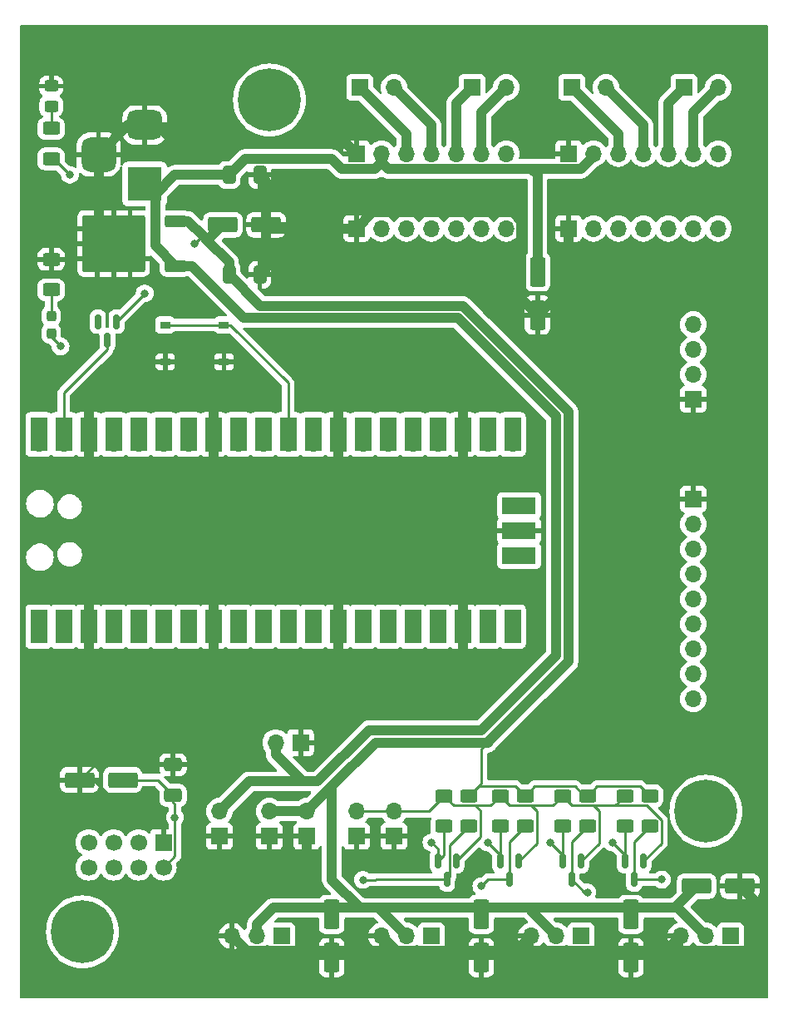
<source format=gtl>
%TF.GenerationSoftware,KiCad,Pcbnew,8.0.1-8.0.1-1~ubuntu22.04.1*%
%TF.CreationDate,2024-10-21T19:50:31-04:00*%
%TF.ProjectId,RedRobotBreakout,52656452-6f62-46f7-9442-7265616b6f75,rev?*%
%TF.SameCoordinates,Original*%
%TF.FileFunction,Copper,L1,Top*%
%TF.FilePolarity,Positive*%
%FSLAX46Y46*%
G04 Gerber Fmt 4.6, Leading zero omitted, Abs format (unit mm)*
G04 Created by KiCad (PCBNEW 8.0.1-8.0.1-1~ubuntu22.04.1) date 2024-10-21 19:50:31*
%MOMM*%
%LPD*%
G01*
G04 APERTURE LIST*
G04 Aperture macros list*
%AMRoundRect*
0 Rectangle with rounded corners*
0 $1 Rounding radius*
0 $2 $3 $4 $5 $6 $7 $8 $9 X,Y pos of 4 corners*
0 Add a 4 corners polygon primitive as box body*
4,1,4,$2,$3,$4,$5,$6,$7,$8,$9,$2,$3,0*
0 Add four circle primitives for the rounded corners*
1,1,$1+$1,$2,$3*
1,1,$1+$1,$4,$5*
1,1,$1+$1,$6,$7*
1,1,$1+$1,$8,$9*
0 Add four rect primitives between the rounded corners*
20,1,$1+$1,$2,$3,$4,$5,0*
20,1,$1+$1,$4,$5,$6,$7,0*
20,1,$1+$1,$6,$7,$8,$9,0*
20,1,$1+$1,$8,$9,$2,$3,0*%
G04 Aperture macros list end*
%TA.AperFunction,SMDPad,CuDef*%
%ADD10RoundRect,0.250000X0.850000X0.350000X-0.850000X0.350000X-0.850000X-0.350000X0.850000X-0.350000X0*%
%TD*%
%TA.AperFunction,SMDPad,CuDef*%
%ADD11RoundRect,0.250000X1.275000X1.125000X-1.275000X1.125000X-1.275000X-1.125000X1.275000X-1.125000X0*%
%TD*%
%TA.AperFunction,SMDPad,CuDef*%
%ADD12RoundRect,0.249997X2.950003X2.650003X-2.950003X2.650003X-2.950003X-2.650003X2.950003X-2.650003X0*%
%TD*%
%TA.AperFunction,ComponentPad*%
%ADD13RoundRect,0.875000X-0.875000X0.875000X-0.875000X-0.875000X0.875000X-0.875000X0.875000X0.875000X0*%
%TD*%
%TA.AperFunction,ComponentPad*%
%ADD14RoundRect,0.750000X-1.000000X0.750000X-1.000000X-0.750000X1.000000X-0.750000X1.000000X0.750000X0*%
%TD*%
%TA.AperFunction,ComponentPad*%
%ADD15R,3.500000X3.500000*%
%TD*%
%TA.AperFunction,SMDPad,CuDef*%
%ADD16RoundRect,0.250000X-0.550000X1.250000X-0.550000X-1.250000X0.550000X-1.250000X0.550000X1.250000X0*%
%TD*%
%TA.AperFunction,SMDPad,CuDef*%
%ADD17RoundRect,0.250000X-1.250000X-0.550000X1.250000X-0.550000X1.250000X0.550000X-1.250000X0.550000X0*%
%TD*%
%TA.AperFunction,SMDPad,CuDef*%
%ADD18RoundRect,0.250000X-0.625000X0.400000X-0.625000X-0.400000X0.625000X-0.400000X0.625000X0.400000X0*%
%TD*%
%TA.AperFunction,ComponentPad*%
%ADD19R,1.700000X1.700000*%
%TD*%
%TA.AperFunction,ComponentPad*%
%ADD20O,1.700000X1.700000*%
%TD*%
%TA.AperFunction,SMDPad,CuDef*%
%ADD21RoundRect,0.250000X0.650000X-0.412500X0.650000X0.412500X-0.650000X0.412500X-0.650000X-0.412500X0*%
%TD*%
%TA.AperFunction,ComponentPad*%
%ADD22C,0.800000*%
%TD*%
%TA.AperFunction,ComponentPad*%
%ADD23C,6.400000*%
%TD*%
%TA.AperFunction,SMDPad,CuDef*%
%ADD24RoundRect,0.250000X-0.450000X0.325000X-0.450000X-0.325000X0.450000X-0.325000X0.450000X0.325000X0*%
%TD*%
%TA.AperFunction,SMDPad,CuDef*%
%ADD25RoundRect,0.250000X1.250000X0.550000X-1.250000X0.550000X-1.250000X-0.550000X1.250000X-0.550000X0*%
%TD*%
%TA.AperFunction,ComponentPad*%
%ADD26C,1.700000*%
%TD*%
%TA.AperFunction,SMDPad,CuDef*%
%ADD27RoundRect,0.150000X-0.150000X0.587500X-0.150000X-0.587500X0.150000X-0.587500X0.150000X0.587500X0*%
%TD*%
%TA.AperFunction,SMDPad,CuDef*%
%ADD28RoundRect,0.250000X0.625000X-0.400000X0.625000X0.400000X-0.625000X0.400000X-0.625000X-0.400000X0*%
%TD*%
%TA.AperFunction,SMDPad,CuDef*%
%ADD29RoundRect,0.250000X-0.412500X-0.650000X0.412500X-0.650000X0.412500X0.650000X-0.412500X0.650000X0*%
%TD*%
%TA.AperFunction,SMDPad,CuDef*%
%ADD30R,3.500000X1.700000*%
%TD*%
%TA.AperFunction,SMDPad,CuDef*%
%ADD31R,1.700000X3.500000*%
%TD*%
%TA.AperFunction,SMDPad,CuDef*%
%ADD32R,1.000000X0.750000*%
%TD*%
%TA.AperFunction,SMDPad,CuDef*%
%ADD33RoundRect,0.237500X-0.237500X0.287500X-0.237500X-0.287500X0.237500X-0.287500X0.237500X0.287500X0*%
%TD*%
%TA.AperFunction,ViaPad*%
%ADD34C,0.800000*%
%TD*%
%TA.AperFunction,Conductor*%
%ADD35C,0.250000*%
%TD*%
%TA.AperFunction,Conductor*%
%ADD36C,1.000000*%
%TD*%
G04 APERTURE END LIST*
D10*
%TO.P,U5,1,IN*%
%TO.N,+BATT*%
X158075000Y-54985000D03*
D11*
%TO.P,U5,2,GND*%
%TO.N,GND*%
X153450000Y-54230000D03*
X153450000Y-51180000D03*
D12*
X151775000Y-52705000D03*
D11*
X150100000Y-54230000D03*
X150100000Y-51180000D03*
D10*
%TO.P,U5,3,OUT*%
%TO.N,+5V*%
X158075000Y-50425000D03*
%TD*%
D13*
%TO.P,J5,3*%
%TO.N,GND*%
X150240000Y-43640000D03*
D14*
%TO.P,J5,2*%
X154940000Y-40640000D03*
D15*
%TO.P,J5,1*%
%TO.N,+BATT*%
X154940000Y-46640000D03*
%TD*%
D16*
%TO.P,C10,2*%
%TO.N,GND*%
X173990000Y-125390000D03*
%TO.P,C10,1*%
%TO.N,+5V*%
X173990000Y-120990000D03*
%TD*%
%TO.P,C9,1*%
%TO.N,+5V*%
X189230000Y-120990000D03*
%TO.P,C9,2*%
%TO.N,GND*%
X189230000Y-125390000D03*
%TD*%
%TO.P,C8,1*%
%TO.N,+5V*%
X204470000Y-120990000D03*
%TO.P,C8,2*%
%TO.N,GND*%
X204470000Y-125390000D03*
%TD*%
D17*
%TO.P,C7,1*%
%TO.N,+5V*%
X211160000Y-118110000D03*
%TO.P,C7,2*%
%TO.N,GND*%
X215560000Y-118110000D03*
%TD*%
D18*
%TO.P,R6,1*%
%TO.N,+5V*%
X200025000Y-108940000D03*
%TO.P,R6,2*%
%TO.N,Net-(J7-Pin_1)*%
X200025000Y-112040000D03*
%TD*%
D19*
%TO.P,U3,1,GND*%
%TO.N,GND*%
X198115000Y-51170000D03*
D20*
%TO.P,U3,2,VCC*%
%TO.N,+3V3*%
X200655000Y-51170000D03*
%TO.P,U3,3,B_IN2/B_EN*%
%TO.N,MOTOR3_EN*%
X203195000Y-51170000D03*
%TO.P,U3,4,B_IN1/B_PH*%
%TO.N,MOTOR3_PH*%
X205735000Y-51170000D03*
%TO.P,U3,5,A_IN2/A_EN*%
%TO.N,MOTOR4_EN*%
X208275000Y-51170000D03*
%TO.P,U3,6,A_IN2/A_PH*%
%TO.N,MOTOR4_PH*%
X210815000Y-51170000D03*
%TO.P,U3,7,MODE*%
%TO.N,+3V3*%
X213355000Y-51170000D03*
%TO.P,U3,8,VMM*%
%TO.N,unconnected-(U3-VMM-Pad8)*%
X213355000Y-43550000D03*
%TO.P,U3,9,A_OUT1*%
%TO.N,/M4+*%
X210815000Y-43550000D03*
%TO.P,U3,10,A_OUT2*%
%TO.N,/M4-*%
X208275000Y-43550000D03*
%TO.P,U3,11,B_OUT1*%
%TO.N,/M3+*%
X205735000Y-43550000D03*
%TO.P,U3,12,B_OUT2*%
%TO.N,/M3-*%
X203195000Y-43550000D03*
%TO.P,U3,13,VIN*%
%TO.N,+BATT*%
X200655000Y-43550000D03*
D19*
%TO.P,U3,14,GND*%
%TO.N,GND*%
X198115000Y-43550000D03*
%TD*%
D21*
%TO.P,C2,1*%
%TO.N,+3V3*%
X157820000Y-108877500D03*
%TO.P,C2,2*%
%TO.N,GND*%
X157820000Y-105752500D03*
%TD*%
D22*
%TO.P,H3,1*%
%TO.N,N/C*%
X150990000Y-122762944D03*
X150287056Y-124460000D03*
X150287056Y-121065888D03*
X148590000Y-125162944D03*
D23*
X148590000Y-122762944D03*
D22*
X148590000Y-120362944D03*
X146892944Y-124460000D03*
X146892944Y-121065888D03*
X146190000Y-122762944D03*
%TD*%
D20*
%TO.P,J3,2,Pin_2*%
%TO.N,/M3+*%
X201930000Y-36830000D03*
D19*
%TO.P,J3,1,Pin_1*%
%TO.N,/M3-*%
X198430000Y-36830000D03*
%TD*%
%TO.P,J16,1,Pin_1*%
%TO.N,GND*%
X176530000Y-113035000D03*
D20*
%TO.P,J16,2,Pin_2*%
%TO.N,+3V3*%
X176530000Y-110495000D03*
%TD*%
%TO.P,J1,2,Pin_2*%
%TO.N,/M1+*%
X180340000Y-36830000D03*
D19*
%TO.P,J1,1,Pin_1*%
%TO.N,/M1-*%
X176840000Y-36830000D03*
%TD*%
D24*
%TO.P,D1,1,K*%
%TO.N,GND*%
X145415000Y-36685000D03*
%TO.P,D1,2,A*%
%TO.N,Net-(D1-A)*%
X145415000Y-38735000D03*
%TD*%
D25*
%TO.P,C1,1*%
%TO.N,+3V3*%
X152695000Y-107315000D03*
%TO.P,C1,2*%
%TO.N,GND*%
X148295000Y-107315000D03*
%TD*%
D19*
%TO.P,J13,1,Pin_1*%
%TO.N,GND*%
X162560000Y-113035000D03*
D20*
%TO.P,J13,2,Pin_2*%
%TO.N,+BATT*%
X162560000Y-110495000D03*
%TD*%
D19*
%TO.P,U4,1,GND*%
%TO.N,GND*%
X156845000Y-113665000D03*
D26*
%TO.P,U4,2,VCC*%
%TO.N,+3V3*%
X156845000Y-116205000D03*
%TO.P,U4,3,CE*%
%TO.N,NRF24_CE*%
X154305000Y-113665000D03*
%TO.P,U4,4,~{CSN}*%
%TO.N,SPI0_CSn*%
X154305000Y-116205000D03*
%TO.P,U4,5,SCK*%
%TO.N,SPI0_SCK*%
X151765000Y-113665000D03*
%TO.P,U4,6,MOSI*%
%TO.N,SPI0_TX*%
X151765000Y-116205000D03*
%TO.P,U4,7,MISO*%
%TO.N,SPI0_RX*%
X149225000Y-113665000D03*
%TO.P,U4,8,IRQ*%
%TO.N,unconnected-(U4-IRQ-Pad8)*%
X149225000Y-116205000D03*
%TD*%
D17*
%TO.P,C4,1*%
%TO.N,+5V*%
X162900000Y-50800000D03*
%TO.P,C4,2*%
%TO.N,GND*%
X167300000Y-50800000D03*
%TD*%
D22*
%TO.P,H1,1*%
%TO.N,N/C*%
X214490000Y-110490000D03*
X213787056Y-112187056D03*
X213787056Y-108792944D03*
X212090000Y-112890000D03*
D23*
X212090000Y-110490000D03*
D22*
X212090000Y-108090000D03*
X210392944Y-112187056D03*
X210392944Y-108792944D03*
X209690000Y-110490000D03*
%TD*%
D19*
%TO.P,J15,1,Pin_1*%
%TO.N,GND*%
X171450000Y-113035000D03*
D20*
%TO.P,J15,2,Pin_2*%
%TO.N,+5V*%
X171450000Y-110495000D03*
%TD*%
D18*
%TO.P,R10,1*%
%TO.N,+5V*%
X187960000Y-108940000D03*
%TO.P,R10,2*%
%TO.N,Net-(J9-Pin_1)*%
X187960000Y-112040000D03*
%TD*%
D27*
%TO.P,Q4,1,G*%
%TO.N,+3V3*%
X186690000Y-115570000D03*
%TO.P,Q4,2,S*%
%TO.N,SERVO4_PWM*%
X184790000Y-115570000D03*
%TO.P,Q4,3,D*%
%TO.N,Net-(J9-Pin_1)*%
X185740000Y-117445000D03*
%TD*%
%TO.P,D2,3*%
%TO.N,N/C*%
X150180000Y-60657500D03*
%TO.P,D2,2,A*%
%TO.N,+5V*%
X152080000Y-60657500D03*
%TO.P,D2,1,K*%
%TO.N,Net-(D2-K)*%
X151130000Y-62532500D03*
%TD*%
D28*
%TO.P,R2,1*%
%TO.N,Net-(D3-K)*%
X145415000Y-57430000D03*
%TO.P,R2,2*%
%TO.N,GND*%
X145415000Y-54330000D03*
%TD*%
D19*
%TO.P,U2,1,GND*%
%TO.N,GND*%
X176525000Y-51170000D03*
D20*
%TO.P,U2,2,VCC*%
%TO.N,+3V3*%
X179065000Y-51170000D03*
%TO.P,U2,3,B_IN2/B_EN*%
%TO.N,MOTOR1_EN*%
X181605000Y-51170000D03*
%TO.P,U2,4,B_IN1/B_PH*%
%TO.N,MOTOR1_PH*%
X184145000Y-51170000D03*
%TO.P,U2,5,A_IN2/A_EN*%
%TO.N,MOTOR2_EN*%
X186685000Y-51170000D03*
%TO.P,U2,6,A_IN2/A_PH*%
%TO.N,MOTOR2_PH*%
X189225000Y-51170000D03*
%TO.P,U2,7,MODE*%
%TO.N,+3V3*%
X191765000Y-51170000D03*
%TO.P,U2,8,VMM*%
%TO.N,unconnected-(U2-VMM-Pad8)*%
X191765000Y-43550000D03*
%TO.P,U2,9,A_OUT1*%
%TO.N,/M2+*%
X189225000Y-43550000D03*
%TO.P,U2,10,A_OUT2*%
%TO.N,/M2-*%
X186685000Y-43550000D03*
%TO.P,U2,11,B_OUT1*%
%TO.N,/M1+*%
X184145000Y-43550000D03*
%TO.P,U2,12,B_OUT2*%
%TO.N,/M1-*%
X181605000Y-43550000D03*
%TO.P,U2,13,VIN*%
%TO.N,+BATT*%
X179065000Y-43550000D03*
D19*
%TO.P,U2,14,GND*%
%TO.N,GND*%
X176525000Y-43550000D03*
%TD*%
D20*
%TO.P,J8,3,Pin_3*%
%TO.N,GND*%
X179055000Y-123190000D03*
%TO.P,J8,2,Pin_2*%
%TO.N,+5V*%
X181595000Y-123190000D03*
D19*
%TO.P,J8,1,Pin_1*%
%TO.N,Net-(J8-Pin_1)*%
X184135000Y-123190000D03*
%TD*%
D29*
%TO.P,C3,1*%
%TO.N,+BATT*%
X163537500Y-45720000D03*
%TO.P,C3,2*%
%TO.N,GND*%
X166662500Y-45720000D03*
%TD*%
D18*
%TO.P,R7,1*%
%TO.N,+3V3*%
X191135000Y-108940000D03*
%TO.P,R7,2*%
%TO.N,SERVO3_PWM*%
X191135000Y-112040000D03*
%TD*%
%TO.P,R8,1*%
%TO.N,+5V*%
X193675000Y-108940000D03*
%TO.P,R8,2*%
%TO.N,Net-(J8-Pin_1)*%
X193675000Y-112040000D03*
%TD*%
D29*
%TO.P,C5,1*%
%TO.N,+5V*%
X163537500Y-55880000D03*
%TO.P,C5,2*%
%TO.N,GND*%
X166662500Y-55880000D03*
%TD*%
D19*
%TO.P,J18,1,Pin_1*%
%TO.N,GND*%
X170820000Y-103505000D03*
D20*
%TO.P,J18,2,Pin_2*%
%TO.N,+BATT*%
X168280000Y-103505000D03*
%TD*%
D27*
%TO.P,Q2,1,G*%
%TO.N,+3V3*%
X199390000Y-115570000D03*
%TO.P,Q2,2,S*%
%TO.N,SERVO2_PWM*%
X197490000Y-115570000D03*
%TO.P,Q2,3,D*%
%TO.N,Net-(J7-Pin_1)*%
X198440000Y-117445000D03*
%TD*%
D19*
%TO.P,J9,1,Pin_1*%
%TO.N,Net-(J9-Pin_1)*%
X168910000Y-123190000D03*
D20*
%TO.P,J9,2,Pin_2*%
%TO.N,+5V*%
X166370000Y-123190000D03*
%TO.P,J9,3,Pin_3*%
%TO.N,GND*%
X163830000Y-123190000D03*
%TD*%
D30*
%TO.P,U1,43,SWDIO*%
%TO.N,unconnected-(U1-SWDIO-Pad43)_0*%
X193075000Y-79375000D03*
D20*
%TO.N,unconnected-(U1-SWDIO-Pad43)*%
X192175000Y-79375000D03*
D30*
%TO.P,U1,42,GND*%
%TO.N,GND*%
X193075000Y-81915000D03*
D19*
X192175000Y-81915000D03*
D30*
%TO.P,U1,41,SWCLK*%
%TO.N,unconnected-(U1-SWCLK-Pad41)_0*%
X193075000Y-84455000D03*
D20*
%TO.N,unconnected-(U1-SWCLK-Pad41)*%
X192175000Y-84455000D03*
D31*
%TO.P,U1,40,VBUS*%
%TO.N,unconnected-(U1-VBUS-Pad40)_0*%
X144145000Y-72125000D03*
D20*
%TO.N,unconnected-(U1-VBUS-Pad40)*%
X144145000Y-73025000D03*
D31*
%TO.P,U1,39,VSYS*%
%TO.N,Net-(D2-K)*%
X146685000Y-72125000D03*
D20*
X146685000Y-73025000D03*
D31*
%TO.P,U1,38,GND*%
%TO.N,GND*%
X149225000Y-72125000D03*
D19*
X149225000Y-73025000D03*
D31*
%TO.P,U1,37,3V3_EN*%
%TO.N,unconnected-(U1-3V3_EN-Pad37)_0*%
X151765000Y-72125000D03*
D20*
%TO.N,unconnected-(U1-3V3_EN-Pad37)*%
X151765000Y-73025000D03*
D31*
%TO.P,U1,36,3V3*%
%TO.N,+3V3*%
X154305000Y-72125000D03*
D20*
X154305000Y-73025000D03*
D31*
%TO.P,U1,35,ADC_VREF*%
%TO.N,unconnected-(U1-ADC_VREF-Pad35)*%
X156845000Y-72125000D03*
D20*
%TO.N,unconnected-(U1-ADC_VREF-Pad35)_0*%
X156845000Y-73025000D03*
D31*
%TO.P,U1,34,GPIO28_ADC2*%
%TO.N,GPIO_LED*%
X159385000Y-72125000D03*
D20*
X159385000Y-73025000D03*
D31*
%TO.P,U1,33,AGND*%
%TO.N,GND*%
X161925000Y-72125000D03*
D19*
X161925000Y-73025000D03*
D31*
%TO.P,U1,32,GPIO27_ADC1*%
%TO.N,MOTOR1_EN*%
X164465000Y-72125000D03*
D20*
X164465000Y-73025000D03*
D31*
%TO.P,U1,31,GPIO26_ADC0*%
%TO.N,MOTOR1_PH*%
X167005000Y-72125000D03*
D20*
X167005000Y-73025000D03*
D31*
%TO.P,U1,30,RUN*%
%TO.N,RSTb*%
X169545000Y-72125000D03*
D20*
X169545000Y-73025000D03*
D31*
%TO.P,U1,29,GPIO22*%
%TO.N,NRF24_CE*%
X172085000Y-72125000D03*
D20*
X172085000Y-73025000D03*
D31*
%TO.P,U1,28,GND*%
%TO.N,GND*%
X174625000Y-72125000D03*
D19*
X174625000Y-73025000D03*
D31*
%TO.P,U1,27,GPIO21*%
%TO.N,MOTOR2_EN*%
X177165000Y-72125000D03*
D20*
X177165000Y-73025000D03*
D31*
%TO.P,U1,26,GPIO20*%
%TO.N,MOTOR2_PH*%
X179705000Y-72125000D03*
D20*
X179705000Y-73025000D03*
D31*
%TO.P,U1,25,GPIO19*%
%TO.N,MOTOR3_EN*%
X182245000Y-72125000D03*
D20*
X182245000Y-73025000D03*
D31*
%TO.P,U1,24,GPIO18*%
%TO.N,MOTOR3_PH*%
X184785000Y-72125000D03*
D20*
X184785000Y-73025000D03*
D31*
%TO.P,U1,23,GND*%
%TO.N,GND*%
X187325000Y-72125000D03*
D19*
X187325000Y-73025000D03*
D31*
%TO.P,U1,22,GPIO17*%
%TO.N,MOTOR4_EN*%
X189865000Y-72125000D03*
D20*
X189865000Y-73025000D03*
D31*
%TO.P,U1,21,GPIO16*%
%TO.N,MOTOR4_PH*%
X192405000Y-72125000D03*
D20*
X192405000Y-73025000D03*
D31*
%TO.P,U1,20,GPIO15*%
%TO.N,SERVO1_PWM*%
X192405000Y-91705000D03*
D20*
X192405000Y-90805000D03*
D31*
%TO.P,U1,19,GPIO14*%
%TO.N,SERVO2_PWM*%
X189865000Y-91705000D03*
D20*
X189865000Y-90805000D03*
D31*
%TO.P,U1,18,GND*%
%TO.N,GND*%
X187325000Y-91705000D03*
D19*
X187325000Y-90805000D03*
D31*
%TO.P,U1,17,GPIO13*%
%TO.N,SERVO3_PWM*%
X184785000Y-91705000D03*
D20*
X184785000Y-90805000D03*
D31*
%TO.P,U1,16,GPIO12*%
%TO.N,SERVO4_PWM*%
X182245000Y-91705000D03*
D20*
X182245000Y-90805000D03*
D31*
%TO.P,U1,15,GPIO11*%
%TO.N,LINE_6*%
X179705000Y-91705000D03*
D20*
X179705000Y-90805000D03*
D31*
%TO.P,U1,14,GPIO10*%
%TO.N,LINE_5*%
X177165000Y-91705000D03*
D20*
X177165000Y-90805000D03*
D31*
%TO.P,U1,13,GND*%
%TO.N,GND*%
X174625000Y-91705000D03*
D19*
X174625000Y-90805000D03*
D31*
%TO.P,U1,12,GPIO9*%
%TO.N,LINE_4*%
X172085000Y-91705000D03*
D20*
X172085000Y-90805000D03*
D31*
%TO.P,U1,11,GPIO8*%
%TO.N,LINE_3*%
X169545000Y-91705000D03*
D20*
X169545000Y-90805000D03*
D31*
%TO.P,U1,10,GPIO7*%
%TO.N,LINE_2*%
X167005000Y-91705000D03*
D20*
X167005000Y-90805000D03*
D31*
%TO.P,U1,9,GPIO6*%
%TO.N,LINE_1*%
X164465000Y-91705000D03*
D20*
X164465000Y-90805000D03*
D31*
%TO.P,U1,8,GND*%
%TO.N,GND*%
X161925000Y-91705000D03*
D19*
X161925000Y-90805000D03*
D31*
%TO.P,U1,7,GPIO5*%
%TO.N,US_ECHO*%
X159385000Y-91705000D03*
D20*
X159385000Y-90805000D03*
D31*
%TO.P,U1,6,GPIO4*%
%TO.N,US_TRIG*%
X156845000Y-91705000D03*
D20*
X156845000Y-90805000D03*
D31*
%TO.P,U1,5,GPIO3*%
%TO.N,SPI0_TX*%
X154305000Y-91705000D03*
D20*
X154305000Y-90805000D03*
D31*
%TO.P,U1,4,GPIO2*%
%TO.N,SPI0_SCK*%
X151765000Y-91705000D03*
D20*
X151765000Y-90805000D03*
D31*
%TO.P,U1,3,GND*%
%TO.N,GND*%
X149225000Y-91705000D03*
D19*
X149225000Y-90805000D03*
D31*
%TO.P,U1,2,GPIO1*%
%TO.N,SPI0_CSn*%
X146685000Y-91705000D03*
D20*
X146685000Y-90805000D03*
D31*
%TO.P,U1,1,GPIO0*%
%TO.N,SPI0_RX*%
X144145000Y-91705000D03*
D20*
X144145000Y-90805000D03*
%TD*%
D28*
%TO.P,R1,1*%
%TO.N,+5V*%
X145415000Y-44095000D03*
%TO.P,R1,2*%
%TO.N,Net-(D1-A)*%
X145415000Y-40995000D03*
%TD*%
D19*
%TO.P,J17,1,Pin_1*%
%TO.N,GND*%
X180340000Y-113035000D03*
D20*
%TO.P,J17,2,Pin_2*%
%TO.N,+3V3*%
X180340000Y-110495000D03*
%TD*%
D22*
%TO.P,H2,1*%
%TO.N,N/C*%
X170040000Y-38100000D03*
X169337056Y-39797056D03*
X169337056Y-36402944D03*
X167640000Y-40500000D03*
D23*
X167640000Y-38100000D03*
D22*
X167640000Y-35700000D03*
X165942944Y-39797056D03*
X165942944Y-36402944D03*
X165240000Y-38100000D03*
%TD*%
D27*
%TO.P,Q3,1,G*%
%TO.N,+3V3*%
X193040000Y-115570000D03*
%TO.P,Q3,2,S*%
%TO.N,SERVO3_PWM*%
X191140000Y-115570000D03*
%TO.P,Q3,3,D*%
%TO.N,Net-(J8-Pin_1)*%
X192090000Y-117445000D03*
%TD*%
%TO.P,Q1,1,G*%
%TO.N,+3V3*%
X205740000Y-115570000D03*
%TO.P,Q1,2,S*%
%TO.N,SERVO1_PWM*%
X203840000Y-115570000D03*
%TO.P,Q1,3,D*%
%TO.N,Net-(J6-Pin_1)*%
X204790000Y-117445000D03*
%TD*%
D16*
%TO.P,C6,1*%
%TO.N,+BATT*%
X194945000Y-55585000D03*
%TO.P,C6,2*%
%TO.N,GND*%
X194945000Y-59985000D03*
%TD*%
D32*
%TO.P,SW1,1,1*%
%TO.N,RSTb*%
X157020000Y-60990000D03*
X163020000Y-60990000D03*
%TO.P,SW1,2,2*%
%TO.N,GND*%
X157020000Y-64740000D03*
X163020000Y-64740000D03*
%TD*%
D33*
%TO.P,D3,1,K*%
%TO.N,Net-(D3-K)*%
X145415000Y-60085000D03*
%TO.P,D3,2,A*%
%TO.N,GPIO_LED*%
X145415000Y-61835000D03*
%TD*%
D19*
%TO.P,J7,1,Pin_1*%
%TO.N,Net-(J7-Pin_1)*%
X199390000Y-123190000D03*
D20*
%TO.P,J7,2,Pin_2*%
%TO.N,+5V*%
X196850000Y-123190000D03*
%TO.P,J7,3,Pin_3*%
%TO.N,GND*%
X194310000Y-123190000D03*
%TD*%
D18*
%TO.P,R3,1*%
%TO.N,+3V3*%
X203835000Y-108940000D03*
%TO.P,R3,2*%
%TO.N,SERVO1_PWM*%
X203835000Y-112040000D03*
%TD*%
D19*
%TO.P,J14,1,Pin_1*%
%TO.N,GND*%
X167640000Y-113035000D03*
D20*
%TO.P,J14,2,Pin_2*%
%TO.N,+5V*%
X167640000Y-110495000D03*
%TD*%
D19*
%TO.P,J10,1,Pin_1*%
%TO.N,GND*%
X210820000Y-68570000D03*
D20*
%TO.P,J10,2,Pin_2*%
%TO.N,US_ECHO*%
X210820000Y-66030000D03*
%TO.P,J10,3,Pin_3*%
%TO.N,US_TRIG*%
X210820000Y-63490000D03*
%TO.P,J10,4,Pin_4*%
%TO.N,+3V3*%
X210820000Y-60950000D03*
%TD*%
%TO.P,J6,3,Pin_3*%
%TO.N,GND*%
X209550000Y-123190000D03*
%TO.P,J6,2,Pin_2*%
%TO.N,+5V*%
X212090000Y-123190000D03*
D19*
%TO.P,J6,1,Pin_1*%
%TO.N,Net-(J6-Pin_1)*%
X214630000Y-123190000D03*
%TD*%
D18*
%TO.P,R9,1*%
%TO.N,+3V3*%
X185420000Y-108940000D03*
%TO.P,R9,2*%
%TO.N,SERVO4_PWM*%
X185420000Y-112040000D03*
%TD*%
%TO.P,R5,1*%
%TO.N,+3V3*%
X197485000Y-108940000D03*
%TO.P,R5,2*%
%TO.N,SERVO2_PWM*%
X197485000Y-112040000D03*
%TD*%
D20*
%TO.P,J2,2,Pin_2*%
%TO.N,/M2+*%
X191770000Y-36830000D03*
D19*
%TO.P,J2,1,Pin_1*%
%TO.N,/M2-*%
X188270000Y-36830000D03*
%TD*%
D18*
%TO.P,R4,1*%
%TO.N,+5V*%
X206375000Y-108940000D03*
%TO.P,R4,2*%
%TO.N,Net-(J6-Pin_1)*%
X206375000Y-112040000D03*
%TD*%
D20*
%TO.P,J4,2,Pin_2*%
%TO.N,/M4+*%
X213360000Y-36830000D03*
D19*
%TO.P,J4,1,Pin_1*%
%TO.N,/M4-*%
X209860000Y-36830000D03*
%TD*%
%TO.P,J11,1,Pin_1*%
%TO.N,GND*%
X210820000Y-78740000D03*
D20*
%TO.P,J11,2,Pin_2*%
%TO.N,+3V3*%
X210820000Y-81280000D03*
%TO.P,J11,3,Pin_3*%
%TO.N,unconnected-(J11-Pin_3-Pad3)*%
X210820000Y-83820000D03*
%TO.P,J11,4,Pin_4*%
%TO.N,LINE_1*%
X210820000Y-86360000D03*
%TO.P,J11,5,Pin_5*%
%TO.N,LINE_2*%
X210820000Y-88900000D03*
%TO.P,J11,6,Pin_6*%
%TO.N,LINE_3*%
X210820000Y-91440000D03*
%TO.P,J11,7,Pin_7*%
%TO.N,LINE_4*%
X210820000Y-93980000D03*
%TO.P,J11,8,Pin_8*%
%TO.N,LINE_5*%
X210820000Y-96520000D03*
%TO.P,J11,9,Pin_9*%
%TO.N,LINE_6*%
X210820000Y-99060000D03*
%TD*%
D34*
%TO.N,+5V*%
X147320000Y-45720000D03*
X160020000Y-52705000D03*
X154940000Y-57785000D03*
%TO.N,Net-(J6-Pin_1)*%
X207615000Y-117445000D03*
%TO.N,+3V3*%
X158020000Y-111125000D03*
%TO.N,SERVO1_PWM*%
X202565000Y-113665000D03*
%TO.N,SERVO2_PWM*%
X196215000Y-113665000D03*
%TO.N,SERVO3_PWM*%
X189865000Y-113665000D03*
%TO.N,SERVO4_PWM*%
X184150000Y-113665000D03*
%TO.N,Net-(J7-Pin_1)*%
X200025000Y-118745000D03*
%TO.N,Net-(J8-Pin_1)*%
X189230000Y-118110000D03*
%TO.N,Net-(J9-Pin_1)*%
X177165000Y-117475000D03*
%TO.N,GPIO_LED*%
X146367500Y-63182500D03*
%TD*%
D35*
%TO.N,RSTb*%
X163020000Y-60990000D02*
X163625000Y-60990000D01*
X163625000Y-60990000D02*
X169545000Y-66910000D01*
D36*
%TO.N,+BATT*%
X163537500Y-45720000D02*
X158013994Y-45720000D01*
X158013994Y-45720000D02*
X156016997Y-47716997D01*
D35*
%TO.N,+5V*%
X145415000Y-44095000D02*
X145695000Y-44095000D01*
X145695000Y-44095000D02*
X147320000Y-45720000D01*
X152080000Y-60657500D02*
X154940000Y-57797500D01*
X154940000Y-57797500D02*
X154940000Y-57785000D01*
D36*
X160823500Y-51901500D02*
X159347000Y-50425000D01*
D35*
X160020000Y-52705000D02*
X160823500Y-51901500D01*
D36*
X161311000Y-52389000D02*
X160823500Y-51901500D01*
%TO.N,GND*%
X150240000Y-43640000D02*
X150240000Y-51040000D01*
X150240000Y-51040000D02*
X150100000Y-51180000D01*
%TO.N,+5V*%
X159347000Y-50425000D02*
X158075000Y-50425000D01*
%TO.N,+BATT*%
X172579556Y-107455444D02*
X177800000Y-102235000D01*
X196850000Y-94615000D02*
X196850000Y-70277056D01*
X177800000Y-102235000D02*
X189230000Y-102235000D01*
X189230000Y-102235000D02*
X196850000Y-94615000D01*
X196850000Y-70277056D02*
X186827944Y-60255000D01*
X186827944Y-60255000D02*
X165030000Y-60255000D01*
X165030000Y-60255000D02*
X159760000Y-54985000D01*
X159760000Y-54985000D02*
X158075000Y-54985000D01*
X154940000Y-46640000D02*
X156016997Y-47716997D01*
X156016997Y-47716997D02*
X156016997Y-52926997D01*
X156016997Y-52926997D02*
X158075000Y-54985000D01*
%TO.N,+5V*%
X194310000Y-120332500D02*
X209232500Y-120332500D01*
X177800000Y-120332500D02*
X194310000Y-120332500D01*
X194310000Y-120650000D02*
X196850000Y-123190000D01*
X194310000Y-120332500D02*
X194310000Y-120650000D01*
X176847500Y-120332500D02*
X177800000Y-120332500D01*
X177800000Y-120332500D02*
X178737500Y-120332500D01*
X178737500Y-120332500D02*
X181595000Y-123190000D01*
%TO.N,GND*%
X208000000Y-124740000D02*
X216180000Y-124740000D01*
X216180000Y-124740000D02*
X217170000Y-123750000D01*
X217170000Y-123750000D02*
X217170000Y-119720000D01*
X217170000Y-119720000D02*
X215560000Y-118110000D01*
X192760000Y-124740000D02*
X208000000Y-124740000D01*
%TO.N,+5V*%
X209232500Y-120332500D02*
X209232500Y-120037500D01*
X209232500Y-120037500D02*
X211160000Y-118110000D01*
X209232500Y-120332500D02*
X212090000Y-123190000D01*
%TO.N,GND*%
X208000000Y-124740000D02*
X209550000Y-123190000D01*
X180975000Y-124740000D02*
X192760000Y-124740000D01*
X192760000Y-124740000D02*
X194310000Y-123190000D01*
X180975000Y-124740000D02*
X165380000Y-124740000D01*
X180975000Y-124740000D02*
X180605000Y-124740000D01*
X180605000Y-124740000D02*
X179055000Y-123190000D01*
X165380000Y-124740000D02*
X163830000Y-123190000D01*
%TO.N,+5V*%
X176847500Y-120332500D02*
X168025419Y-120332500D01*
X168025419Y-120332500D02*
X166370000Y-121987919D01*
X166370000Y-121987919D02*
X166370000Y-123190000D01*
D35*
%TO.N,Net-(J8-Pin_1)*%
X189895000Y-117445000D02*
X192090000Y-117445000D01*
X189230000Y-118110000D02*
X189895000Y-117445000D01*
%TO.N,Net-(J6-Pin_1)*%
X207615000Y-117445000D02*
X204790000Y-117445000D01*
D36*
%TO.N,GND*%
X153240000Y-40640000D02*
X154940000Y-40640000D01*
X149225000Y-89535000D02*
X149225000Y-88900000D01*
X192405000Y-49530000D02*
X193315000Y-50440000D01*
X193315000Y-58355000D02*
X194945000Y-59985000D01*
X187325000Y-89535000D02*
X187325000Y-94615000D01*
X149225000Y-74295000D02*
X149225000Y-69215000D01*
X167300000Y-50800000D02*
X167300000Y-55242500D01*
X178165000Y-49530000D02*
X192405000Y-49530000D01*
X161925000Y-89535000D02*
X161925000Y-88900000D01*
D35*
X155575000Y-111125000D02*
X156845000Y-112395000D01*
D36*
X187325000Y-90805000D02*
X187325000Y-88900000D01*
X187325000Y-74295000D02*
X187325000Y-74930000D01*
D35*
X157820000Y-105752500D02*
X149857500Y-105752500D01*
D36*
X167300000Y-46357500D02*
X166662500Y-45720000D01*
X167300000Y-50800000D02*
X167300000Y-46357500D01*
D35*
X156845000Y-112395000D02*
X156845000Y-113665000D01*
D36*
X161925000Y-73025000D02*
X161925000Y-74295000D01*
X174625000Y-90805000D02*
X174625000Y-88900000D01*
X187325000Y-74295000D02*
X187325000Y-69215000D01*
X167300000Y-55242500D02*
X166662500Y-55880000D01*
X176525000Y-51170000D02*
X167670000Y-51170000D01*
X149225000Y-74295000D02*
X149225000Y-74930000D01*
X174625000Y-88900000D02*
X174625000Y-94615000D01*
X198115000Y-51170000D02*
X198115000Y-56815000D01*
X150240000Y-43640000D02*
X153240000Y-40640000D01*
X198115000Y-56815000D02*
X194945000Y-59985000D01*
X187325000Y-73025000D02*
X187325000Y-74295000D01*
D35*
X153605000Y-111125000D02*
X155575000Y-111125000D01*
D36*
X161925000Y-89535000D02*
X161925000Y-94615000D01*
X167670000Y-51170000D02*
X167300000Y-50800000D01*
X149225000Y-73025000D02*
X149225000Y-74295000D01*
X158115000Y-42545000D02*
X175520000Y-42545000D01*
X176525000Y-51170000D02*
X178165000Y-49530000D01*
D35*
X148295000Y-107315000D02*
X149795000Y-107315000D01*
X149857500Y-105752500D02*
X148295000Y-107315000D01*
D36*
X161925000Y-90805000D02*
X161925000Y-89535000D01*
X171450000Y-117475000D02*
X171450000Y-113035000D01*
D35*
X149795000Y-107315000D02*
X153605000Y-111125000D01*
D36*
X149225000Y-90805000D02*
X149225000Y-89535000D01*
X175520000Y-42545000D02*
X176525000Y-43550000D01*
X156210000Y-40640000D02*
X158115000Y-42545000D01*
X154940000Y-40640000D02*
X156210000Y-40640000D01*
X187325000Y-88900000D02*
X187325000Y-89535000D01*
X149225000Y-88900000D02*
X149225000Y-94615000D01*
X174625000Y-74930000D02*
X174625000Y-74295000D01*
X193315000Y-50440000D02*
X193315000Y-58355000D01*
X174625000Y-73025000D02*
X174625000Y-74930000D01*
X174625000Y-74295000D02*
X174625000Y-69215000D01*
X161925000Y-74930000D02*
X161925000Y-69215000D01*
X161925000Y-74295000D02*
X161925000Y-74930000D01*
D35*
%TO.N,+3V3*%
X198460000Y-109915000D02*
X200660000Y-109915000D01*
X158020000Y-115030000D02*
X156845000Y-116205000D01*
X194310000Y-109915000D02*
X196510000Y-109915000D01*
X197485000Y-108940000D02*
X198460000Y-109915000D01*
X180340000Y-110495000D02*
X176530000Y-110495000D01*
X157820000Y-109560000D02*
X158020000Y-109760000D01*
X186395000Y-109915000D02*
X188595000Y-109915000D01*
X205740000Y-115570000D02*
X207575000Y-113735000D01*
X194875000Y-110480000D02*
X194310000Y-109915000D01*
X201225000Y-110480000D02*
X200660000Y-109915000D01*
X189160000Y-113100000D02*
X189160000Y-110480000D01*
X152695000Y-107315000D02*
X156257500Y-107315000D01*
X185420000Y-108940000D02*
X186395000Y-109915000D01*
X190160000Y-109915000D02*
X191135000Y-108940000D01*
X201225000Y-113735000D02*
X201225000Y-110480000D01*
X158020000Y-111125000D02*
X158020000Y-115030000D01*
X207575000Y-113735000D02*
X207575000Y-111394900D01*
X199390000Y-115570000D02*
X201225000Y-113735000D01*
X196510000Y-109915000D02*
X197485000Y-108940000D01*
X200660000Y-109915000D02*
X202860000Y-109915000D01*
X194875000Y-113735000D02*
X194875000Y-110480000D01*
X183865000Y-110495000D02*
X185420000Y-108940000D01*
X206095100Y-109915000D02*
X202860000Y-109915000D01*
X156257500Y-107315000D02*
X157820000Y-108877500D01*
X191135000Y-108940000D02*
X192110000Y-109915000D01*
X207575000Y-111394900D02*
X206095100Y-109915000D01*
X192110000Y-109915000D02*
X194310000Y-109915000D01*
X188595000Y-109915000D02*
X190160000Y-109915000D01*
X157820000Y-108877500D02*
X157820000Y-109560000D01*
X158020000Y-109760000D02*
X158020000Y-111125000D01*
X193040000Y-115570000D02*
X194875000Y-113735000D01*
X186690000Y-115570000D02*
X189160000Y-113100000D01*
X189160000Y-110480000D02*
X188595000Y-109915000D01*
X202860000Y-109915000D02*
X203835000Y-108940000D01*
X180340000Y-110495000D02*
X183865000Y-110495000D01*
D36*
%TO.N,+BATT*%
X200655000Y-43820000D02*
X200655000Y-43550000D01*
X173995000Y-44120000D02*
X174975000Y-45100000D01*
X199375000Y-45100000D02*
X200655000Y-43820000D01*
X162560000Y-110495000D02*
X165599556Y-107455444D01*
X179710000Y-45100000D02*
X193040000Y-45100000D01*
X194325000Y-45100000D02*
X193040000Y-45100000D01*
X179065000Y-44455000D02*
X179065000Y-43550000D01*
X174975000Y-45100000D02*
X178420000Y-45100000D01*
X165137500Y-44120000D02*
X173995000Y-44120000D01*
X168280000Y-104707081D02*
X168280000Y-103505000D01*
X194945000Y-45720000D02*
X194325000Y-45100000D01*
X193040000Y-45100000D02*
X199375000Y-45100000D01*
X194945000Y-55585000D02*
X194945000Y-45720000D01*
X171028363Y-107455444D02*
X168280000Y-104707081D01*
X172579556Y-107455444D02*
X171028363Y-107455444D01*
X179065000Y-44455000D02*
X179710000Y-45100000D01*
X165599556Y-107455444D02*
X172579556Y-107455444D01*
X163537500Y-45720000D02*
X165137500Y-44120000D01*
X178420000Y-45100000D02*
X179065000Y-44455000D01*
D35*
%TO.N,+5V*%
X189230000Y-107670000D02*
X189230000Y-104140000D01*
D36*
X178435000Y-103505000D02*
X178435000Y-103510000D01*
X166712500Y-59055000D02*
X187325000Y-59055000D01*
X190182500Y-103187500D02*
X189865000Y-103505000D01*
X189865000Y-103505000D02*
X178435000Y-103505000D01*
X163537500Y-54615500D02*
X161311000Y-52389000D01*
D35*
X206375000Y-108940000D02*
X205400000Y-107965000D01*
D36*
X198120000Y-95250000D02*
X190182500Y-103187500D01*
D35*
X194650000Y-107965000D02*
X193675000Y-108940000D01*
D36*
X163537500Y-55880000D02*
X163537500Y-54615500D01*
X171450000Y-110495000D02*
X167640000Y-110495000D01*
D35*
X192700000Y-107965000D02*
X189230000Y-107965000D01*
X187960000Y-108940000D02*
X189230000Y-107670000D01*
D36*
X163537500Y-55880000D02*
X166712500Y-59055000D01*
X173992500Y-117477500D02*
X173992500Y-117472500D01*
D35*
X189230000Y-104140000D02*
X190182500Y-103187500D01*
D36*
X187325000Y-59055000D02*
X198120000Y-69850000D01*
D35*
X189230000Y-107965000D02*
X188935000Y-107965000D01*
X199745000Y-108940000D02*
X198770000Y-107965000D01*
D36*
X178435000Y-103510000D02*
X173992500Y-107952500D01*
X176847500Y-120332500D02*
X173992500Y-117477500D01*
X173992500Y-107952500D02*
X171450000Y-110495000D01*
D35*
X205400000Y-107965000D02*
X201000000Y-107965000D01*
X187960000Y-108940000D02*
X188935000Y-107965000D01*
D36*
X162900000Y-50800000D02*
X161311000Y-52389000D01*
D35*
X198770000Y-107965000D02*
X194650000Y-107965000D01*
X200025000Y-108940000D02*
X199745000Y-108940000D01*
D36*
X173992500Y-117472500D02*
X173992500Y-107952500D01*
D35*
X193675000Y-108940000D02*
X192700000Y-107965000D01*
X201000000Y-107965000D02*
X200025000Y-108940000D01*
D36*
X198120000Y-69850000D02*
X198120000Y-95250000D01*
D35*
%TO.N,SERVO1_PWM*%
X203840000Y-114940000D02*
X202565000Y-113665000D01*
X203840000Y-115570000D02*
X203840000Y-114940000D01*
X203835000Y-115565000D02*
X203840000Y-115570000D01*
X203835000Y-112040000D02*
X203835000Y-115565000D01*
%TO.N,SERVO2_PWM*%
X197485000Y-112040000D02*
X197485000Y-115565000D01*
X197490000Y-115570000D02*
X197490000Y-114940000D01*
X197485000Y-115565000D02*
X197490000Y-115570000D01*
X197490000Y-114940000D02*
X196215000Y-113665000D01*
%TO.N,SERVO3_PWM*%
X191135000Y-112040000D02*
X191135000Y-115565000D01*
X191135000Y-115565000D02*
X191140000Y-115570000D01*
X191140000Y-115570000D02*
X191140000Y-114940000D01*
X191140000Y-114940000D02*
X189865000Y-113665000D01*
%TO.N,SERVO4_PWM*%
X184790000Y-114305000D02*
X184150000Y-113665000D01*
X185420000Y-112040000D02*
X185420000Y-114940000D01*
X185420000Y-114940000D02*
X184790000Y-115570000D01*
X184790000Y-115570000D02*
X184790000Y-114305000D01*
%TO.N,Net-(J6-Pin_1)*%
X206375000Y-112040000D02*
X204790000Y-113625000D01*
X204790000Y-113625000D02*
X204790000Y-117445000D01*
%TO.N,Net-(J7-Pin_1)*%
X199740000Y-118745000D02*
X198440000Y-117445000D01*
X200025000Y-118745000D02*
X199740000Y-118745000D01*
X200025000Y-112040000D02*
X198440000Y-113625000D01*
X198440000Y-113625000D02*
X198440000Y-117445000D01*
%TO.N,Net-(J8-Pin_1)*%
X193675000Y-112040000D02*
X192090000Y-113625000D01*
X192090000Y-113625000D02*
X192090000Y-117445000D01*
%TO.N,Net-(J9-Pin_1)*%
X186039999Y-117145001D02*
X185740000Y-117445000D01*
X187960000Y-112040000D02*
X186039999Y-113960001D01*
X178465000Y-117445000D02*
X185740000Y-117445000D01*
X178435000Y-117475000D02*
X178465000Y-117445000D01*
X186039999Y-113960001D02*
X186039999Y-117145001D01*
X177165000Y-117475000D02*
X178435000Y-117475000D01*
%TO.N,Net-(D2-K)*%
X151130000Y-63482500D02*
X151130000Y-62532500D01*
X146685000Y-67927500D02*
X146685000Y-73025000D01*
X146685000Y-67927500D02*
X151130000Y-63482500D01*
%TO.N,Net-(D1-A)*%
X145415000Y-40995000D02*
X145415000Y-38735000D01*
D36*
%TO.N,/M1+*%
X180340000Y-36830000D02*
X184145000Y-40635000D01*
X184145000Y-40635000D02*
X184145000Y-43550000D01*
%TO.N,/M1-*%
X181605000Y-43550000D02*
X181605000Y-41595000D01*
X181605000Y-41595000D02*
X176840000Y-36830000D01*
%TO.N,/M2+*%
X189225000Y-39375000D02*
X191770000Y-36830000D01*
X189225000Y-43550000D02*
X189225000Y-39375000D01*
%TO.N,/M2-*%
X186685000Y-38415000D02*
X188270000Y-36830000D01*
X186685000Y-43550000D02*
X186685000Y-38415000D01*
%TO.N,/M3+*%
X205735000Y-40635000D02*
X201930000Y-36830000D01*
X205735000Y-43550000D02*
X205735000Y-40635000D01*
%TO.N,/M3-*%
X203195000Y-41595000D02*
X198430000Y-36830000D01*
X203195000Y-43550000D02*
X203195000Y-41595000D01*
%TO.N,/M4+*%
X210815000Y-43550000D02*
X210815000Y-39375000D01*
X210815000Y-39375000D02*
X213360000Y-36830000D01*
%TO.N,/M4-*%
X208275000Y-38415000D02*
X209860000Y-36830000D01*
X208275000Y-43550000D02*
X208275000Y-38415000D01*
D35*
%TO.N,GPIO_LED*%
X146367500Y-63182500D02*
X145415000Y-62230000D01*
X145415000Y-62230000D02*
X145415000Y-61835000D01*
%TO.N,Net-(D3-K)*%
X145415000Y-57430000D02*
X145415000Y-60085000D01*
%TO.N,RSTb*%
X169545000Y-73025000D02*
X169545000Y-66910000D01*
X163020000Y-60990000D02*
X157020000Y-60990000D01*
%TD*%
%TA.AperFunction,Conductor*%
%TO.N,GND*%
G36*
X184067034Y-111112636D02*
G01*
X184122212Y-111155498D01*
X184145457Y-111221387D01*
X184129390Y-111289384D01*
X184127175Y-111293120D01*
X184110191Y-111320656D01*
X184110185Y-111320668D01*
X184082349Y-111404670D01*
X184055001Y-111487203D01*
X184055001Y-111487204D01*
X184055000Y-111487204D01*
X184044500Y-111589983D01*
X184044500Y-112490001D01*
X184044501Y-112490019D01*
X184055000Y-112592796D01*
X184055001Y-112592799D01*
X184064604Y-112621778D01*
X184067006Y-112691607D01*
X184031274Y-112751648D01*
X183972680Y-112782072D01*
X183870196Y-112803856D01*
X183870192Y-112803857D01*
X183697270Y-112880848D01*
X183697265Y-112880851D01*
X183544129Y-112992111D01*
X183417466Y-113132785D01*
X183322821Y-113296715D01*
X183322818Y-113296722D01*
X183279645Y-113429596D01*
X183264326Y-113476744D01*
X183244540Y-113665000D01*
X183264326Y-113853256D01*
X183264327Y-113853259D01*
X183322818Y-114033277D01*
X183322821Y-114033284D01*
X183417467Y-114197216D01*
X183541440Y-114334902D01*
X183544129Y-114337888D01*
X183697265Y-114449148D01*
X183697270Y-114449151D01*
X183870192Y-114526142D01*
X183870193Y-114526142D01*
X183870197Y-114526144D01*
X183918453Y-114536401D01*
X183953643Y-114543881D01*
X184015125Y-114577073D01*
X184048902Y-114638236D01*
X184044250Y-114707951D01*
X184041004Y-114714795D01*
X184041353Y-114714946D01*
X184038254Y-114722106D01*
X183992402Y-114879926D01*
X183992401Y-114879932D01*
X183989500Y-114916798D01*
X183989500Y-116223201D01*
X183992401Y-116260067D01*
X183992402Y-116260073D01*
X184038254Y-116417893D01*
X184038255Y-116417896D01*
X184121917Y-116559362D01*
X184121923Y-116559370D01*
X184170372Y-116607819D01*
X184203857Y-116669142D01*
X184198873Y-116738834D01*
X184157001Y-116794767D01*
X184091537Y-116819184D01*
X184082691Y-116819500D01*
X178526606Y-116819500D01*
X178403393Y-116819500D01*
X178301743Y-116839719D01*
X178301742Y-116839718D01*
X178282549Y-116843536D01*
X178280495Y-116844160D01*
X178244498Y-116849500D01*
X177868748Y-116849500D01*
X177801709Y-116829815D01*
X177776600Y-116808474D01*
X177770873Y-116802114D01*
X177770869Y-116802110D01*
X177617734Y-116690851D01*
X177617729Y-116690848D01*
X177444807Y-116613857D01*
X177444802Y-116613855D01*
X177299001Y-116582865D01*
X177259646Y-116574500D01*
X177070354Y-116574500D01*
X177037897Y-116581398D01*
X176885197Y-116613855D01*
X176885192Y-116613857D01*
X176712270Y-116690848D01*
X176712265Y-116690851D01*
X176559129Y-116802111D01*
X176432466Y-116942785D01*
X176337821Y-117106715D01*
X176337818Y-117106722D01*
X176279327Y-117286740D01*
X176279326Y-117286744D01*
X176259540Y-117475000D01*
X176279326Y-117663256D01*
X176279327Y-117663259D01*
X176337818Y-117843277D01*
X176337821Y-117843284D01*
X176432467Y-118007216D01*
X176531249Y-118116924D01*
X176559129Y-118147888D01*
X176712265Y-118259148D01*
X176712270Y-118259151D01*
X176885192Y-118336142D01*
X176885197Y-118336144D01*
X177070354Y-118375500D01*
X177070355Y-118375500D01*
X177259644Y-118375500D01*
X177259646Y-118375500D01*
X177444803Y-118336144D01*
X177617730Y-118259151D01*
X177770871Y-118147888D01*
X177775282Y-118142989D01*
X177776600Y-118141526D01*
X177836087Y-118104879D01*
X177868748Y-118100500D01*
X178496608Y-118100500D01*
X178496608Y-118100499D01*
X178573476Y-118085210D01*
X178573477Y-118085210D01*
X178582271Y-118083460D01*
X178617452Y-118076463D01*
X178617462Y-118076458D01*
X178619505Y-118075840D01*
X178655502Y-118070500D01*
X184830541Y-118070500D01*
X184897580Y-118090185D01*
X184943335Y-118142989D01*
X184949617Y-118159905D01*
X184988254Y-118292893D01*
X184988255Y-118292896D01*
X184988256Y-118292898D01*
X184996090Y-118306144D01*
X185071917Y-118434362D01*
X185071923Y-118434370D01*
X185188129Y-118550576D01*
X185188133Y-118550579D01*
X185188135Y-118550581D01*
X185329602Y-118634244D01*
X185357035Y-118642214D01*
X185487426Y-118680097D01*
X185487429Y-118680097D01*
X185487431Y-118680098D01*
X185524306Y-118683000D01*
X185524314Y-118683000D01*
X185955686Y-118683000D01*
X185955694Y-118683000D01*
X185992569Y-118680098D01*
X185992571Y-118680097D01*
X185992573Y-118680097D01*
X186068461Y-118658049D01*
X186150398Y-118634244D01*
X186291865Y-118550581D01*
X186408081Y-118434365D01*
X186491744Y-118292898D01*
X186530382Y-118159905D01*
X186537597Y-118135073D01*
X186537598Y-118135067D01*
X186539155Y-118115280D01*
X186540500Y-118098194D01*
X186540500Y-117559434D01*
X186560185Y-117492395D01*
X186561398Y-117490543D01*
X186594311Y-117441286D01*
X186641462Y-117327452D01*
X186658162Y-117243498D01*
X186665500Y-117206609D01*
X186665500Y-117078284D01*
X186665499Y-117078258D01*
X186665499Y-116932000D01*
X186685184Y-116864961D01*
X186737988Y-116819206D01*
X186789499Y-116808000D01*
X186905686Y-116808000D01*
X186905694Y-116808000D01*
X186942569Y-116805098D01*
X186942571Y-116805097D01*
X186942573Y-116805097D01*
X186984191Y-116793005D01*
X187100398Y-116759244D01*
X187241865Y-116675581D01*
X187358081Y-116559365D01*
X187441744Y-116417898D01*
X187487598Y-116260069D01*
X187490500Y-116223194D01*
X187490500Y-115705451D01*
X187510185Y-115638413D01*
X187526819Y-115617771D01*
X188232090Y-114912500D01*
X188952376Y-114192213D01*
X189013697Y-114158730D01*
X189083389Y-114163714D01*
X189132205Y-114196924D01*
X189132465Y-114197213D01*
X189132467Y-114197216D01*
X189256440Y-114334902D01*
X189259129Y-114337888D01*
X189412265Y-114449148D01*
X189412270Y-114449151D01*
X189585192Y-114526142D01*
X189585197Y-114526144D01*
X189770354Y-114565500D01*
X189829548Y-114565500D01*
X189896587Y-114585185D01*
X189917229Y-114601819D01*
X190303181Y-114987771D01*
X190336666Y-115049094D01*
X190339500Y-115075452D01*
X190339500Y-116223201D01*
X190342401Y-116260067D01*
X190342402Y-116260073D01*
X190388254Y-116417893D01*
X190388255Y-116417896D01*
X190471917Y-116559362D01*
X190471923Y-116559370D01*
X190520372Y-116607819D01*
X190553857Y-116669142D01*
X190548873Y-116738834D01*
X190507001Y-116794767D01*
X190441537Y-116819184D01*
X190432691Y-116819500D01*
X189833389Y-116819500D01*
X189772971Y-116831518D01*
X189735259Y-116839019D01*
X189712550Y-116843536D01*
X189712548Y-116843537D01*
X189679207Y-116857347D01*
X189598718Y-116890685D01*
X189598715Y-116890687D01*
X189576421Y-116905584D01*
X189553816Y-116920688D01*
X189553815Y-116920689D01*
X189496271Y-116959138D01*
X189496269Y-116959139D01*
X189452706Y-117002703D01*
X189409142Y-117046267D01*
X189282228Y-117173181D01*
X189220905Y-117206666D01*
X189194547Y-117209500D01*
X189135354Y-117209500D01*
X189102897Y-117216398D01*
X188950197Y-117248855D01*
X188950192Y-117248857D01*
X188777270Y-117325848D01*
X188777265Y-117325851D01*
X188624129Y-117437111D01*
X188497466Y-117577785D01*
X188402821Y-117741715D01*
X188402818Y-117741722D01*
X188356636Y-117883857D01*
X188344326Y-117921744D01*
X188324540Y-118110000D01*
X188344326Y-118298256D01*
X188344327Y-118298259D01*
X188402818Y-118478277D01*
X188402821Y-118478284D01*
X188497467Y-118642216D01*
X188619565Y-118777819D01*
X188628478Y-118787718D01*
X188627278Y-118788798D01*
X188659672Y-118841378D01*
X188658343Y-118911235D01*
X188619457Y-118969284D01*
X188555361Y-118997094D01*
X188552654Y-118997401D01*
X188527202Y-119000001D01*
X188527200Y-119000001D01*
X188360668Y-119055185D01*
X188360663Y-119055187D01*
X188211342Y-119147289D01*
X188087288Y-119271343D01*
X188087285Y-119271347D01*
X188086205Y-119273099D01*
X188085150Y-119274047D01*
X188082807Y-119277011D01*
X188082300Y-119276610D01*
X188034256Y-119319823D01*
X187980668Y-119332000D01*
X177313283Y-119332000D01*
X177246244Y-119312315D01*
X177225602Y-119295681D01*
X175029319Y-117099398D01*
X174995834Y-117038075D01*
X174993000Y-117011717D01*
X174993000Y-114161133D01*
X175012685Y-114094094D01*
X175065489Y-114048339D01*
X175134647Y-114038395D01*
X175198203Y-114067420D01*
X175233182Y-114117800D01*
X175236645Y-114127086D01*
X175236649Y-114127093D01*
X175322809Y-114242187D01*
X175322812Y-114242190D01*
X175437906Y-114328350D01*
X175437913Y-114328354D01*
X175572620Y-114378596D01*
X175572627Y-114378598D01*
X175632155Y-114384999D01*
X175632172Y-114385000D01*
X176280000Y-114385000D01*
X176280000Y-113468012D01*
X176337007Y-113500925D01*
X176464174Y-113535000D01*
X176595826Y-113535000D01*
X176722993Y-113500925D01*
X176780000Y-113468012D01*
X176780000Y-114385000D01*
X177427828Y-114385000D01*
X177427844Y-114384999D01*
X177487372Y-114378598D01*
X177487379Y-114378596D01*
X177622086Y-114328354D01*
X177622093Y-114328350D01*
X177737187Y-114242190D01*
X177737190Y-114242187D01*
X177823350Y-114127093D01*
X177823354Y-114127086D01*
X177873596Y-113992379D01*
X177873598Y-113992372D01*
X177879999Y-113932844D01*
X177880000Y-113932827D01*
X177880000Y-113285000D01*
X176963012Y-113285000D01*
X176995925Y-113227993D01*
X177030000Y-113100826D01*
X177030000Y-112969174D01*
X176995925Y-112842007D01*
X176963012Y-112785000D01*
X177880000Y-112785000D01*
X177880000Y-112137172D01*
X177879999Y-112137155D01*
X177873598Y-112077627D01*
X177873596Y-112077620D01*
X177823354Y-111942913D01*
X177823350Y-111942906D01*
X177737190Y-111827812D01*
X177737187Y-111827809D01*
X177622093Y-111741649D01*
X177622088Y-111741646D01*
X177490528Y-111692577D01*
X177434595Y-111650705D01*
X177410178Y-111585241D01*
X177425030Y-111516968D01*
X177446175Y-111488720D01*
X177568495Y-111366401D01*
X177703652Y-111173377D01*
X177758229Y-111129752D01*
X177805227Y-111120500D01*
X179064773Y-111120500D01*
X179131812Y-111140185D01*
X179166348Y-111173377D01*
X179301501Y-111366396D01*
X179301506Y-111366402D01*
X179423818Y-111488714D01*
X179457303Y-111550037D01*
X179452319Y-111619729D01*
X179410447Y-111675662D01*
X179379471Y-111692577D01*
X179247912Y-111741646D01*
X179247906Y-111741649D01*
X179132812Y-111827809D01*
X179132809Y-111827812D01*
X179046649Y-111942906D01*
X179046645Y-111942913D01*
X178996403Y-112077620D01*
X178996401Y-112077627D01*
X178990000Y-112137155D01*
X178990000Y-112785000D01*
X179906988Y-112785000D01*
X179874075Y-112842007D01*
X179840000Y-112969174D01*
X179840000Y-113100826D01*
X179874075Y-113227993D01*
X179906988Y-113285000D01*
X178990000Y-113285000D01*
X178990000Y-113932844D01*
X178996401Y-113992372D01*
X178996403Y-113992379D01*
X179046645Y-114127086D01*
X179046649Y-114127093D01*
X179132809Y-114242187D01*
X179132812Y-114242190D01*
X179247906Y-114328350D01*
X179247913Y-114328354D01*
X179382620Y-114378596D01*
X179382627Y-114378598D01*
X179442155Y-114384999D01*
X179442172Y-114385000D01*
X180090000Y-114385000D01*
X180090000Y-113468012D01*
X180147007Y-113500925D01*
X180274174Y-113535000D01*
X180405826Y-113535000D01*
X180532993Y-113500925D01*
X180590000Y-113468012D01*
X180590000Y-114385000D01*
X181237828Y-114385000D01*
X181237844Y-114384999D01*
X181297372Y-114378598D01*
X181297379Y-114378596D01*
X181432086Y-114328354D01*
X181432093Y-114328350D01*
X181547187Y-114242190D01*
X181547190Y-114242187D01*
X181633350Y-114127093D01*
X181633354Y-114127086D01*
X181683596Y-113992379D01*
X181683598Y-113992372D01*
X181689999Y-113932844D01*
X181690000Y-113932827D01*
X181690000Y-113285000D01*
X180773012Y-113285000D01*
X180805925Y-113227993D01*
X180840000Y-113100826D01*
X180840000Y-112969174D01*
X180805925Y-112842007D01*
X180773012Y-112785000D01*
X181690000Y-112785000D01*
X181690000Y-112137172D01*
X181689999Y-112137155D01*
X181683598Y-112077627D01*
X181683596Y-112077620D01*
X181633354Y-111942913D01*
X181633350Y-111942906D01*
X181547190Y-111827812D01*
X181547187Y-111827809D01*
X181432093Y-111741649D01*
X181432088Y-111741646D01*
X181300528Y-111692577D01*
X181244595Y-111650705D01*
X181220178Y-111585241D01*
X181235030Y-111516968D01*
X181256175Y-111488720D01*
X181378495Y-111366401D01*
X181513652Y-111173377D01*
X181568229Y-111129752D01*
X181615227Y-111120500D01*
X183926607Y-111120500D01*
X183997446Y-111106409D01*
X184067034Y-111112636D01*
G37*
%TD.AperFunction*%
%TA.AperFunction,Conductor*%
G36*
X218383039Y-30499685D02*
G01*
X218428794Y-30552489D01*
X218440000Y-30604000D01*
X218440000Y-129416000D01*
X218420315Y-129483039D01*
X218367511Y-129528794D01*
X218316000Y-129540000D01*
X142364000Y-129540000D01*
X142296961Y-129520315D01*
X142251206Y-129467511D01*
X142240000Y-129416000D01*
X142240000Y-122762944D01*
X144884422Y-122762944D01*
X144904722Y-123150283D01*
X144948297Y-123425408D01*
X144965398Y-123533377D01*
X144997628Y-123653663D01*
X145065788Y-123908038D01*
X145204787Y-124270141D01*
X145380877Y-124615737D01*
X145592122Y-124941026D01*
X145592124Y-124941028D01*
X145836219Y-125242460D01*
X146110484Y-125516725D01*
X146110488Y-125516728D01*
X146411917Y-125760821D01*
X146737206Y-125972066D01*
X146737211Y-125972069D01*
X147082806Y-126148158D01*
X147444913Y-126287158D01*
X147819567Y-126387546D01*
X148202662Y-126448222D01*
X148568576Y-126467399D01*
X148589999Y-126468522D01*
X148590000Y-126468522D01*
X148590001Y-126468522D01*
X148610301Y-126467458D01*
X148977338Y-126448222D01*
X149360433Y-126387546D01*
X149735087Y-126287158D01*
X150097194Y-126148158D01*
X150442789Y-125972069D01*
X150768084Y-125760820D01*
X150917284Y-125640000D01*
X172690001Y-125640000D01*
X172690001Y-126689986D01*
X172700494Y-126792697D01*
X172755641Y-126959119D01*
X172755643Y-126959124D01*
X172847684Y-127108345D01*
X172971654Y-127232315D01*
X173120875Y-127324356D01*
X173120880Y-127324358D01*
X173287302Y-127379505D01*
X173287309Y-127379506D01*
X173390019Y-127389999D01*
X173739999Y-127389999D01*
X173740000Y-127389998D01*
X173740000Y-125640000D01*
X174240000Y-125640000D01*
X174240000Y-127389999D01*
X174589972Y-127389999D01*
X174589986Y-127389998D01*
X174692697Y-127379505D01*
X174859119Y-127324358D01*
X174859124Y-127324356D01*
X175008345Y-127232315D01*
X175132315Y-127108345D01*
X175224356Y-126959124D01*
X175224358Y-126959119D01*
X175279505Y-126792697D01*
X175279506Y-126792690D01*
X175289999Y-126689986D01*
X175290000Y-126689973D01*
X175290000Y-125640000D01*
X187930001Y-125640000D01*
X187930001Y-126689986D01*
X187940494Y-126792697D01*
X187995641Y-126959119D01*
X187995643Y-126959124D01*
X188087684Y-127108345D01*
X188211654Y-127232315D01*
X188360875Y-127324356D01*
X188360880Y-127324358D01*
X188527302Y-127379505D01*
X188527309Y-127379506D01*
X188630019Y-127389999D01*
X188979999Y-127389999D01*
X188980000Y-127389998D01*
X188980000Y-125640000D01*
X189480000Y-125640000D01*
X189480000Y-127389999D01*
X189829972Y-127389999D01*
X189829986Y-127389998D01*
X189932697Y-127379505D01*
X190099119Y-127324358D01*
X190099124Y-127324356D01*
X190248345Y-127232315D01*
X190372315Y-127108345D01*
X190464356Y-126959124D01*
X190464358Y-126959119D01*
X190519505Y-126792697D01*
X190519506Y-126792690D01*
X190529999Y-126689986D01*
X190530000Y-126689973D01*
X190530000Y-125640000D01*
X203170001Y-125640000D01*
X203170001Y-126689986D01*
X203180494Y-126792697D01*
X203235641Y-126959119D01*
X203235643Y-126959124D01*
X203327684Y-127108345D01*
X203451654Y-127232315D01*
X203600875Y-127324356D01*
X203600880Y-127324358D01*
X203767302Y-127379505D01*
X203767309Y-127379506D01*
X203870019Y-127389999D01*
X204219999Y-127389999D01*
X204220000Y-127389998D01*
X204220000Y-125640000D01*
X204720000Y-125640000D01*
X204720000Y-127389999D01*
X205069972Y-127389999D01*
X205069986Y-127389998D01*
X205172697Y-127379505D01*
X205339119Y-127324358D01*
X205339124Y-127324356D01*
X205488345Y-127232315D01*
X205612315Y-127108345D01*
X205704356Y-126959124D01*
X205704358Y-126959119D01*
X205759505Y-126792697D01*
X205759506Y-126792690D01*
X205769999Y-126689986D01*
X205770000Y-126689973D01*
X205770000Y-125640000D01*
X204720000Y-125640000D01*
X204220000Y-125640000D01*
X203170001Y-125640000D01*
X190530000Y-125640000D01*
X189480000Y-125640000D01*
X188980000Y-125640000D01*
X187930001Y-125640000D01*
X175290000Y-125640000D01*
X174240000Y-125640000D01*
X173740000Y-125640000D01*
X172690001Y-125640000D01*
X150917284Y-125640000D01*
X151069516Y-125516725D01*
X151343781Y-125242460D01*
X151426752Y-125140000D01*
X172690000Y-125140000D01*
X173740000Y-125140000D01*
X173740000Y-123390000D01*
X174240000Y-123390000D01*
X174240000Y-125140000D01*
X175289999Y-125140000D01*
X187930000Y-125140000D01*
X188980000Y-125140000D01*
X188980000Y-123390000D01*
X189480000Y-123390000D01*
X189480000Y-125140000D01*
X190529999Y-125140000D01*
X203170000Y-125140000D01*
X204220000Y-125140000D01*
X204220000Y-123390000D01*
X204720000Y-123390000D01*
X204720000Y-125140000D01*
X205769999Y-125140000D01*
X205769999Y-124090028D01*
X205769998Y-124090013D01*
X205759505Y-123987302D01*
X205704358Y-123820880D01*
X205704356Y-123820875D01*
X205612315Y-123671654D01*
X205488345Y-123547684D01*
X205339124Y-123455643D01*
X205339119Y-123455641D01*
X205172697Y-123400494D01*
X205172690Y-123400493D01*
X205069986Y-123390000D01*
X204720000Y-123390000D01*
X204220000Y-123390000D01*
X203870028Y-123390000D01*
X203870012Y-123390001D01*
X203767302Y-123400494D01*
X203600880Y-123455641D01*
X203600875Y-123455643D01*
X203451654Y-123547684D01*
X203327684Y-123671654D01*
X203235643Y-123820875D01*
X203235641Y-123820880D01*
X203180494Y-123987302D01*
X203180493Y-123987309D01*
X203170000Y-124090013D01*
X203170000Y-125140000D01*
X190529999Y-125140000D01*
X190529999Y-124090028D01*
X190529998Y-124090013D01*
X190519505Y-123987302D01*
X190464358Y-123820880D01*
X190464356Y-123820875D01*
X190372315Y-123671654D01*
X190248345Y-123547684D01*
X190099124Y-123455643D01*
X190099119Y-123455641D01*
X189932697Y-123400494D01*
X189932690Y-123400493D01*
X189829986Y-123390000D01*
X189480000Y-123390000D01*
X188980000Y-123390000D01*
X188630028Y-123390000D01*
X188630012Y-123390001D01*
X188527302Y-123400494D01*
X188360880Y-123455641D01*
X188360875Y-123455643D01*
X188211654Y-123547684D01*
X188087684Y-123671654D01*
X187995643Y-123820875D01*
X187995641Y-123820880D01*
X187940494Y-123987302D01*
X187940493Y-123987309D01*
X187930000Y-124090013D01*
X187930000Y-125140000D01*
X175289999Y-125140000D01*
X175289999Y-124090028D01*
X175289998Y-124090013D01*
X175279505Y-123987302D01*
X175224358Y-123820880D01*
X175224356Y-123820875D01*
X175132315Y-123671654D01*
X175008345Y-123547684D01*
X174859124Y-123455643D01*
X174859119Y-123455641D01*
X174692697Y-123400494D01*
X174692690Y-123400493D01*
X174589986Y-123390000D01*
X174240000Y-123390000D01*
X173740000Y-123390000D01*
X173390028Y-123390000D01*
X173390012Y-123390001D01*
X173287302Y-123400494D01*
X173120880Y-123455641D01*
X173120875Y-123455643D01*
X172971654Y-123547684D01*
X172847684Y-123671654D01*
X172755643Y-123820875D01*
X172755641Y-123820880D01*
X172700494Y-123987302D01*
X172700493Y-123987309D01*
X172690000Y-124090013D01*
X172690000Y-125140000D01*
X151426752Y-125140000D01*
X151587876Y-124941028D01*
X151799125Y-124615733D01*
X151975214Y-124270138D01*
X152114214Y-123908031D01*
X152214602Y-123533377D01*
X152275278Y-123150282D01*
X152295578Y-122762944D01*
X152275278Y-122375606D01*
X152214602Y-121992511D01*
X152114214Y-121617857D01*
X151975214Y-121255750D01*
X151799125Y-120910155D01*
X151587876Y-120584860D01*
X151343781Y-120283428D01*
X151069516Y-120009163D01*
X150768084Y-119765068D01*
X150768082Y-119765066D01*
X150442793Y-119553821D01*
X150097197Y-119377731D01*
X149735094Y-119238732D01*
X149735087Y-119238730D01*
X149360433Y-119138342D01*
X149360429Y-119138341D01*
X149360428Y-119138341D01*
X148977339Y-119077666D01*
X148590001Y-119057366D01*
X148589999Y-119057366D01*
X148202660Y-119077666D01*
X147819572Y-119138341D01*
X147819570Y-119138341D01*
X147444905Y-119238732D01*
X147082802Y-119377731D01*
X146737206Y-119553821D01*
X146411917Y-119765066D01*
X146110488Y-120009159D01*
X146110480Y-120009166D01*
X145836222Y-120283424D01*
X145836215Y-120283432D01*
X145592122Y-120584861D01*
X145380877Y-120910150D01*
X145204787Y-121255746D01*
X145065788Y-121617849D01*
X144965397Y-121992514D01*
X144965397Y-121992516D01*
X144904722Y-122375604D01*
X144884422Y-122762943D01*
X144884422Y-122762944D01*
X142240000Y-122762944D01*
X142240000Y-116205000D01*
X147869341Y-116205000D01*
X147889936Y-116440403D01*
X147889938Y-116440413D01*
X147951094Y-116668655D01*
X147951096Y-116668659D01*
X147951097Y-116668663D01*
X148030862Y-116839719D01*
X148050965Y-116882830D01*
X148050967Y-116882834D01*
X148104396Y-116959138D01*
X148186505Y-117076401D01*
X148353599Y-117243495D01*
X148361257Y-117248857D01*
X148547165Y-117379032D01*
X148547167Y-117379033D01*
X148547170Y-117379035D01*
X148761337Y-117478903D01*
X148989592Y-117540063D01*
X149177918Y-117556539D01*
X149224999Y-117560659D01*
X149225000Y-117560659D01*
X149225001Y-117560659D01*
X149264234Y-117557226D01*
X149460408Y-117540063D01*
X149688663Y-117478903D01*
X149902830Y-117379035D01*
X150096401Y-117243495D01*
X150263495Y-117076401D01*
X150393425Y-116890842D01*
X150448002Y-116847217D01*
X150517500Y-116840023D01*
X150579855Y-116871546D01*
X150596575Y-116890842D01*
X150726500Y-117076395D01*
X150726505Y-117076401D01*
X150893599Y-117243495D01*
X150901257Y-117248857D01*
X151087165Y-117379032D01*
X151087167Y-117379033D01*
X151087170Y-117379035D01*
X151301337Y-117478903D01*
X151529592Y-117540063D01*
X151717918Y-117556539D01*
X151764999Y-117560659D01*
X151765000Y-117560659D01*
X151765001Y-117560659D01*
X151804234Y-117557226D01*
X152000408Y-117540063D01*
X152228663Y-117478903D01*
X152442830Y-117379035D01*
X152636401Y-117243495D01*
X152803495Y-117076401D01*
X152933425Y-116890842D01*
X152988002Y-116847217D01*
X153057500Y-116840023D01*
X153119855Y-116871546D01*
X153136575Y-116890842D01*
X153266500Y-117076395D01*
X153266505Y-117076401D01*
X153433599Y-117243495D01*
X153441257Y-117248857D01*
X153627165Y-117379032D01*
X153627167Y-117379033D01*
X153627170Y-117379035D01*
X153841337Y-117478903D01*
X154069592Y-117540063D01*
X154257918Y-117556539D01*
X154304999Y-117560659D01*
X154305000Y-117560659D01*
X154305001Y-117560659D01*
X154344234Y-117557226D01*
X154540408Y-117540063D01*
X154768663Y-117478903D01*
X154982830Y-117379035D01*
X155176401Y-117243495D01*
X155343495Y-117076401D01*
X155473425Y-116890842D01*
X155528002Y-116847217D01*
X155597500Y-116840023D01*
X155659855Y-116871546D01*
X155676575Y-116890842D01*
X155806500Y-117076395D01*
X155806505Y-117076401D01*
X155973599Y-117243495D01*
X155981257Y-117248857D01*
X156167165Y-117379032D01*
X156167167Y-117379033D01*
X156167170Y-117379035D01*
X156381337Y-117478903D01*
X156609592Y-117540063D01*
X156797918Y-117556539D01*
X156844999Y-117560659D01*
X156845000Y-117560659D01*
X156845001Y-117560659D01*
X156884234Y-117557226D01*
X157080408Y-117540063D01*
X157308663Y-117478903D01*
X157522830Y-117379035D01*
X157716401Y-117243495D01*
X157883495Y-117076401D01*
X158019035Y-116882830D01*
X158118903Y-116668663D01*
X158180063Y-116440408D01*
X158200659Y-116205000D01*
X158180063Y-115969592D01*
X158153143Y-115869125D01*
X158154806Y-115799276D01*
X158185235Y-115749353D01*
X158418729Y-115515860D01*
X158418733Y-115515858D01*
X158505858Y-115428733D01*
X158574311Y-115326286D01*
X158574312Y-115326285D01*
X158601932Y-115259603D01*
X158621463Y-115212452D01*
X158645500Y-115091606D01*
X158645500Y-111823687D01*
X158665185Y-111756648D01*
X158677350Y-111740715D01*
X158695891Y-111720122D01*
X158752533Y-111657216D01*
X158847179Y-111493284D01*
X158905674Y-111313256D01*
X158925460Y-111125000D01*
X158905674Y-110936744D01*
X158847179Y-110756716D01*
X158752533Y-110592784D01*
X158722962Y-110559942D01*
X158677350Y-110509284D01*
X158647120Y-110446292D01*
X158645500Y-110426312D01*
X158645500Y-110112016D01*
X158665185Y-110044977D01*
X158717989Y-109999222D01*
X158730488Y-109994313D01*
X158789334Y-109974814D01*
X158938656Y-109882712D01*
X159062712Y-109758656D01*
X159154814Y-109609334D01*
X159209999Y-109442797D01*
X159220500Y-109340009D01*
X159220499Y-108414992D01*
X159217660Y-108387204D01*
X159209999Y-108312203D01*
X159209998Y-108312200D01*
X159179667Y-108220668D01*
X159154814Y-108145666D01*
X159062712Y-107996344D01*
X158938656Y-107872288D01*
X158845888Y-107815069D01*
X158789336Y-107780187D01*
X158789331Y-107780185D01*
X158758036Y-107769815D01*
X158622797Y-107725001D01*
X158622795Y-107725000D01*
X158520016Y-107714500D01*
X158520009Y-107714500D01*
X157592953Y-107714500D01*
X157525914Y-107694815D01*
X157505272Y-107678181D01*
X156945550Y-107118459D01*
X156912065Y-107057136D01*
X156917049Y-106987444D01*
X156958921Y-106931511D01*
X157024385Y-106907094D01*
X157045835Y-106907420D01*
X157120021Y-106914999D01*
X157569999Y-106914999D01*
X157570000Y-106914998D01*
X157570000Y-106002500D01*
X158070000Y-106002500D01*
X158070000Y-106914999D01*
X158519972Y-106914999D01*
X158519986Y-106914998D01*
X158622697Y-106904505D01*
X158789119Y-106849358D01*
X158789124Y-106849356D01*
X158938345Y-106757315D01*
X159062315Y-106633345D01*
X159154356Y-106484124D01*
X159154358Y-106484119D01*
X159209505Y-106317697D01*
X159209506Y-106317690D01*
X159219999Y-106214986D01*
X159220000Y-106214973D01*
X159220000Y-106002500D01*
X158070000Y-106002500D01*
X157570000Y-106002500D01*
X156420001Y-106002500D01*
X156420001Y-106214986D01*
X156430494Y-106317697D01*
X156485641Y-106484119D01*
X156485643Y-106484124D01*
X156503911Y-106513740D01*
X156522351Y-106581133D01*
X156501428Y-106647796D01*
X156447786Y-106692566D01*
X156378456Y-106701227D01*
X156374210Y-106700460D01*
X156319107Y-106689500D01*
X156319106Y-106689500D01*
X154800154Y-106689500D01*
X154733115Y-106669815D01*
X154687360Y-106617011D01*
X154682448Y-106604504D01*
X154655981Y-106524632D01*
X154629814Y-106445666D01*
X154537712Y-106296344D01*
X154413656Y-106172288D01*
X154264334Y-106080186D01*
X154097797Y-106025001D01*
X154097795Y-106025000D01*
X153995010Y-106014500D01*
X151394998Y-106014500D01*
X151394981Y-106014501D01*
X151292203Y-106025000D01*
X151292200Y-106025001D01*
X151125668Y-106080185D01*
X151125663Y-106080187D01*
X150976342Y-106172289D01*
X150852289Y-106296342D01*
X150760187Y-106445663D01*
X150760185Y-106445668D01*
X150747444Y-106484119D01*
X150705001Y-106612203D01*
X150705001Y-106612204D01*
X150705000Y-106612204D01*
X150694500Y-106714983D01*
X150694500Y-107915001D01*
X150694501Y-107915018D01*
X150705000Y-108017796D01*
X150705001Y-108017799D01*
X150747372Y-108145663D01*
X150760186Y-108184334D01*
X150852288Y-108333656D01*
X150976344Y-108457712D01*
X151125666Y-108549814D01*
X151292203Y-108604999D01*
X151394991Y-108615500D01*
X153995008Y-108615499D01*
X154097797Y-108604999D01*
X154264334Y-108549814D01*
X154413656Y-108457712D01*
X154537712Y-108333656D01*
X154629814Y-108184334D01*
X154682448Y-108025493D01*
X154722219Y-107968051D01*
X154786735Y-107941228D01*
X154800153Y-107940500D01*
X155947048Y-107940500D01*
X156014087Y-107960185D01*
X156034728Y-107976818D01*
X156383182Y-108325272D01*
X156416666Y-108386594D01*
X156419500Y-108412952D01*
X156419500Y-109340001D01*
X156419501Y-109340019D01*
X156430000Y-109442796D01*
X156430001Y-109442799D01*
X156485185Y-109609331D01*
X156485187Y-109609336D01*
X156516024Y-109659331D01*
X156577288Y-109758656D01*
X156701344Y-109882712D01*
X156850666Y-109974814D01*
X157017203Y-110029999D01*
X157119991Y-110040500D01*
X157270500Y-110040499D01*
X157337539Y-110060183D01*
X157383294Y-110112987D01*
X157394500Y-110164499D01*
X157394500Y-110426312D01*
X157374815Y-110493351D01*
X157362650Y-110509284D01*
X157287466Y-110592784D01*
X157192821Y-110756715D01*
X157192818Y-110756722D01*
X157134327Y-110936740D01*
X157134326Y-110936744D01*
X157114540Y-111125000D01*
X157134326Y-111313256D01*
X157134327Y-111313259D01*
X157192818Y-111493277D01*
X157192821Y-111493284D01*
X157287467Y-111657216D01*
X157319307Y-111692577D01*
X157362650Y-111740715D01*
X157392880Y-111803706D01*
X157394500Y-111823687D01*
X157394500Y-112191000D01*
X157374815Y-112258039D01*
X157322011Y-112303794D01*
X157270500Y-112315000D01*
X157095000Y-112315000D01*
X157095000Y-113231988D01*
X157037993Y-113199075D01*
X156910826Y-113165000D01*
X156779174Y-113165000D01*
X156652007Y-113199075D01*
X156595000Y-113231988D01*
X156595000Y-112315000D01*
X155947155Y-112315000D01*
X155887627Y-112321401D01*
X155887620Y-112321403D01*
X155752913Y-112371645D01*
X155752906Y-112371649D01*
X155637812Y-112457809D01*
X155637809Y-112457812D01*
X155551649Y-112572906D01*
X155551645Y-112572913D01*
X155502578Y-112704470D01*
X155460707Y-112760404D01*
X155395242Y-112784821D01*
X155326969Y-112769969D01*
X155298715Y-112748819D01*
X155241503Y-112691607D01*
X155176401Y-112626505D01*
X155176397Y-112626502D01*
X155176396Y-112626501D01*
X154982834Y-112490967D01*
X154982830Y-112490965D01*
X154911727Y-112457809D01*
X154768663Y-112391097D01*
X154768659Y-112391096D01*
X154768655Y-112391094D01*
X154540413Y-112329938D01*
X154540403Y-112329936D01*
X154305001Y-112309341D01*
X154304999Y-112309341D01*
X154069596Y-112329936D01*
X154069586Y-112329938D01*
X153841344Y-112391094D01*
X153841335Y-112391098D01*
X153627171Y-112490964D01*
X153627169Y-112490965D01*
X153433597Y-112626505D01*
X153266505Y-112793597D01*
X153136575Y-112979158D01*
X153081998Y-113022783D01*
X153012500Y-113029977D01*
X152950145Y-112998454D01*
X152933425Y-112979158D01*
X152803494Y-112793597D01*
X152636402Y-112626506D01*
X152636395Y-112626501D01*
X152442834Y-112490967D01*
X152442830Y-112490965D01*
X152371727Y-112457809D01*
X152228663Y-112391097D01*
X152228659Y-112391096D01*
X152228655Y-112391094D01*
X152000413Y-112329938D01*
X152000403Y-112329936D01*
X151765001Y-112309341D01*
X151764999Y-112309341D01*
X151529596Y-112329936D01*
X151529586Y-112329938D01*
X151301344Y-112391094D01*
X151301335Y-112391098D01*
X151087171Y-112490964D01*
X151087169Y-112490965D01*
X150893597Y-112626505D01*
X150726505Y-112793597D01*
X150596575Y-112979158D01*
X150541998Y-113022783D01*
X150472500Y-113029977D01*
X150410145Y-112998454D01*
X150393425Y-112979158D01*
X150263494Y-112793597D01*
X150096402Y-112626506D01*
X150096395Y-112626501D01*
X149902834Y-112490967D01*
X149902830Y-112490965D01*
X149831727Y-112457809D01*
X149688663Y-112391097D01*
X149688659Y-112391096D01*
X149688655Y-112391094D01*
X149460413Y-112329938D01*
X149460403Y-112329936D01*
X149225001Y-112309341D01*
X149224999Y-112309341D01*
X148989596Y-112329936D01*
X148989586Y-112329938D01*
X148761344Y-112391094D01*
X148761335Y-112391098D01*
X148547171Y-112490964D01*
X148547169Y-112490965D01*
X148353597Y-112626505D01*
X148186505Y-112793597D01*
X148050965Y-112987169D01*
X148050964Y-112987171D01*
X147951098Y-113201335D01*
X147951094Y-113201344D01*
X147889938Y-113429586D01*
X147889936Y-113429596D01*
X147869341Y-113664999D01*
X147869341Y-113665000D01*
X147889936Y-113900403D01*
X147889938Y-113900413D01*
X147951094Y-114128655D01*
X147951096Y-114128659D01*
X147951097Y-114128663D01*
X148004036Y-114242190D01*
X148050965Y-114342830D01*
X148050967Y-114342834D01*
X148125412Y-114449151D01*
X148186501Y-114536396D01*
X148186506Y-114536402D01*
X148353597Y-114703493D01*
X148353603Y-114703498D01*
X148539158Y-114833425D01*
X148582783Y-114888002D01*
X148589977Y-114957500D01*
X148558454Y-115019855D01*
X148539158Y-115036575D01*
X148353597Y-115166505D01*
X148186505Y-115333597D01*
X148050965Y-115527169D01*
X148050964Y-115527171D01*
X147951098Y-115741335D01*
X147951094Y-115741344D01*
X147889938Y-115969586D01*
X147889936Y-115969596D01*
X147869341Y-116204999D01*
X147869341Y-116205000D01*
X142240000Y-116205000D01*
X142240000Y-107565000D01*
X146295001Y-107565000D01*
X146295001Y-107914986D01*
X146305494Y-108017697D01*
X146360641Y-108184119D01*
X146360643Y-108184124D01*
X146452684Y-108333345D01*
X146576654Y-108457315D01*
X146725875Y-108549356D01*
X146725880Y-108549358D01*
X146892302Y-108604505D01*
X146892309Y-108604506D01*
X146995019Y-108614999D01*
X148044999Y-108614999D01*
X148045000Y-108614998D01*
X148045000Y-107565000D01*
X148545000Y-107565000D01*
X148545000Y-108614999D01*
X149594972Y-108614999D01*
X149594986Y-108614998D01*
X149697697Y-108604505D01*
X149864119Y-108549358D01*
X149864124Y-108549356D01*
X150013345Y-108457315D01*
X150137315Y-108333345D01*
X150229356Y-108184124D01*
X150229358Y-108184119D01*
X150284505Y-108017697D01*
X150284506Y-108017690D01*
X150294999Y-107914986D01*
X150295000Y-107914973D01*
X150295000Y-107565000D01*
X148545000Y-107565000D01*
X148045000Y-107565000D01*
X146295001Y-107565000D01*
X142240000Y-107565000D01*
X142240000Y-107065000D01*
X146295000Y-107065000D01*
X148045000Y-107065000D01*
X148045000Y-106015000D01*
X148545000Y-106015000D01*
X148545000Y-107065000D01*
X150294999Y-107065000D01*
X150294999Y-106715028D01*
X150294998Y-106715013D01*
X150284505Y-106612302D01*
X150229358Y-106445880D01*
X150229356Y-106445875D01*
X150137315Y-106296654D01*
X150013345Y-106172684D01*
X149864124Y-106080643D01*
X149864119Y-106080641D01*
X149697697Y-106025494D01*
X149697690Y-106025493D01*
X149594986Y-106015000D01*
X148545000Y-106015000D01*
X148045000Y-106015000D01*
X146995028Y-106015000D01*
X146995012Y-106015001D01*
X146892302Y-106025494D01*
X146725880Y-106080641D01*
X146725875Y-106080643D01*
X146576654Y-106172684D01*
X146452684Y-106296654D01*
X146360643Y-106445875D01*
X146360641Y-106445880D01*
X146305494Y-106612302D01*
X146305493Y-106612309D01*
X146295000Y-106715013D01*
X146295000Y-107065000D01*
X142240000Y-107065000D01*
X142240000Y-105502500D01*
X156420000Y-105502500D01*
X157570000Y-105502500D01*
X157570000Y-104590000D01*
X158070000Y-104590000D01*
X158070000Y-105502500D01*
X159219999Y-105502500D01*
X159219999Y-105290028D01*
X159219998Y-105290013D01*
X159209505Y-105187302D01*
X159154358Y-105020880D01*
X159154356Y-105020875D01*
X159062315Y-104871654D01*
X158938345Y-104747684D01*
X158789124Y-104655643D01*
X158789119Y-104655641D01*
X158622697Y-104600494D01*
X158622690Y-104600493D01*
X158519986Y-104590000D01*
X158070000Y-104590000D01*
X157570000Y-104590000D01*
X157120028Y-104590000D01*
X157120012Y-104590001D01*
X157017302Y-104600494D01*
X156850880Y-104655641D01*
X156850875Y-104655643D01*
X156701654Y-104747684D01*
X156577684Y-104871654D01*
X156485643Y-105020875D01*
X156485641Y-105020880D01*
X156430494Y-105187302D01*
X156430493Y-105187309D01*
X156420000Y-105290013D01*
X156420000Y-105502500D01*
X142240000Y-105502500D01*
X142240000Y-90805001D01*
X142789341Y-90805001D01*
X142794028Y-90858574D01*
X142794500Y-90869381D01*
X142794500Y-93502870D01*
X142794501Y-93502876D01*
X142800908Y-93562483D01*
X142851202Y-93697328D01*
X142851206Y-93697335D01*
X142937452Y-93812544D01*
X142937455Y-93812547D01*
X143052664Y-93898793D01*
X143052671Y-93898797D01*
X143187517Y-93949091D01*
X143187516Y-93949091D01*
X143194444Y-93949835D01*
X143247127Y-93955500D01*
X145042872Y-93955499D01*
X145102483Y-93949091D01*
X145237331Y-93898796D01*
X145340690Y-93821421D01*
X145406152Y-93797004D01*
X145474425Y-93811855D01*
X145489303Y-93821416D01*
X145592076Y-93898352D01*
X145592668Y-93898795D01*
X145592671Y-93898797D01*
X145727517Y-93949091D01*
X145727516Y-93949091D01*
X145734444Y-93949835D01*
X145787127Y-93955500D01*
X147582872Y-93955499D01*
X147642483Y-93949091D01*
X147777331Y-93898796D01*
X147881106Y-93821109D01*
X147946570Y-93796692D01*
X148014843Y-93811543D01*
X148029729Y-93821110D01*
X148132910Y-93898352D01*
X148132913Y-93898354D01*
X148267620Y-93948596D01*
X148267627Y-93948598D01*
X148327155Y-93954999D01*
X148327172Y-93955000D01*
X148975000Y-93955000D01*
X148975000Y-91249560D01*
X149028147Y-91280245D01*
X149157857Y-91315000D01*
X149292143Y-91315000D01*
X149421853Y-91280245D01*
X149475000Y-91249560D01*
X149475000Y-93955000D01*
X150122828Y-93955000D01*
X150122844Y-93954999D01*
X150182372Y-93948598D01*
X150182379Y-93948596D01*
X150317086Y-93898354D01*
X150317089Y-93898352D01*
X150420271Y-93821110D01*
X150485735Y-93796692D01*
X150554008Y-93811543D01*
X150568888Y-93821105D01*
X150672076Y-93898352D01*
X150672668Y-93898795D01*
X150672671Y-93898797D01*
X150807517Y-93949091D01*
X150807516Y-93949091D01*
X150814444Y-93949835D01*
X150867127Y-93955500D01*
X152662872Y-93955499D01*
X152722483Y-93949091D01*
X152857331Y-93898796D01*
X152960690Y-93821421D01*
X153026152Y-93797004D01*
X153094425Y-93811855D01*
X153109303Y-93821416D01*
X153212076Y-93898352D01*
X153212668Y-93898795D01*
X153212671Y-93898797D01*
X153347517Y-93949091D01*
X153347516Y-93949091D01*
X153354444Y-93949835D01*
X153407127Y-93955500D01*
X155202872Y-93955499D01*
X155262483Y-93949091D01*
X155397331Y-93898796D01*
X155500690Y-93821421D01*
X155566152Y-93797004D01*
X155634425Y-93811855D01*
X155649303Y-93821416D01*
X155752076Y-93898352D01*
X155752668Y-93898795D01*
X155752671Y-93898797D01*
X155887517Y-93949091D01*
X155887516Y-93949091D01*
X155894444Y-93949835D01*
X155947127Y-93955500D01*
X157742872Y-93955499D01*
X157802483Y-93949091D01*
X157937331Y-93898796D01*
X158040690Y-93821421D01*
X158106152Y-93797004D01*
X158174425Y-93811855D01*
X158189303Y-93821416D01*
X158292076Y-93898352D01*
X158292668Y-93898795D01*
X158292671Y-93898797D01*
X158427517Y-93949091D01*
X158427516Y-93949091D01*
X158434444Y-93949835D01*
X158487127Y-93955500D01*
X160282872Y-93955499D01*
X160342483Y-93949091D01*
X160477331Y-93898796D01*
X160581106Y-93821109D01*
X160646570Y-93796692D01*
X160714843Y-93811543D01*
X160729729Y-93821110D01*
X160832910Y-93898352D01*
X160832913Y-93898354D01*
X160967620Y-93948596D01*
X160967627Y-93948598D01*
X161027155Y-93954999D01*
X161027172Y-93955000D01*
X161675000Y-93955000D01*
X161675000Y-91249560D01*
X161728147Y-91280245D01*
X161857857Y-91315000D01*
X161992143Y-91315000D01*
X162121853Y-91280245D01*
X162175000Y-91249560D01*
X162175000Y-93955000D01*
X162822828Y-93955000D01*
X162822844Y-93954999D01*
X162882372Y-93948598D01*
X162882379Y-93948596D01*
X163017086Y-93898354D01*
X163017089Y-93898352D01*
X163120271Y-93821110D01*
X163185735Y-93796692D01*
X163254008Y-93811543D01*
X163268888Y-93821105D01*
X163372076Y-93898352D01*
X163372668Y-93898795D01*
X163372671Y-93898797D01*
X163507517Y-93949091D01*
X163507516Y-93949091D01*
X163514444Y-93949835D01*
X163567127Y-93955500D01*
X165362872Y-93955499D01*
X165422483Y-93949091D01*
X165557331Y-93898796D01*
X165660690Y-93821421D01*
X165726152Y-93797004D01*
X165794425Y-93811855D01*
X165809303Y-93821416D01*
X165912076Y-93898352D01*
X165912668Y-93898795D01*
X165912671Y-93898797D01*
X166047517Y-93949091D01*
X166047516Y-93949091D01*
X166054444Y-93949835D01*
X166107127Y-93955500D01*
X167902872Y-93955499D01*
X167962483Y-93949091D01*
X168097331Y-93898796D01*
X168200690Y-93821421D01*
X168266152Y-93797004D01*
X168334425Y-93811855D01*
X168349303Y-93821416D01*
X168452076Y-93898352D01*
X168452668Y-93898795D01*
X168452671Y-93898797D01*
X168587517Y-93949091D01*
X168587516Y-93949091D01*
X168594444Y-93949835D01*
X168647127Y-93955500D01*
X170442872Y-93955499D01*
X170502483Y-93949091D01*
X170637331Y-93898796D01*
X170740690Y-93821421D01*
X170806152Y-93797004D01*
X170874425Y-93811855D01*
X170889303Y-93821416D01*
X170992076Y-93898352D01*
X170992668Y-93898795D01*
X170992671Y-93898797D01*
X171127517Y-93949091D01*
X171127516Y-93949091D01*
X171134444Y-93949835D01*
X171187127Y-93955500D01*
X172982872Y-93955499D01*
X173042483Y-93949091D01*
X173177331Y-93898796D01*
X173281106Y-93821109D01*
X173346570Y-93796692D01*
X173414843Y-93811543D01*
X173429729Y-93821110D01*
X173532910Y-93898352D01*
X173532913Y-93898354D01*
X173667620Y-93948596D01*
X173667627Y-93948598D01*
X173727155Y-93954999D01*
X173727172Y-93955000D01*
X174375000Y-93955000D01*
X174375000Y-91249560D01*
X174428147Y-91280245D01*
X174557857Y-91315000D01*
X174692143Y-91315000D01*
X174821853Y-91280245D01*
X174875000Y-91249560D01*
X174875000Y-93955000D01*
X175522828Y-93955000D01*
X175522844Y-93954999D01*
X175582372Y-93948598D01*
X175582379Y-93948596D01*
X175717086Y-93898354D01*
X175717089Y-93898352D01*
X175820271Y-93821110D01*
X175885735Y-93796692D01*
X175954008Y-93811543D01*
X175968888Y-93821105D01*
X176072076Y-93898352D01*
X176072668Y-93898795D01*
X176072671Y-93898797D01*
X176207517Y-93949091D01*
X176207516Y-93949091D01*
X176214444Y-93949835D01*
X176267127Y-93955500D01*
X178062872Y-93955499D01*
X178122483Y-93949091D01*
X178257331Y-93898796D01*
X178360690Y-93821421D01*
X178426152Y-93797004D01*
X178494425Y-93811855D01*
X178509303Y-93821416D01*
X178612076Y-93898352D01*
X178612668Y-93898795D01*
X178612671Y-93898797D01*
X178747517Y-93949091D01*
X178747516Y-93949091D01*
X178754444Y-93949835D01*
X178807127Y-93955500D01*
X180602872Y-93955499D01*
X180662483Y-93949091D01*
X180797331Y-93898796D01*
X180900690Y-93821421D01*
X180966152Y-93797004D01*
X181034425Y-93811855D01*
X181049303Y-93821416D01*
X181152076Y-93898352D01*
X181152668Y-93898795D01*
X181152671Y-93898797D01*
X181287517Y-93949091D01*
X181287516Y-93949091D01*
X181294444Y-93949835D01*
X181347127Y-93955500D01*
X183142872Y-93955499D01*
X183202483Y-93949091D01*
X183337331Y-93898796D01*
X183440690Y-93821421D01*
X183506152Y-93797004D01*
X183574425Y-93811855D01*
X183589303Y-93821416D01*
X183692076Y-93898352D01*
X183692668Y-93898795D01*
X183692671Y-93898797D01*
X183827517Y-93949091D01*
X183827516Y-93949091D01*
X183834444Y-93949835D01*
X183887127Y-93955500D01*
X185682872Y-93955499D01*
X185742483Y-93949091D01*
X185877331Y-93898796D01*
X185981106Y-93821109D01*
X186046570Y-93796692D01*
X186114843Y-93811543D01*
X186129729Y-93821110D01*
X186232910Y-93898352D01*
X186232913Y-93898354D01*
X186367620Y-93948596D01*
X186367627Y-93948598D01*
X186427155Y-93954999D01*
X186427172Y-93955000D01*
X187075000Y-93955000D01*
X187075000Y-91249560D01*
X187128147Y-91280245D01*
X187257857Y-91315000D01*
X187392143Y-91315000D01*
X187521853Y-91280245D01*
X187575000Y-91249560D01*
X187575000Y-93955000D01*
X188222828Y-93955000D01*
X188222844Y-93954999D01*
X188282372Y-93948598D01*
X188282379Y-93948596D01*
X188417086Y-93898354D01*
X188417089Y-93898352D01*
X188520271Y-93821110D01*
X188585735Y-93796692D01*
X188654008Y-93811543D01*
X188668888Y-93821105D01*
X188772076Y-93898352D01*
X188772668Y-93898795D01*
X188772671Y-93898797D01*
X188907517Y-93949091D01*
X188907516Y-93949091D01*
X188914444Y-93949835D01*
X188967127Y-93955500D01*
X190762872Y-93955499D01*
X190822483Y-93949091D01*
X190957331Y-93898796D01*
X191060690Y-93821421D01*
X191126152Y-93797004D01*
X191194425Y-93811855D01*
X191209303Y-93821416D01*
X191312076Y-93898352D01*
X191312668Y-93898795D01*
X191312671Y-93898797D01*
X191447517Y-93949091D01*
X191447516Y-93949091D01*
X191454444Y-93949835D01*
X191507127Y-93955500D01*
X193302872Y-93955499D01*
X193362483Y-93949091D01*
X193497331Y-93898796D01*
X193612546Y-93812546D01*
X193698796Y-93697331D01*
X193749091Y-93562483D01*
X193755500Y-93502873D01*
X193755499Y-90869381D01*
X193755971Y-90858578D01*
X193760659Y-90805000D01*
X193760659Y-90804999D01*
X193755971Y-90751418D01*
X193755499Y-90740610D01*
X193755499Y-89907129D01*
X193755498Y-89907123D01*
X193755497Y-89907116D01*
X193749091Y-89847517D01*
X193720699Y-89771395D01*
X193698797Y-89712671D01*
X193698793Y-89712664D01*
X193612547Y-89597455D01*
X193612544Y-89597452D01*
X193497335Y-89511206D01*
X193497328Y-89511202D01*
X193362482Y-89460908D01*
X193362483Y-89460908D01*
X193302883Y-89454501D01*
X193302881Y-89454500D01*
X193302873Y-89454500D01*
X193302865Y-89454500D01*
X192469383Y-89454500D01*
X192458576Y-89454028D01*
X192405002Y-89449341D01*
X192404999Y-89449341D01*
X192369865Y-89452414D01*
X192351421Y-89454028D01*
X192340616Y-89454500D01*
X191507129Y-89454500D01*
X191507123Y-89454501D01*
X191447516Y-89460908D01*
X191312671Y-89511202D01*
X191312669Y-89511203D01*
X191209311Y-89588578D01*
X191143847Y-89612995D01*
X191075574Y-89598144D01*
X191060689Y-89588578D01*
X190957330Y-89511203D01*
X190957328Y-89511202D01*
X190822482Y-89460908D01*
X190822483Y-89460908D01*
X190762883Y-89454501D01*
X190762881Y-89454500D01*
X190762873Y-89454500D01*
X190762865Y-89454500D01*
X189929383Y-89454500D01*
X189918576Y-89454028D01*
X189865002Y-89449341D01*
X189864999Y-89449341D01*
X189829865Y-89452414D01*
X189811421Y-89454028D01*
X189800616Y-89454500D01*
X188967129Y-89454500D01*
X188967123Y-89454501D01*
X188907516Y-89460908D01*
X188772671Y-89511202D01*
X188772669Y-89511204D01*
X188668894Y-89588890D01*
X188603430Y-89613307D01*
X188535157Y-89598456D01*
X188520272Y-89588890D01*
X188417088Y-89511646D01*
X188417086Y-89511645D01*
X188282379Y-89461403D01*
X188282372Y-89461401D01*
X188222844Y-89455000D01*
X187575000Y-89455000D01*
X187575000Y-90360439D01*
X187521853Y-90329755D01*
X187392143Y-90295000D01*
X187257857Y-90295000D01*
X187128147Y-90329755D01*
X187075000Y-90360439D01*
X187075000Y-89455000D01*
X186427155Y-89455000D01*
X186367627Y-89461401D01*
X186367620Y-89461403D01*
X186232913Y-89511645D01*
X186232910Y-89511647D01*
X186129727Y-89588890D01*
X186064262Y-89613307D01*
X185995989Y-89598455D01*
X185981105Y-89588889D01*
X185877335Y-89511206D01*
X185877328Y-89511202D01*
X185742482Y-89460908D01*
X185742483Y-89460908D01*
X185682883Y-89454501D01*
X185682881Y-89454500D01*
X185682873Y-89454500D01*
X185682865Y-89454500D01*
X184849383Y-89454500D01*
X184838576Y-89454028D01*
X184785002Y-89449341D01*
X184784999Y-89449341D01*
X184749865Y-89452414D01*
X184731421Y-89454028D01*
X184720616Y-89454500D01*
X183887129Y-89454500D01*
X183887123Y-89454501D01*
X183827516Y-89460908D01*
X183692671Y-89511202D01*
X183692669Y-89511203D01*
X183589311Y-89588578D01*
X183523847Y-89612995D01*
X183455574Y-89598144D01*
X183440689Y-89588578D01*
X183337330Y-89511203D01*
X183337328Y-89511202D01*
X183202482Y-89460908D01*
X183202483Y-89460908D01*
X183142883Y-89454501D01*
X183142881Y-89454500D01*
X183142873Y-89454500D01*
X183142865Y-89454500D01*
X182309383Y-89454500D01*
X182298576Y-89454028D01*
X182245002Y-89449341D01*
X182244999Y-89449341D01*
X182209865Y-89452414D01*
X182191421Y-89454028D01*
X182180616Y-89454500D01*
X181347129Y-89454500D01*
X181347123Y-89454501D01*
X181287516Y-89460908D01*
X181152671Y-89511202D01*
X181152669Y-89511203D01*
X181049311Y-89588578D01*
X180983847Y-89612995D01*
X180915574Y-89598144D01*
X180900689Y-89588578D01*
X180797330Y-89511203D01*
X180797328Y-89511202D01*
X180662482Y-89460908D01*
X180662483Y-89460908D01*
X180602883Y-89454501D01*
X180602881Y-89454500D01*
X180602873Y-89454500D01*
X180602865Y-89454500D01*
X179769383Y-89454500D01*
X179758576Y-89454028D01*
X179705002Y-89449341D01*
X179704999Y-89449341D01*
X179669865Y-89452414D01*
X179651421Y-89454028D01*
X179640616Y-89454500D01*
X178807129Y-89454500D01*
X178807123Y-89454501D01*
X178747516Y-89460908D01*
X178612671Y-89511202D01*
X178612669Y-89511203D01*
X178509311Y-89588578D01*
X178443847Y-89612995D01*
X178375574Y-89598144D01*
X178360689Y-89588578D01*
X178257330Y-89511203D01*
X178257328Y-89511202D01*
X178122482Y-89460908D01*
X178122483Y-89460908D01*
X178062883Y-89454501D01*
X178062881Y-89454500D01*
X178062873Y-89454500D01*
X178062865Y-89454500D01*
X177229383Y-89454500D01*
X177218576Y-89454028D01*
X177165002Y-89449341D01*
X177164999Y-89449341D01*
X177129865Y-89452414D01*
X177111421Y-89454028D01*
X177100616Y-89454500D01*
X176267129Y-89454500D01*
X176267123Y-89454501D01*
X176207516Y-89460908D01*
X176072671Y-89511202D01*
X176072669Y-89511204D01*
X175968894Y-89588890D01*
X175903430Y-89613307D01*
X175835157Y-89598456D01*
X175820272Y-89588890D01*
X175717088Y-89511646D01*
X175717086Y-89511645D01*
X175582379Y-89461403D01*
X175582372Y-89461401D01*
X175522844Y-89455000D01*
X174875000Y-89455000D01*
X174875000Y-90360439D01*
X174821853Y-90329755D01*
X174692143Y-90295000D01*
X174557857Y-90295000D01*
X174428147Y-90329755D01*
X174375000Y-90360439D01*
X174375000Y-89455000D01*
X173727155Y-89455000D01*
X173667627Y-89461401D01*
X173667620Y-89461403D01*
X173532913Y-89511645D01*
X173532910Y-89511647D01*
X173429727Y-89588890D01*
X173364262Y-89613307D01*
X173295989Y-89598455D01*
X173281105Y-89588889D01*
X173177335Y-89511206D01*
X173177328Y-89511202D01*
X173042482Y-89460908D01*
X173042483Y-89460908D01*
X172982883Y-89454501D01*
X172982881Y-89454500D01*
X172982873Y-89454500D01*
X172982865Y-89454500D01*
X172149383Y-89454500D01*
X172138576Y-89454028D01*
X172085002Y-89449341D01*
X172084999Y-89449341D01*
X172049865Y-89452414D01*
X172031421Y-89454028D01*
X172020616Y-89454500D01*
X171187129Y-89454500D01*
X171187123Y-89454501D01*
X171127516Y-89460908D01*
X170992671Y-89511202D01*
X170992669Y-89511203D01*
X170889311Y-89588578D01*
X170823847Y-89612995D01*
X170755574Y-89598144D01*
X170740689Y-89588578D01*
X170637330Y-89511203D01*
X170637328Y-89511202D01*
X170502482Y-89460908D01*
X170502483Y-89460908D01*
X170442883Y-89454501D01*
X170442881Y-89454500D01*
X170442873Y-89454500D01*
X170442865Y-89454500D01*
X169609383Y-89454500D01*
X169598576Y-89454028D01*
X169545002Y-89449341D01*
X169544999Y-89449341D01*
X169509865Y-89452414D01*
X169491421Y-89454028D01*
X169480616Y-89454500D01*
X168647129Y-89454500D01*
X168647123Y-89454501D01*
X168587516Y-89460908D01*
X168452671Y-89511202D01*
X168452669Y-89511203D01*
X168349311Y-89588578D01*
X168283847Y-89612995D01*
X168215574Y-89598144D01*
X168200689Y-89588578D01*
X168097330Y-89511203D01*
X168097328Y-89511202D01*
X167962482Y-89460908D01*
X167962483Y-89460908D01*
X167902883Y-89454501D01*
X167902881Y-89454500D01*
X167902873Y-89454500D01*
X167902865Y-89454500D01*
X167069383Y-89454500D01*
X167058576Y-89454028D01*
X167005002Y-89449341D01*
X167004999Y-89449341D01*
X166969865Y-89452414D01*
X166951421Y-89454028D01*
X166940616Y-89454500D01*
X166107129Y-89454500D01*
X166107123Y-89454501D01*
X166047516Y-89460908D01*
X165912671Y-89511202D01*
X165912669Y-89511203D01*
X165809311Y-89588578D01*
X165743847Y-89612995D01*
X165675574Y-89598144D01*
X165660689Y-89588578D01*
X165557330Y-89511203D01*
X165557328Y-89511202D01*
X165422482Y-89460908D01*
X165422483Y-89460908D01*
X165362883Y-89454501D01*
X165362881Y-89454500D01*
X165362873Y-89454500D01*
X165362865Y-89454500D01*
X164529383Y-89454500D01*
X164518576Y-89454028D01*
X164465002Y-89449341D01*
X164464999Y-89449341D01*
X164429865Y-89452414D01*
X164411421Y-89454028D01*
X164400616Y-89454500D01*
X163567129Y-89454500D01*
X163567123Y-89454501D01*
X163507516Y-89460908D01*
X163372671Y-89511202D01*
X163372669Y-89511204D01*
X163268894Y-89588890D01*
X163203430Y-89613307D01*
X163135157Y-89598456D01*
X163120272Y-89588890D01*
X163017088Y-89511646D01*
X163017086Y-89511645D01*
X162882379Y-89461403D01*
X162882372Y-89461401D01*
X162822844Y-89455000D01*
X162175000Y-89455000D01*
X162175000Y-90360439D01*
X162121853Y-90329755D01*
X161992143Y-90295000D01*
X161857857Y-90295000D01*
X161728147Y-90329755D01*
X161675000Y-90360439D01*
X161675000Y-89455000D01*
X161027155Y-89455000D01*
X160967627Y-89461401D01*
X160967620Y-89461403D01*
X160832913Y-89511645D01*
X160832910Y-89511647D01*
X160729727Y-89588890D01*
X160664262Y-89613307D01*
X160595989Y-89598455D01*
X160581105Y-89588889D01*
X160477335Y-89511206D01*
X160477328Y-89511202D01*
X160342482Y-89460908D01*
X160342483Y-89460908D01*
X160282883Y-89454501D01*
X160282881Y-89454500D01*
X160282873Y-89454500D01*
X160282865Y-89454500D01*
X159449383Y-89454500D01*
X159438576Y-89454028D01*
X159385002Y-89449341D01*
X159384999Y-89449341D01*
X159349865Y-89452414D01*
X159331421Y-89454028D01*
X159320616Y-89454500D01*
X158487129Y-89454500D01*
X158487123Y-89454501D01*
X158427516Y-89460908D01*
X158292671Y-89511202D01*
X158292669Y-89511203D01*
X158189311Y-89588578D01*
X158123847Y-89612995D01*
X158055574Y-89598144D01*
X158040689Y-89588578D01*
X157937330Y-89511203D01*
X157937328Y-89511202D01*
X157802482Y-89460908D01*
X157802483Y-89460908D01*
X157742883Y-89454501D01*
X157742881Y-89454500D01*
X157742873Y-89454500D01*
X157742865Y-89454500D01*
X156909383Y-89454500D01*
X156898576Y-89454028D01*
X156845002Y-89449341D01*
X156844999Y-89449341D01*
X156809865Y-89452414D01*
X156791421Y-89454028D01*
X156780616Y-89454500D01*
X155947129Y-89454500D01*
X155947123Y-89454501D01*
X155887516Y-89460908D01*
X155752671Y-89511202D01*
X155752669Y-89511203D01*
X155649311Y-89588578D01*
X155583847Y-89612995D01*
X155515574Y-89598144D01*
X155500689Y-89588578D01*
X155397330Y-89511203D01*
X155397328Y-89511202D01*
X155262482Y-89460908D01*
X155262483Y-89460908D01*
X155202883Y-89454501D01*
X155202881Y-89454500D01*
X155202873Y-89454500D01*
X155202865Y-89454500D01*
X154369383Y-89454500D01*
X154358576Y-89454028D01*
X154305002Y-89449341D01*
X154304999Y-89449341D01*
X154269865Y-89452414D01*
X154251421Y-89454028D01*
X154240616Y-89454500D01*
X153407129Y-89454500D01*
X153407123Y-89454501D01*
X153347516Y-89460908D01*
X153212671Y-89511202D01*
X153212669Y-89511203D01*
X153109311Y-89588578D01*
X153043847Y-89612995D01*
X152975574Y-89598144D01*
X152960689Y-89588578D01*
X152857330Y-89511203D01*
X152857328Y-89511202D01*
X152722482Y-89460908D01*
X152722483Y-89460908D01*
X152662883Y-89454501D01*
X152662881Y-89454500D01*
X152662873Y-89454500D01*
X152662865Y-89454500D01*
X151829383Y-89454500D01*
X151818576Y-89454028D01*
X151765002Y-89449341D01*
X151764999Y-89449341D01*
X151729865Y-89452414D01*
X151711421Y-89454028D01*
X151700616Y-89454500D01*
X150867129Y-89454500D01*
X150867123Y-89454501D01*
X150807516Y-89460908D01*
X150672671Y-89511202D01*
X150672669Y-89511204D01*
X150568894Y-89588890D01*
X150503430Y-89613307D01*
X150435157Y-89598456D01*
X150420272Y-89588890D01*
X150317088Y-89511646D01*
X150317086Y-89511645D01*
X150182379Y-89461403D01*
X150182372Y-89461401D01*
X150122844Y-89455000D01*
X149475000Y-89455000D01*
X149475000Y-90360439D01*
X149421853Y-90329755D01*
X149292143Y-90295000D01*
X149157857Y-90295000D01*
X149028147Y-90329755D01*
X148975000Y-90360439D01*
X148975000Y-89455000D01*
X148327155Y-89455000D01*
X148267627Y-89461401D01*
X148267620Y-89461403D01*
X148132913Y-89511645D01*
X148132910Y-89511647D01*
X148029727Y-89588890D01*
X147964262Y-89613307D01*
X147895989Y-89598455D01*
X147881105Y-89588889D01*
X147777335Y-89511206D01*
X147777328Y-89511202D01*
X147642482Y-89460908D01*
X147642483Y-89460908D01*
X147582883Y-89454501D01*
X147582881Y-89454500D01*
X147582873Y-89454500D01*
X147582865Y-89454500D01*
X146749383Y-89454500D01*
X146738576Y-89454028D01*
X146685002Y-89449341D01*
X146684999Y-89449341D01*
X146649865Y-89452414D01*
X146631421Y-89454028D01*
X146620616Y-89454500D01*
X145787129Y-89454500D01*
X145787123Y-89454501D01*
X145727516Y-89460908D01*
X145592671Y-89511202D01*
X145592669Y-89511203D01*
X145489311Y-89588578D01*
X145423847Y-89612995D01*
X145355574Y-89598144D01*
X145340689Y-89588578D01*
X145237330Y-89511203D01*
X145237328Y-89511202D01*
X145102482Y-89460908D01*
X145102483Y-89460908D01*
X145042883Y-89454501D01*
X145042881Y-89454500D01*
X145042873Y-89454500D01*
X145042865Y-89454500D01*
X144209383Y-89454500D01*
X144198576Y-89454028D01*
X144145002Y-89449341D01*
X144144999Y-89449341D01*
X144109865Y-89452414D01*
X144091421Y-89454028D01*
X144080616Y-89454500D01*
X143247129Y-89454500D01*
X143247123Y-89454501D01*
X143187516Y-89460908D01*
X143052671Y-89511202D01*
X143052664Y-89511206D01*
X142937455Y-89597452D01*
X142937452Y-89597455D01*
X142851206Y-89712664D01*
X142851202Y-89712671D01*
X142800908Y-89847517D01*
X142794501Y-89907116D01*
X142794501Y-89907123D01*
X142794500Y-89907135D01*
X142794500Y-90740618D01*
X142794028Y-90751425D01*
X142789341Y-90804997D01*
X142789341Y-90805001D01*
X142240000Y-90805001D01*
X142240000Y-84640006D01*
X142869700Y-84640006D01*
X142888864Y-84871297D01*
X142888866Y-84871308D01*
X142945842Y-85096300D01*
X143039075Y-85308848D01*
X143166016Y-85503147D01*
X143166019Y-85503151D01*
X143166021Y-85503153D01*
X143323216Y-85673913D01*
X143323219Y-85673915D01*
X143323222Y-85673918D01*
X143506365Y-85816464D01*
X143506371Y-85816468D01*
X143506374Y-85816470D01*
X143710497Y-85926936D01*
X143824487Y-85966068D01*
X143930015Y-86002297D01*
X143930017Y-86002297D01*
X143930019Y-86002298D01*
X144158951Y-86040500D01*
X144158952Y-86040500D01*
X144391048Y-86040500D01*
X144391049Y-86040500D01*
X144619981Y-86002298D01*
X144839503Y-85926936D01*
X145043626Y-85816470D01*
X145057721Y-85805500D01*
X145216174Y-85682171D01*
X145226784Y-85673913D01*
X145383979Y-85503153D01*
X145510924Y-85308849D01*
X145604157Y-85096300D01*
X145661134Y-84871305D01*
X145661135Y-84871297D01*
X145680300Y-84640006D01*
X145680300Y-84639993D01*
X145661135Y-84408702D01*
X145661133Y-84408691D01*
X145643738Y-84340002D01*
X146049723Y-84340002D01*
X146068793Y-84557975D01*
X146068793Y-84557979D01*
X146125422Y-84769322D01*
X146125424Y-84769326D01*
X146125425Y-84769330D01*
X146167002Y-84858493D01*
X146217897Y-84967638D01*
X146236381Y-84994035D01*
X146343402Y-85146877D01*
X146498123Y-85301598D01*
X146677361Y-85427102D01*
X146875670Y-85519575D01*
X147087023Y-85576207D01*
X147269926Y-85592208D01*
X147304998Y-85595277D01*
X147305000Y-85595277D01*
X147305002Y-85595277D01*
X147333254Y-85592805D01*
X147522977Y-85576207D01*
X147734330Y-85519575D01*
X147932639Y-85427102D01*
X148111877Y-85301598D01*
X148266598Y-85146877D01*
X148392102Y-84967639D01*
X148484575Y-84769330D01*
X148541207Y-84557977D01*
X148550216Y-84455002D01*
X190819341Y-84455002D01*
X190824028Y-84508576D01*
X190824500Y-84519383D01*
X190824500Y-85352870D01*
X190824501Y-85352876D01*
X190830908Y-85412483D01*
X190881202Y-85547328D01*
X190881206Y-85547335D01*
X190967452Y-85662544D01*
X190967455Y-85662547D01*
X191082664Y-85748793D01*
X191082671Y-85748797D01*
X191217517Y-85799091D01*
X191217516Y-85799091D01*
X191224444Y-85799835D01*
X191277127Y-85805500D01*
X192110616Y-85805499D01*
X192121425Y-85805971D01*
X192175000Y-85810659D01*
X192228575Y-85805971D01*
X192239384Y-85805499D01*
X194872871Y-85805499D01*
X194872872Y-85805499D01*
X194932483Y-85799091D01*
X195067331Y-85748796D01*
X195182546Y-85662546D01*
X195268796Y-85547331D01*
X195319091Y-85412483D01*
X195325500Y-85352873D01*
X195325499Y-83557128D01*
X195319091Y-83497517D01*
X195274664Y-83378403D01*
X195268797Y-83362671D01*
X195268795Y-83362668D01*
X195264054Y-83356335D01*
X195191109Y-83258893D01*
X195166692Y-83193430D01*
X195181543Y-83125157D01*
X195191110Y-83110271D01*
X195268352Y-83007089D01*
X195268354Y-83007086D01*
X195318596Y-82872379D01*
X195318598Y-82872372D01*
X195324999Y-82812844D01*
X195325000Y-82812827D01*
X195325000Y-82165000D01*
X192619560Y-82165000D01*
X192650245Y-82111853D01*
X192685000Y-81982143D01*
X192685000Y-81847857D01*
X192650245Y-81718147D01*
X192619560Y-81665000D01*
X195325000Y-81665000D01*
X195325000Y-81017172D01*
X195324999Y-81017155D01*
X195318598Y-80957627D01*
X195318596Y-80957620D01*
X195268354Y-80822913D01*
X195268352Y-80822910D01*
X195191110Y-80719729D01*
X195166692Y-80654265D01*
X195181543Y-80585992D01*
X195191105Y-80571111D01*
X195268796Y-80467331D01*
X195319091Y-80332483D01*
X195325500Y-80272873D01*
X195325499Y-78477128D01*
X195319091Y-78417517D01*
X195313639Y-78402900D01*
X195268797Y-78282671D01*
X195268793Y-78282664D01*
X195182547Y-78167455D01*
X195182544Y-78167452D01*
X195067335Y-78081206D01*
X195067328Y-78081202D01*
X194932482Y-78030908D01*
X194932483Y-78030908D01*
X194872883Y-78024501D01*
X194872881Y-78024500D01*
X194872873Y-78024500D01*
X194872865Y-78024500D01*
X192239385Y-78024500D01*
X192228578Y-78024028D01*
X192175001Y-78019341D01*
X192174997Y-78019341D01*
X192121419Y-78024028D01*
X192110613Y-78024500D01*
X191277129Y-78024500D01*
X191277123Y-78024501D01*
X191217516Y-78030908D01*
X191082671Y-78081202D01*
X191082664Y-78081206D01*
X190967455Y-78167452D01*
X190967452Y-78167455D01*
X190881206Y-78282664D01*
X190881202Y-78282671D01*
X190830908Y-78417517D01*
X190824501Y-78477116D01*
X190824501Y-78477123D01*
X190824500Y-78477135D01*
X190824500Y-79310616D01*
X190824028Y-79321423D01*
X190819341Y-79374997D01*
X190819341Y-79375002D01*
X190824028Y-79428576D01*
X190824500Y-79439383D01*
X190824500Y-80272870D01*
X190824501Y-80272876D01*
X190830908Y-80332483D01*
X190881202Y-80467328D01*
X190881206Y-80467335D01*
X190958889Y-80571105D01*
X190983307Y-80636569D01*
X190968456Y-80704842D01*
X190958890Y-80719727D01*
X190881647Y-80822910D01*
X190881645Y-80822913D01*
X190831403Y-80957620D01*
X190831401Y-80957627D01*
X190825000Y-81017155D01*
X190825000Y-81665000D01*
X191730440Y-81665000D01*
X191699755Y-81718147D01*
X191665000Y-81847857D01*
X191665000Y-81982143D01*
X191699755Y-82111853D01*
X191730440Y-82165000D01*
X190825000Y-82165000D01*
X190825000Y-82812844D01*
X190831401Y-82872372D01*
X190831403Y-82872379D01*
X190881645Y-83007086D01*
X190881646Y-83007088D01*
X190958890Y-83110272D01*
X190983307Y-83175736D01*
X190968456Y-83244009D01*
X190958890Y-83258894D01*
X190881204Y-83362669D01*
X190881202Y-83362671D01*
X190830908Y-83497517D01*
X190824501Y-83557116D01*
X190824501Y-83557123D01*
X190824500Y-83557135D01*
X190824500Y-84390616D01*
X190824028Y-84401423D01*
X190819341Y-84454997D01*
X190819341Y-84455002D01*
X148550216Y-84455002D01*
X148560277Y-84340000D01*
X148541207Y-84122023D01*
X148484575Y-83910670D01*
X148392102Y-83712362D01*
X148392100Y-83712359D01*
X148392099Y-83712357D01*
X148266599Y-83533124D01*
X148197005Y-83463530D01*
X148111877Y-83378402D01*
X147941204Y-83258895D01*
X147932638Y-83252897D01*
X147805109Y-83193430D01*
X147734330Y-83160425D01*
X147734326Y-83160424D01*
X147734322Y-83160422D01*
X147522977Y-83103793D01*
X147305002Y-83084723D01*
X147304998Y-83084723D01*
X147159682Y-83097436D01*
X147087023Y-83103793D01*
X147087020Y-83103793D01*
X146875677Y-83160422D01*
X146875670Y-83160424D01*
X146875670Y-83160425D01*
X146850631Y-83172100D01*
X146677361Y-83252898D01*
X146677357Y-83252900D01*
X146498121Y-83378402D01*
X146343402Y-83533121D01*
X146217900Y-83712357D01*
X146217898Y-83712361D01*
X146125426Y-83910668D01*
X146125422Y-83910677D01*
X146068793Y-84122020D01*
X146068793Y-84122024D01*
X146049723Y-84339997D01*
X146049723Y-84340002D01*
X145643738Y-84340002D01*
X145604157Y-84183699D01*
X145510924Y-83971151D01*
X145383983Y-83776852D01*
X145383980Y-83776849D01*
X145383979Y-83776847D01*
X145226784Y-83606087D01*
X145226779Y-83606083D01*
X145226777Y-83606081D01*
X145043634Y-83463535D01*
X145043628Y-83463531D01*
X144839504Y-83353064D01*
X144839495Y-83353061D01*
X144619984Y-83277702D01*
X144438715Y-83247454D01*
X144391049Y-83239500D01*
X144158951Y-83239500D01*
X144131930Y-83244009D01*
X143930015Y-83277702D01*
X143710504Y-83353061D01*
X143710495Y-83353064D01*
X143506371Y-83463531D01*
X143506365Y-83463535D01*
X143323222Y-83606081D01*
X143323219Y-83606084D01*
X143166016Y-83776852D01*
X143039075Y-83971151D01*
X142945842Y-84183699D01*
X142888866Y-84408691D01*
X142888864Y-84408702D01*
X142869700Y-84639993D01*
X142869700Y-84640006D01*
X142240000Y-84640006D01*
X142240000Y-79190006D01*
X142869700Y-79190006D01*
X142888864Y-79421297D01*
X142888866Y-79421308D01*
X142945842Y-79646300D01*
X143039075Y-79858848D01*
X143166016Y-80053147D01*
X143166019Y-80053151D01*
X143166021Y-80053153D01*
X143323216Y-80223913D01*
X143323219Y-80223915D01*
X143323222Y-80223918D01*
X143506365Y-80366464D01*
X143506371Y-80366468D01*
X143506374Y-80366470D01*
X143663667Y-80451593D01*
X143692748Y-80467331D01*
X143710497Y-80476936D01*
X143824487Y-80516068D01*
X143930015Y-80552297D01*
X143930017Y-80552297D01*
X143930019Y-80552298D01*
X144158951Y-80590500D01*
X144158952Y-80590500D01*
X144391048Y-80590500D01*
X144391049Y-80590500D01*
X144619981Y-80552298D01*
X144839503Y-80476936D01*
X145043626Y-80366470D01*
X145226784Y-80223913D01*
X145383979Y-80053153D01*
X145510924Y-79858849D01*
X145604157Y-79646300D01*
X145643737Y-79490002D01*
X146049723Y-79490002D01*
X146068793Y-79707975D01*
X146068793Y-79707979D01*
X146125422Y-79919322D01*
X146125424Y-79919326D01*
X146125425Y-79919330D01*
X146165885Y-80006097D01*
X146217897Y-80117638D01*
X146217898Y-80117639D01*
X146343402Y-80296877D01*
X146498123Y-80451598D01*
X146677361Y-80577102D01*
X146875670Y-80669575D01*
X147087023Y-80726207D01*
X147269926Y-80742208D01*
X147304998Y-80745277D01*
X147305000Y-80745277D01*
X147305002Y-80745277D01*
X147333254Y-80742805D01*
X147522977Y-80726207D01*
X147734330Y-80669575D01*
X147932639Y-80577102D01*
X148111877Y-80451598D01*
X148266598Y-80296877D01*
X148392102Y-80117639D01*
X148484575Y-79919330D01*
X148541207Y-79707977D01*
X148560277Y-79490000D01*
X148541207Y-79272023D01*
X148484575Y-79060670D01*
X148392102Y-78862362D01*
X148392100Y-78862359D01*
X148392099Y-78862357D01*
X148266599Y-78683124D01*
X148257649Y-78674174D01*
X148111877Y-78528402D01*
X147932639Y-78402898D01*
X147932640Y-78402898D01*
X147932638Y-78402897D01*
X147797541Y-78339901D01*
X147734330Y-78310425D01*
X147734326Y-78310424D01*
X147734322Y-78310422D01*
X147522977Y-78253793D01*
X147305002Y-78234723D01*
X147304998Y-78234723D01*
X147159682Y-78247436D01*
X147087023Y-78253793D01*
X147087020Y-78253793D01*
X146875677Y-78310422D01*
X146875668Y-78310426D01*
X146677361Y-78402898D01*
X146677357Y-78402900D01*
X146498121Y-78528402D01*
X146343402Y-78683121D01*
X146217900Y-78862357D01*
X146217898Y-78862361D01*
X146125426Y-79060668D01*
X146125422Y-79060677D01*
X146068793Y-79272020D01*
X146068793Y-79272024D01*
X146049723Y-79489997D01*
X146049723Y-79490002D01*
X145643737Y-79490002D01*
X145661134Y-79421305D01*
X145664971Y-79374997D01*
X145680300Y-79190006D01*
X145680300Y-79189993D01*
X145661135Y-78958702D01*
X145661133Y-78958691D01*
X145604157Y-78733699D01*
X145510924Y-78521151D01*
X145383983Y-78326852D01*
X145383980Y-78326849D01*
X145383979Y-78326847D01*
X145226784Y-78156087D01*
X145226779Y-78156083D01*
X145226777Y-78156081D01*
X145043634Y-78013535D01*
X145043628Y-78013531D01*
X144839504Y-77903064D01*
X144839495Y-77903061D01*
X144619984Y-77827702D01*
X144448282Y-77799050D01*
X144391049Y-77789500D01*
X144158951Y-77789500D01*
X144113164Y-77797140D01*
X143930015Y-77827702D01*
X143710504Y-77903061D01*
X143710495Y-77903064D01*
X143506371Y-78013531D01*
X143506365Y-78013535D01*
X143323222Y-78156081D01*
X143323219Y-78156084D01*
X143166016Y-78326852D01*
X143039075Y-78521151D01*
X142945842Y-78733699D01*
X142888866Y-78958691D01*
X142888864Y-78958702D01*
X142869700Y-79189993D01*
X142869700Y-79190006D01*
X142240000Y-79190006D01*
X142240000Y-73025001D01*
X142789341Y-73025001D01*
X142794028Y-73078578D01*
X142794500Y-73089385D01*
X142794500Y-73922870D01*
X142794501Y-73922876D01*
X142800908Y-73982483D01*
X142851202Y-74117328D01*
X142851206Y-74117335D01*
X142937452Y-74232544D01*
X142937455Y-74232547D01*
X143052664Y-74318793D01*
X143052671Y-74318797D01*
X143187517Y-74369091D01*
X143187516Y-74369091D01*
X143194444Y-74369835D01*
X143247127Y-74375500D01*
X144080613Y-74375499D01*
X144091422Y-74375971D01*
X144145000Y-74380659D01*
X144198578Y-74375971D01*
X144209387Y-74375499D01*
X145042871Y-74375499D01*
X145042872Y-74375499D01*
X145102483Y-74369091D01*
X145237331Y-74318796D01*
X145340690Y-74241421D01*
X145406152Y-74217004D01*
X145474425Y-74231855D01*
X145489303Y-74241416D01*
X145592076Y-74318352D01*
X145592668Y-74318795D01*
X145592671Y-74318797D01*
X145727517Y-74369091D01*
X145727516Y-74369091D01*
X145734444Y-74369835D01*
X145787127Y-74375500D01*
X146620613Y-74375499D01*
X146631422Y-74375971D01*
X146685000Y-74380659D01*
X146738578Y-74375971D01*
X146749387Y-74375499D01*
X147582871Y-74375499D01*
X147582872Y-74375499D01*
X147642483Y-74369091D01*
X147777331Y-74318796D01*
X147881106Y-74241109D01*
X147946570Y-74216692D01*
X148014843Y-74231543D01*
X148029729Y-74241110D01*
X148132910Y-74318352D01*
X148132913Y-74318354D01*
X148267620Y-74368596D01*
X148267627Y-74368598D01*
X148327155Y-74374999D01*
X148327172Y-74375000D01*
X148975000Y-74375000D01*
X148975000Y-73469560D01*
X149028147Y-73500245D01*
X149157857Y-73535000D01*
X149292143Y-73535000D01*
X149421853Y-73500245D01*
X149475000Y-73469560D01*
X149475000Y-74375000D01*
X150122828Y-74375000D01*
X150122844Y-74374999D01*
X150182372Y-74368598D01*
X150182379Y-74368596D01*
X150317086Y-74318354D01*
X150317089Y-74318352D01*
X150420271Y-74241110D01*
X150485735Y-74216692D01*
X150554008Y-74231543D01*
X150568888Y-74241105D01*
X150672076Y-74318352D01*
X150672668Y-74318795D01*
X150672671Y-74318797D01*
X150807517Y-74369091D01*
X150807516Y-74369091D01*
X150814444Y-74369835D01*
X150867127Y-74375500D01*
X151700613Y-74375499D01*
X151711422Y-74375971D01*
X151765000Y-74380659D01*
X151818578Y-74375971D01*
X151829387Y-74375499D01*
X152662871Y-74375499D01*
X152662872Y-74375499D01*
X152722483Y-74369091D01*
X152857331Y-74318796D01*
X152960690Y-74241421D01*
X153026152Y-74217004D01*
X153094425Y-74231855D01*
X153109303Y-74241416D01*
X153212076Y-74318352D01*
X153212668Y-74318795D01*
X153212671Y-74318797D01*
X153347517Y-74369091D01*
X153347516Y-74369091D01*
X153354444Y-74369835D01*
X153407127Y-74375500D01*
X154240613Y-74375499D01*
X154251422Y-74375971D01*
X154305000Y-74380659D01*
X154358578Y-74375971D01*
X154369387Y-74375499D01*
X155202871Y-74375499D01*
X155202872Y-74375499D01*
X155262483Y-74369091D01*
X155397331Y-74318796D01*
X155500690Y-74241421D01*
X155566152Y-74217004D01*
X155634425Y-74231855D01*
X155649303Y-74241416D01*
X155752076Y-74318352D01*
X155752668Y-74318795D01*
X155752671Y-74318797D01*
X155887517Y-74369091D01*
X155887516Y-74369091D01*
X155894444Y-74369835D01*
X155947127Y-74375500D01*
X156780613Y-74375499D01*
X156791422Y-74375971D01*
X156845000Y-74380659D01*
X156898578Y-74375971D01*
X156909387Y-74375499D01*
X157742871Y-74375499D01*
X157742872Y-74375499D01*
X157802483Y-74369091D01*
X157937331Y-74318796D01*
X158040690Y-74241421D01*
X158106152Y-74217004D01*
X158174425Y-74231855D01*
X158189303Y-74241416D01*
X158292076Y-74318352D01*
X158292668Y-74318795D01*
X158292671Y-74318797D01*
X158427517Y-74369091D01*
X158427516Y-74369091D01*
X158434444Y-74369835D01*
X158487127Y-74375500D01*
X159320613Y-74375499D01*
X159331422Y-74375971D01*
X159385000Y-74380659D01*
X159438578Y-74375971D01*
X159449387Y-74375499D01*
X160282871Y-74375499D01*
X160282872Y-74375499D01*
X160342483Y-74369091D01*
X160477331Y-74318796D01*
X160581106Y-74241109D01*
X160646570Y-74216692D01*
X160714843Y-74231543D01*
X160729729Y-74241110D01*
X160832910Y-74318352D01*
X160832913Y-74318354D01*
X160967620Y-74368596D01*
X160967627Y-74368598D01*
X161027155Y-74374999D01*
X161027172Y-74375000D01*
X161675000Y-74375000D01*
X161675000Y-73469560D01*
X161728147Y-73500245D01*
X161857857Y-73535000D01*
X161992143Y-73535000D01*
X162121853Y-73500245D01*
X162175000Y-73469560D01*
X162175000Y-74375000D01*
X162822828Y-74375000D01*
X162822844Y-74374999D01*
X162882372Y-74368598D01*
X162882379Y-74368596D01*
X163017086Y-74318354D01*
X163017089Y-74318352D01*
X163120271Y-74241110D01*
X163185735Y-74216692D01*
X163254008Y-74231543D01*
X163268888Y-74241105D01*
X163372076Y-74318352D01*
X163372668Y-74318795D01*
X163372671Y-74318797D01*
X163507517Y-74369091D01*
X163507516Y-74369091D01*
X163514444Y-74369835D01*
X163567127Y-74375500D01*
X164400613Y-74375499D01*
X164411422Y-74375971D01*
X164465000Y-74380659D01*
X164518578Y-74375971D01*
X164529387Y-74375499D01*
X165362871Y-74375499D01*
X165362872Y-74375499D01*
X165422483Y-74369091D01*
X165557331Y-74318796D01*
X165660690Y-74241421D01*
X165726152Y-74217004D01*
X165794425Y-74231855D01*
X165809303Y-74241416D01*
X165912076Y-74318352D01*
X165912668Y-74318795D01*
X165912671Y-74318797D01*
X166047517Y-74369091D01*
X166047516Y-74369091D01*
X166054444Y-74369835D01*
X166107127Y-74375500D01*
X166940613Y-74375499D01*
X166951422Y-74375971D01*
X167005000Y-74380659D01*
X167058578Y-74375971D01*
X167069387Y-74375499D01*
X167902871Y-74375499D01*
X167902872Y-74375499D01*
X167962483Y-74369091D01*
X168097331Y-74318796D01*
X168200690Y-74241421D01*
X168266152Y-74217004D01*
X168334425Y-74231855D01*
X168349303Y-74241416D01*
X168452076Y-74318352D01*
X168452668Y-74318795D01*
X168452671Y-74318797D01*
X168587517Y-74369091D01*
X168587516Y-74369091D01*
X168594444Y-74369835D01*
X168647127Y-74375500D01*
X169480613Y-74375499D01*
X169491422Y-74375971D01*
X169545000Y-74380659D01*
X169598578Y-74375971D01*
X169609387Y-74375499D01*
X170442871Y-74375499D01*
X170442872Y-74375499D01*
X170502483Y-74369091D01*
X170637331Y-74318796D01*
X170740690Y-74241421D01*
X170806152Y-74217004D01*
X170874425Y-74231855D01*
X170889303Y-74241416D01*
X170992076Y-74318352D01*
X170992668Y-74318795D01*
X170992671Y-74318797D01*
X171127517Y-74369091D01*
X171127516Y-74369091D01*
X171134444Y-74369835D01*
X171187127Y-74375500D01*
X172020613Y-74375499D01*
X172031422Y-74375971D01*
X172085000Y-74380659D01*
X172138578Y-74375971D01*
X172149387Y-74375499D01*
X172982871Y-74375499D01*
X172982872Y-74375499D01*
X173042483Y-74369091D01*
X173177331Y-74318796D01*
X173281106Y-74241109D01*
X173346570Y-74216692D01*
X173414843Y-74231543D01*
X173429729Y-74241110D01*
X173532910Y-74318352D01*
X173532913Y-74318354D01*
X173667620Y-74368596D01*
X173667627Y-74368598D01*
X173727155Y-74374999D01*
X173727172Y-74375000D01*
X174375000Y-74375000D01*
X174375000Y-73469560D01*
X174428147Y-73500245D01*
X174557857Y-73535000D01*
X174692143Y-73535000D01*
X174821853Y-73500245D01*
X174875000Y-73469560D01*
X174875000Y-74375000D01*
X175522828Y-74375000D01*
X175522844Y-74374999D01*
X175582372Y-74368598D01*
X175582379Y-74368596D01*
X175717086Y-74318354D01*
X175717089Y-74318352D01*
X175820271Y-74241110D01*
X175885735Y-74216692D01*
X175954008Y-74231543D01*
X175968888Y-74241105D01*
X176072076Y-74318352D01*
X176072668Y-74318795D01*
X176072671Y-74318797D01*
X176207517Y-74369091D01*
X176207516Y-74369091D01*
X176214444Y-74369835D01*
X176267127Y-74375500D01*
X177100613Y-74375499D01*
X177111422Y-74375971D01*
X177165000Y-74380659D01*
X177218578Y-74375971D01*
X177229387Y-74375499D01*
X178062871Y-74375499D01*
X178062872Y-74375499D01*
X178122483Y-74369091D01*
X178257331Y-74318796D01*
X178360690Y-74241421D01*
X178426152Y-74217004D01*
X178494425Y-74231855D01*
X178509303Y-74241416D01*
X178612076Y-74318352D01*
X178612668Y-74318795D01*
X178612671Y-74318797D01*
X178747517Y-74369091D01*
X178747516Y-74369091D01*
X178754444Y-74369835D01*
X178807127Y-74375500D01*
X179640613Y-74375499D01*
X179651422Y-74375971D01*
X179705000Y-74380659D01*
X179758578Y-74375971D01*
X179769387Y-74375499D01*
X180602871Y-74375499D01*
X180602872Y-74375499D01*
X180662483Y-74369091D01*
X180797331Y-74318796D01*
X180900690Y-74241421D01*
X180966152Y-74217004D01*
X181034425Y-74231855D01*
X181049303Y-74241416D01*
X181152076Y-74318352D01*
X181152668Y-74318795D01*
X181152671Y-74318797D01*
X181287517Y-74369091D01*
X181287516Y-74369091D01*
X181294444Y-74369835D01*
X181347127Y-74375500D01*
X182180613Y-74375499D01*
X182191422Y-74375971D01*
X182245000Y-74380659D01*
X182298578Y-74375971D01*
X182309387Y-74375499D01*
X183142871Y-74375499D01*
X183142872Y-74375499D01*
X183202483Y-74369091D01*
X183337331Y-74318796D01*
X183440690Y-74241421D01*
X183506152Y-74217004D01*
X183574425Y-74231855D01*
X183589303Y-74241416D01*
X183692076Y-74318352D01*
X183692668Y-74318795D01*
X183692671Y-74318797D01*
X183827517Y-74369091D01*
X183827516Y-74369091D01*
X183834444Y-74369835D01*
X183887127Y-74375500D01*
X184720613Y-74375499D01*
X184731422Y-74375971D01*
X184785000Y-74380659D01*
X184838578Y-74375971D01*
X184849387Y-74375499D01*
X185682871Y-74375499D01*
X185682872Y-74375499D01*
X185742483Y-74369091D01*
X185877331Y-74318796D01*
X185981106Y-74241109D01*
X186046570Y-74216692D01*
X186114843Y-74231543D01*
X186129729Y-74241110D01*
X186232910Y-74318352D01*
X186232913Y-74318354D01*
X186367620Y-74368596D01*
X186367627Y-74368598D01*
X186427155Y-74374999D01*
X186427172Y-74375000D01*
X187075000Y-74375000D01*
X187075000Y-73469560D01*
X187128147Y-73500245D01*
X187257857Y-73535000D01*
X187392143Y-73535000D01*
X187521853Y-73500245D01*
X187575000Y-73469560D01*
X187575000Y-74375000D01*
X188222828Y-74375000D01*
X188222844Y-74374999D01*
X188282372Y-74368598D01*
X188282379Y-74368596D01*
X188417086Y-74318354D01*
X188417089Y-74318352D01*
X188520271Y-74241110D01*
X188585735Y-74216692D01*
X188654008Y-74231543D01*
X188668888Y-74241105D01*
X188772076Y-74318352D01*
X188772668Y-74318795D01*
X188772671Y-74318797D01*
X188907517Y-74369091D01*
X188907516Y-74369091D01*
X188914444Y-74369835D01*
X188967127Y-74375500D01*
X189800613Y-74375499D01*
X189811422Y-74375971D01*
X189865000Y-74380659D01*
X189918578Y-74375971D01*
X189929387Y-74375499D01*
X190762871Y-74375499D01*
X190762872Y-74375499D01*
X190822483Y-74369091D01*
X190957331Y-74318796D01*
X191060690Y-74241421D01*
X191126152Y-74217004D01*
X191194425Y-74231855D01*
X191209303Y-74241416D01*
X191312076Y-74318352D01*
X191312668Y-74318795D01*
X191312671Y-74318797D01*
X191447517Y-74369091D01*
X191447516Y-74369091D01*
X191454444Y-74369835D01*
X191507127Y-74375500D01*
X192340613Y-74375499D01*
X192351422Y-74375971D01*
X192405000Y-74380659D01*
X192458578Y-74375971D01*
X192469387Y-74375499D01*
X193302871Y-74375499D01*
X193302872Y-74375499D01*
X193362483Y-74369091D01*
X193497331Y-74318796D01*
X193612546Y-74232546D01*
X193698796Y-74117331D01*
X193749091Y-73982483D01*
X193755500Y-73922873D01*
X193755499Y-73089381D01*
X193755971Y-73078572D01*
X193760659Y-73025000D01*
X193755971Y-72971420D01*
X193755499Y-72960615D01*
X193755499Y-70327129D01*
X193755498Y-70327123D01*
X193755497Y-70327116D01*
X193749091Y-70267517D01*
X193698796Y-70132669D01*
X193698795Y-70132668D01*
X193698793Y-70132664D01*
X193612547Y-70017455D01*
X193612544Y-70017452D01*
X193497335Y-69931206D01*
X193497328Y-69931202D01*
X193362482Y-69880908D01*
X193362483Y-69880908D01*
X193302883Y-69874501D01*
X193302881Y-69874500D01*
X193302873Y-69874500D01*
X193302864Y-69874500D01*
X191507129Y-69874500D01*
X191507123Y-69874501D01*
X191447516Y-69880908D01*
X191312671Y-69931202D01*
X191312669Y-69931203D01*
X191209311Y-70008578D01*
X191143847Y-70032995D01*
X191075574Y-70018144D01*
X191060689Y-70008578D01*
X190957330Y-69931203D01*
X190957328Y-69931202D01*
X190822482Y-69880908D01*
X190822483Y-69880908D01*
X190762883Y-69874501D01*
X190762881Y-69874500D01*
X190762873Y-69874500D01*
X190762864Y-69874500D01*
X188967129Y-69874500D01*
X188967123Y-69874501D01*
X188907516Y-69880908D01*
X188772671Y-69931202D01*
X188772669Y-69931204D01*
X188668894Y-70008890D01*
X188603430Y-70033307D01*
X188535157Y-70018456D01*
X188520272Y-70008890D01*
X188417088Y-69931646D01*
X188417086Y-69931645D01*
X188282379Y-69881403D01*
X188282372Y-69881401D01*
X188222844Y-69875000D01*
X187575000Y-69875000D01*
X187575000Y-72580439D01*
X187521853Y-72549755D01*
X187392143Y-72515000D01*
X187257857Y-72515000D01*
X187128147Y-72549755D01*
X187075000Y-72580439D01*
X187075000Y-69875000D01*
X186427155Y-69875000D01*
X186367627Y-69881401D01*
X186367620Y-69881403D01*
X186232913Y-69931645D01*
X186232910Y-69931647D01*
X186129727Y-70008890D01*
X186064262Y-70033307D01*
X185995989Y-70018455D01*
X185981105Y-70008889D01*
X185877335Y-69931206D01*
X185877328Y-69931202D01*
X185742482Y-69880908D01*
X185742483Y-69880908D01*
X185682883Y-69874501D01*
X185682881Y-69874500D01*
X185682873Y-69874500D01*
X185682864Y-69874500D01*
X183887129Y-69874500D01*
X183887123Y-69874501D01*
X183827516Y-69880908D01*
X183692671Y-69931202D01*
X183692669Y-69931203D01*
X183589311Y-70008578D01*
X183523847Y-70032995D01*
X183455574Y-70018144D01*
X183440689Y-70008578D01*
X183337330Y-69931203D01*
X183337328Y-69931202D01*
X183202482Y-69880908D01*
X183202483Y-69880908D01*
X183142883Y-69874501D01*
X183142881Y-69874500D01*
X183142873Y-69874500D01*
X183142864Y-69874500D01*
X181347129Y-69874500D01*
X181347123Y-69874501D01*
X181287516Y-69880908D01*
X181152671Y-69931202D01*
X181152669Y-69931203D01*
X181049311Y-70008578D01*
X180983847Y-70032995D01*
X180915574Y-70018144D01*
X180900689Y-70008578D01*
X180797330Y-69931203D01*
X180797328Y-69931202D01*
X180662482Y-69880908D01*
X180662483Y-69880908D01*
X180602883Y-69874501D01*
X180602881Y-69874500D01*
X180602873Y-69874500D01*
X180602864Y-69874500D01*
X178807129Y-69874500D01*
X178807123Y-69874501D01*
X178747516Y-69880908D01*
X178612671Y-69931202D01*
X178612669Y-69931203D01*
X178509311Y-70008578D01*
X178443847Y-70032995D01*
X178375574Y-70018144D01*
X178360689Y-70008578D01*
X178257330Y-69931203D01*
X178257328Y-69931202D01*
X178122482Y-69880908D01*
X178122483Y-69880908D01*
X178062883Y-69874501D01*
X178062881Y-69874500D01*
X178062873Y-69874500D01*
X178062864Y-69874500D01*
X176267129Y-69874500D01*
X176267123Y-69874501D01*
X176207516Y-69880908D01*
X176072671Y-69931202D01*
X176072669Y-69931204D01*
X175968894Y-70008890D01*
X175903430Y-70033307D01*
X175835157Y-70018456D01*
X175820272Y-70008890D01*
X175717088Y-69931646D01*
X175717086Y-69931645D01*
X175582379Y-69881403D01*
X175582372Y-69881401D01*
X175522844Y-69875000D01*
X174875000Y-69875000D01*
X174875000Y-72580439D01*
X174821853Y-72549755D01*
X174692143Y-72515000D01*
X174557857Y-72515000D01*
X174428147Y-72549755D01*
X174375000Y-72580439D01*
X174375000Y-69875000D01*
X173727155Y-69875000D01*
X173667627Y-69881401D01*
X173667620Y-69881403D01*
X173532913Y-69931645D01*
X173532910Y-69931647D01*
X173429727Y-70008890D01*
X173364262Y-70033307D01*
X173295989Y-70018455D01*
X173281105Y-70008889D01*
X173177335Y-69931206D01*
X173177328Y-69931202D01*
X173042482Y-69880908D01*
X173042483Y-69880908D01*
X172982883Y-69874501D01*
X172982881Y-69874500D01*
X172982873Y-69874500D01*
X172982864Y-69874500D01*
X171187129Y-69874500D01*
X171187123Y-69874501D01*
X171127516Y-69880908D01*
X170992671Y-69931202D01*
X170992669Y-69931203D01*
X170889311Y-70008578D01*
X170823847Y-70032995D01*
X170755574Y-70018144D01*
X170740689Y-70008578D01*
X170637330Y-69931203D01*
X170637328Y-69931202D01*
X170502482Y-69880908D01*
X170502483Y-69880908D01*
X170442883Y-69874501D01*
X170442881Y-69874500D01*
X170442873Y-69874500D01*
X170442865Y-69874500D01*
X170294500Y-69874500D01*
X170227461Y-69854815D01*
X170181706Y-69802011D01*
X170170500Y-69750500D01*
X170170500Y-66848393D01*
X170170499Y-66848389D01*
X170146464Y-66727555D01*
X170146463Y-66727548D01*
X170099311Y-66613714D01*
X170099310Y-66613713D01*
X170099307Y-66613707D01*
X170030858Y-66511267D01*
X170030855Y-66511263D01*
X169940637Y-66421045D01*
X169940606Y-66421016D01*
X164986771Y-61467181D01*
X164953286Y-61405858D01*
X164958270Y-61336166D01*
X165000142Y-61280233D01*
X165065606Y-61255816D01*
X165074452Y-61255500D01*
X165128540Y-61255500D01*
X186362162Y-61255500D01*
X186429201Y-61275185D01*
X186449843Y-61291819D01*
X195813181Y-70655157D01*
X195846666Y-70716480D01*
X195849500Y-70742838D01*
X195849500Y-94149217D01*
X195829815Y-94216256D01*
X195813181Y-94236898D01*
X188851899Y-101198181D01*
X188790576Y-101231666D01*
X188764218Y-101234500D01*
X177701454Y-101234500D01*
X177669391Y-101240876D01*
X177669392Y-101240877D01*
X177508170Y-101272946D01*
X177508164Y-101272948D01*
X177326088Y-101348366D01*
X177326079Y-101348371D01*
X177162219Y-101457859D01*
X177162215Y-101457862D01*
X172201455Y-106418625D01*
X172140132Y-106452110D01*
X172113774Y-106454944D01*
X171494145Y-106454944D01*
X171427106Y-106435259D01*
X171406464Y-106418625D01*
X170054520Y-105066681D01*
X170021035Y-105005358D01*
X170026019Y-104935666D01*
X170067891Y-104879733D01*
X170133355Y-104855316D01*
X170142201Y-104855000D01*
X170570000Y-104855000D01*
X170570000Y-103938012D01*
X170627007Y-103970925D01*
X170754174Y-104005000D01*
X170885826Y-104005000D01*
X171012993Y-103970925D01*
X171070000Y-103938012D01*
X171070000Y-104855000D01*
X171717828Y-104855000D01*
X171717844Y-104854999D01*
X171777372Y-104848598D01*
X171777379Y-104848596D01*
X171912086Y-104798354D01*
X171912093Y-104798350D01*
X172027187Y-104712190D01*
X172027190Y-104712187D01*
X172113350Y-104597093D01*
X172113354Y-104597086D01*
X172163596Y-104462379D01*
X172163598Y-104462372D01*
X172169999Y-104402844D01*
X172170000Y-104402827D01*
X172170000Y-103755000D01*
X171253012Y-103755000D01*
X171285925Y-103697993D01*
X171320000Y-103570826D01*
X171320000Y-103439174D01*
X171285925Y-103312007D01*
X171253012Y-103255000D01*
X172170000Y-103255000D01*
X172170000Y-102607172D01*
X172169999Y-102607155D01*
X172163598Y-102547627D01*
X172163596Y-102547620D01*
X172113354Y-102412913D01*
X172113350Y-102412906D01*
X172027190Y-102297812D01*
X172027187Y-102297809D01*
X171912093Y-102211649D01*
X171912086Y-102211645D01*
X171777379Y-102161403D01*
X171777372Y-102161401D01*
X171717844Y-102155000D01*
X171070000Y-102155000D01*
X171070000Y-103071988D01*
X171012993Y-103039075D01*
X170885826Y-103005000D01*
X170754174Y-103005000D01*
X170627007Y-103039075D01*
X170570000Y-103071988D01*
X170570000Y-102155000D01*
X169922155Y-102155000D01*
X169862627Y-102161401D01*
X169862620Y-102161403D01*
X169727913Y-102211645D01*
X169727906Y-102211649D01*
X169612812Y-102297809D01*
X169612809Y-102297812D01*
X169526649Y-102412906D01*
X169526645Y-102412913D01*
X169477578Y-102544470D01*
X169435707Y-102600404D01*
X169370242Y-102624821D01*
X169301969Y-102609969D01*
X169273715Y-102588819D01*
X169229366Y-102544470D01*
X169151401Y-102466505D01*
X169151397Y-102466502D01*
X169151396Y-102466501D01*
X168957834Y-102330967D01*
X168957830Y-102330965D01*
X168886727Y-102297809D01*
X168743663Y-102231097D01*
X168743659Y-102231096D01*
X168743655Y-102231094D01*
X168515413Y-102169938D01*
X168515403Y-102169936D01*
X168280001Y-102149341D01*
X168279999Y-102149341D01*
X168044596Y-102169936D01*
X168044586Y-102169938D01*
X167816344Y-102231094D01*
X167816335Y-102231098D01*
X167602171Y-102330964D01*
X167602169Y-102330965D01*
X167408597Y-102466505D01*
X167241505Y-102633597D01*
X167105965Y-102827169D01*
X167105964Y-102827171D01*
X167006098Y-103041335D01*
X167006094Y-103041344D01*
X166944938Y-103269586D01*
X166944936Y-103269596D01*
X166924341Y-103504999D01*
X166924341Y-103505000D01*
X166944936Y-103740403D01*
X166944938Y-103740413D01*
X167006094Y-103968655D01*
X167006096Y-103968659D01*
X167006097Y-103968663D01*
X167083990Y-104135705D01*
X167105965Y-104182830D01*
X167105967Y-104182834D01*
X167241501Y-104376395D01*
X167241506Y-104376402D01*
X167243181Y-104378077D01*
X167243682Y-104378995D01*
X167244982Y-104380544D01*
X167244670Y-104380805D01*
X167276666Y-104439400D01*
X167279500Y-104465758D01*
X167279500Y-104805622D01*
X167279500Y-104805624D01*
X167279499Y-104805624D01*
X167317947Y-104998910D01*
X167317950Y-104998920D01*
X167393364Y-105180988D01*
X167393371Y-105181001D01*
X167502860Y-105344862D01*
X167502863Y-105344866D01*
X167646537Y-105488540D01*
X167646559Y-105488560D01*
X168401262Y-106243263D01*
X168434747Y-106304586D01*
X168429763Y-106374278D01*
X168387891Y-106430211D01*
X168322427Y-106454628D01*
X168313581Y-106454944D01*
X165501012Y-106454944D01*
X165307727Y-106493390D01*
X165307723Y-106493392D01*
X165307721Y-106493392D01*
X165307720Y-106493393D01*
X165232301Y-106524632D01*
X165232299Y-106524633D01*
X165125641Y-106568812D01*
X165125641Y-106568813D01*
X165125640Y-106568813D01*
X164961778Y-106678301D01*
X164961770Y-106678307D01*
X162526969Y-109113108D01*
X162465646Y-109146593D01*
X162450097Y-109148955D01*
X162324596Y-109159936D01*
X162324586Y-109159938D01*
X162096344Y-109221094D01*
X162096335Y-109221098D01*
X161882171Y-109320964D01*
X161882169Y-109320965D01*
X161688597Y-109456505D01*
X161521505Y-109623597D01*
X161385965Y-109817169D01*
X161385964Y-109817171D01*
X161286098Y-110031335D01*
X161286094Y-110031344D01*
X161224938Y-110259586D01*
X161224936Y-110259596D01*
X161204341Y-110494999D01*
X161204341Y-110495000D01*
X161224936Y-110730403D01*
X161224938Y-110730413D01*
X161286094Y-110958655D01*
X161286096Y-110958659D01*
X161286097Y-110958663D01*
X161365877Y-111129752D01*
X161385965Y-111172830D01*
X161385967Y-111172834D01*
X161489474Y-111320656D01*
X161521501Y-111366396D01*
X161521506Y-111366402D01*
X161643818Y-111488714D01*
X161677303Y-111550037D01*
X161672319Y-111619729D01*
X161630447Y-111675662D01*
X161599471Y-111692577D01*
X161467912Y-111741646D01*
X161467906Y-111741649D01*
X161352812Y-111827809D01*
X161352809Y-111827812D01*
X161266649Y-111942906D01*
X161266645Y-111942913D01*
X161216403Y-112077620D01*
X161216401Y-112077627D01*
X161210000Y-112137155D01*
X161210000Y-112785000D01*
X162126988Y-112785000D01*
X162094075Y-112842007D01*
X162060000Y-112969174D01*
X162060000Y-113100826D01*
X162094075Y-113227993D01*
X162126988Y-113285000D01*
X161210000Y-113285000D01*
X161210000Y-113932844D01*
X161216401Y-113992372D01*
X161216403Y-113992379D01*
X161266645Y-114127086D01*
X161266649Y-114127093D01*
X161352809Y-114242187D01*
X161352812Y-114242190D01*
X161467906Y-114328350D01*
X161467913Y-114328354D01*
X161602620Y-114378596D01*
X161602627Y-114378598D01*
X161662155Y-114384999D01*
X161662172Y-114385000D01*
X162310000Y-114385000D01*
X162310000Y-113468012D01*
X162367007Y-113500925D01*
X162494174Y-113535000D01*
X162625826Y-113535000D01*
X162752993Y-113500925D01*
X162810000Y-113468012D01*
X162810000Y-114385000D01*
X163457828Y-114385000D01*
X163457844Y-114384999D01*
X163517372Y-114378598D01*
X163517379Y-114378596D01*
X163652086Y-114328354D01*
X163652093Y-114328350D01*
X163767187Y-114242190D01*
X163767190Y-114242187D01*
X163853350Y-114127093D01*
X163853354Y-114127086D01*
X163903596Y-113992379D01*
X163903598Y-113992372D01*
X163909999Y-113932844D01*
X163910000Y-113932827D01*
X163910000Y-113285000D01*
X162993012Y-113285000D01*
X163025925Y-113227993D01*
X163060000Y-113100826D01*
X163060000Y-112969174D01*
X163025925Y-112842007D01*
X162993012Y-112785000D01*
X163910000Y-112785000D01*
X163910000Y-112137172D01*
X163909999Y-112137155D01*
X163903598Y-112077627D01*
X163903596Y-112077620D01*
X163853354Y-111942913D01*
X163853350Y-111942906D01*
X163767190Y-111827812D01*
X163767187Y-111827809D01*
X163652093Y-111741649D01*
X163652088Y-111741646D01*
X163520528Y-111692577D01*
X163464595Y-111650705D01*
X163440178Y-111585241D01*
X163455030Y-111516968D01*
X163476175Y-111488720D01*
X163598495Y-111366401D01*
X163734035Y-111172830D01*
X163833903Y-110958663D01*
X163895063Y-110730408D01*
X163906043Y-110604901D01*
X163931495Y-110539834D01*
X163941882Y-110528037D01*
X165977658Y-108492263D01*
X166038981Y-108458778D01*
X166065339Y-108455944D01*
X170929822Y-108455944D01*
X170929823Y-108455944D01*
X171126903Y-108455944D01*
X171774774Y-108455944D01*
X171841813Y-108475629D01*
X171887568Y-108528433D01*
X171897512Y-108597591D01*
X171868487Y-108661147D01*
X171862455Y-108667625D01*
X171416970Y-109113108D01*
X171355647Y-109146593D01*
X171340098Y-109148955D01*
X171214596Y-109159936D01*
X171214586Y-109159938D01*
X170986344Y-109221094D01*
X170986335Y-109221098D01*
X170772171Y-109320964D01*
X170772169Y-109320965D01*
X170578597Y-109456505D01*
X170576922Y-109458181D01*
X170576000Y-109458684D01*
X170574449Y-109459986D01*
X170574187Y-109459674D01*
X170515599Y-109491666D01*
X170489241Y-109494500D01*
X168600758Y-109494500D01*
X168533719Y-109474815D01*
X168513077Y-109458181D01*
X168511402Y-109456506D01*
X168511395Y-109456501D01*
X168491822Y-109442796D01*
X168416434Y-109390008D01*
X168317834Y-109320967D01*
X168317830Y-109320965D01*
X168226322Y-109278294D01*
X168103663Y-109221097D01*
X168103659Y-109221096D01*
X168103655Y-109221094D01*
X167875413Y-109159938D01*
X167875403Y-109159936D01*
X167640001Y-109139341D01*
X167639999Y-109139341D01*
X167404596Y-109159936D01*
X167404586Y-109159938D01*
X167176344Y-109221094D01*
X167176335Y-109221098D01*
X166962171Y-109320964D01*
X166962169Y-109320965D01*
X166768597Y-109456505D01*
X166601505Y-109623597D01*
X166465965Y-109817169D01*
X166465964Y-109817171D01*
X166366098Y-110031335D01*
X166366094Y-110031344D01*
X166304938Y-110259586D01*
X166304936Y-110259596D01*
X166284341Y-110494999D01*
X166284341Y-110495000D01*
X166304936Y-110730403D01*
X166304938Y-110730413D01*
X166366094Y-110958655D01*
X166366096Y-110958659D01*
X166366097Y-110958663D01*
X166445877Y-111129752D01*
X166465965Y-111172830D01*
X166465967Y-111172834D01*
X166569474Y-111320656D01*
X166601501Y-111366396D01*
X166601506Y-111366402D01*
X166723818Y-111488714D01*
X166757303Y-111550037D01*
X166752319Y-111619729D01*
X166710447Y-111675662D01*
X166679471Y-111692577D01*
X166547912Y-111741646D01*
X166547906Y-111741649D01*
X166432812Y-111827809D01*
X166432809Y-111827812D01*
X166346649Y-111942906D01*
X166346645Y-111942913D01*
X166296403Y-112077620D01*
X166296401Y-112077627D01*
X166290000Y-112137155D01*
X166290000Y-112785000D01*
X167206988Y-112785000D01*
X167174075Y-112842007D01*
X167140000Y-112969174D01*
X167140000Y-113100826D01*
X167174075Y-113227993D01*
X167206988Y-113285000D01*
X166290000Y-113285000D01*
X166290000Y-113932844D01*
X166296401Y-113992372D01*
X166296403Y-113992379D01*
X166346645Y-114127086D01*
X166346649Y-114127093D01*
X166432809Y-114242187D01*
X166432812Y-114242190D01*
X166547906Y-114328350D01*
X166547913Y-114328354D01*
X166682620Y-114378596D01*
X166682627Y-114378598D01*
X166742155Y-114384999D01*
X166742172Y-114385000D01*
X167390000Y-114385000D01*
X167390000Y-113468012D01*
X167447007Y-113500925D01*
X167574174Y-113535000D01*
X167705826Y-113535000D01*
X167832993Y-113500925D01*
X167890000Y-113468012D01*
X167890000Y-114385000D01*
X168537828Y-114385000D01*
X168537844Y-114384999D01*
X168597372Y-114378598D01*
X168597379Y-114378596D01*
X168732086Y-114328354D01*
X168732093Y-114328350D01*
X168847187Y-114242190D01*
X168847190Y-114242187D01*
X168933350Y-114127093D01*
X168933354Y-114127086D01*
X168983596Y-113992379D01*
X168983598Y-113992372D01*
X168989999Y-113932844D01*
X168990000Y-113932827D01*
X168990000Y-113285000D01*
X168073012Y-113285000D01*
X168105925Y-113227993D01*
X168140000Y-113100826D01*
X168140000Y-112969174D01*
X168105925Y-112842007D01*
X168073012Y-112785000D01*
X168990000Y-112785000D01*
X168990000Y-112137172D01*
X168989999Y-112137155D01*
X168983598Y-112077627D01*
X168983596Y-112077620D01*
X168933354Y-111942913D01*
X168933350Y-111942906D01*
X168847190Y-111827812D01*
X168847187Y-111827809D01*
X168732093Y-111741649D01*
X168732086Y-111741645D01*
X168716097Y-111735682D01*
X168660163Y-111693811D01*
X168635746Y-111628347D01*
X168650597Y-111560074D01*
X168700002Y-111510668D01*
X168759430Y-111495500D01*
X170330570Y-111495500D01*
X170397609Y-111515185D01*
X170443364Y-111567989D01*
X170453308Y-111637147D01*
X170424283Y-111700703D01*
X170373903Y-111735682D01*
X170357913Y-111741645D01*
X170357906Y-111741649D01*
X170242812Y-111827809D01*
X170242809Y-111827812D01*
X170156649Y-111942906D01*
X170156645Y-111942913D01*
X170106403Y-112077620D01*
X170106401Y-112077627D01*
X170100000Y-112137155D01*
X170100000Y-112785000D01*
X171016988Y-112785000D01*
X170984075Y-112842007D01*
X170950000Y-112969174D01*
X170950000Y-113100826D01*
X170984075Y-113227993D01*
X171016988Y-113285000D01*
X170100000Y-113285000D01*
X170100000Y-113932844D01*
X170106401Y-113992372D01*
X170106403Y-113992379D01*
X170156645Y-114127086D01*
X170156649Y-114127093D01*
X170242809Y-114242187D01*
X170242812Y-114242190D01*
X170357906Y-114328350D01*
X170357913Y-114328354D01*
X170492620Y-114378596D01*
X170492627Y-114378598D01*
X170552155Y-114384999D01*
X170552172Y-114385000D01*
X171200000Y-114385000D01*
X171200000Y-113468012D01*
X171257007Y-113500925D01*
X171384174Y-113535000D01*
X171515826Y-113535000D01*
X171642993Y-113500925D01*
X171700000Y-113468012D01*
X171700000Y-114385000D01*
X172347828Y-114385000D01*
X172347844Y-114384999D01*
X172407372Y-114378598D01*
X172407379Y-114378596D01*
X172542086Y-114328354D01*
X172542093Y-114328350D01*
X172657187Y-114242190D01*
X172657190Y-114242187D01*
X172743350Y-114127093D01*
X172743354Y-114127086D01*
X172751818Y-114104394D01*
X172793689Y-114048460D01*
X172859153Y-114024043D01*
X172927426Y-114038894D01*
X172976832Y-114088299D01*
X172992000Y-114147727D01*
X172992000Y-117576044D01*
X173025898Y-117746461D01*
X173030448Y-117769331D01*
X173030450Y-117769339D01*
X173105864Y-117951407D01*
X173105871Y-117951420D01*
X173215359Y-118115280D01*
X173215360Y-118115281D01*
X173215361Y-118115282D01*
X173354718Y-118254639D01*
X173354719Y-118254639D01*
X173361786Y-118261706D01*
X173361785Y-118261706D01*
X173361789Y-118261709D01*
X173877899Y-118777819D01*
X173911384Y-118839142D01*
X173906400Y-118908834D01*
X173864528Y-118964767D01*
X173799064Y-118989184D01*
X173790218Y-118989500D01*
X173389998Y-118989500D01*
X173389980Y-118989501D01*
X173287203Y-119000000D01*
X173287200Y-119000001D01*
X173120668Y-119055185D01*
X173120663Y-119055187D01*
X172971342Y-119147289D01*
X172847288Y-119271343D01*
X172847285Y-119271347D01*
X172846205Y-119273099D01*
X172845150Y-119274047D01*
X172842807Y-119277011D01*
X172842300Y-119276610D01*
X172794256Y-119319823D01*
X172740668Y-119332000D01*
X167926874Y-119332000D01*
X167830231Y-119351224D01*
X167733586Y-119370447D01*
X167733580Y-119370449D01*
X167680253Y-119392537D01*
X167680253Y-119392538D01*
X167638099Y-119409999D01*
X167551508Y-119445866D01*
X167551498Y-119445871D01*
X167387638Y-119555359D01*
X167317959Y-119625038D01*
X167248280Y-119694718D01*
X167248277Y-119694721D01*
X165732221Y-121210777D01*
X165732218Y-121210780D01*
X165687252Y-121255746D01*
X165592859Y-121350138D01*
X165483371Y-121513998D01*
X165483364Y-121514011D01*
X165407950Y-121696079D01*
X165407947Y-121696089D01*
X165369500Y-121889375D01*
X165369500Y-122229241D01*
X165349815Y-122296280D01*
X165333181Y-122316922D01*
X165331508Y-122318594D01*
X165201269Y-122504595D01*
X165146692Y-122548219D01*
X165077193Y-122555412D01*
X165014839Y-122523890D01*
X164998119Y-122504594D01*
X164868113Y-122318926D01*
X164868108Y-122318920D01*
X164701082Y-122151894D01*
X164507578Y-122016399D01*
X164293492Y-121916570D01*
X164293486Y-121916567D01*
X164080000Y-121859364D01*
X164080000Y-122756988D01*
X164022993Y-122724075D01*
X163895826Y-122690000D01*
X163764174Y-122690000D01*
X163637007Y-122724075D01*
X163580000Y-122756988D01*
X163580000Y-121859364D01*
X163579999Y-121859364D01*
X163366513Y-121916567D01*
X163366507Y-121916570D01*
X163152422Y-122016399D01*
X163152420Y-122016400D01*
X162958926Y-122151886D01*
X162958920Y-122151891D01*
X162791891Y-122318920D01*
X162791886Y-122318926D01*
X162656400Y-122512420D01*
X162656399Y-122512422D01*
X162556570Y-122726507D01*
X162556567Y-122726513D01*
X162499364Y-122939999D01*
X162499364Y-122940000D01*
X163396988Y-122940000D01*
X163364075Y-122997007D01*
X163330000Y-123124174D01*
X163330000Y-123255826D01*
X163364075Y-123382993D01*
X163396988Y-123440000D01*
X162499364Y-123440000D01*
X162556567Y-123653486D01*
X162556570Y-123653492D01*
X162656399Y-123867578D01*
X162791894Y-124061082D01*
X162958917Y-124228105D01*
X163152421Y-124363600D01*
X163366507Y-124463429D01*
X163366516Y-124463433D01*
X163580000Y-124520634D01*
X163580000Y-123623012D01*
X163637007Y-123655925D01*
X163764174Y-123690000D01*
X163895826Y-123690000D01*
X164022993Y-123655925D01*
X164080000Y-123623012D01*
X164080000Y-124520633D01*
X164293483Y-124463433D01*
X164293492Y-124463429D01*
X164507578Y-124363600D01*
X164701082Y-124228105D01*
X164868105Y-124061082D01*
X164998119Y-123875405D01*
X165052696Y-123831781D01*
X165122195Y-123824588D01*
X165184549Y-123856110D01*
X165201269Y-123875405D01*
X165331505Y-124061401D01*
X165498599Y-124228495D01*
X165595384Y-124296265D01*
X165692165Y-124364032D01*
X165692167Y-124364033D01*
X165692170Y-124364035D01*
X165906337Y-124463903D01*
X166134592Y-124525063D01*
X166311034Y-124540500D01*
X166369999Y-124545659D01*
X166370000Y-124545659D01*
X166370001Y-124545659D01*
X166428966Y-124540500D01*
X166605408Y-124525063D01*
X166833663Y-124463903D01*
X167047830Y-124364035D01*
X167241401Y-124228495D01*
X167363329Y-124106566D01*
X167424648Y-124073084D01*
X167494340Y-124078068D01*
X167550274Y-124119939D01*
X167567189Y-124150917D01*
X167616202Y-124282328D01*
X167616206Y-124282335D01*
X167702452Y-124397544D01*
X167702455Y-124397547D01*
X167817664Y-124483793D01*
X167817671Y-124483797D01*
X167952517Y-124534091D01*
X167952516Y-124534091D01*
X167959444Y-124534835D01*
X168012127Y-124540500D01*
X169807872Y-124540499D01*
X169867483Y-124534091D01*
X170002331Y-124483796D01*
X170117546Y-124397546D01*
X170203796Y-124282331D01*
X170254091Y-124147483D01*
X170260500Y-124087873D01*
X170260499Y-122292128D01*
X170254091Y-122232517D01*
X170252869Y-122229241D01*
X170203797Y-122097671D01*
X170203793Y-122097664D01*
X170117547Y-121982455D01*
X170117544Y-121982452D01*
X170002335Y-121896206D01*
X170002328Y-121896202D01*
X169867482Y-121845908D01*
X169867483Y-121845908D01*
X169807883Y-121839501D01*
X169807881Y-121839500D01*
X169807873Y-121839500D01*
X169807865Y-121839500D01*
X168232699Y-121839500D01*
X168165660Y-121819815D01*
X168119905Y-121767011D01*
X168109961Y-121697853D01*
X168138986Y-121634297D01*
X168144985Y-121627853D01*
X168403522Y-121369316D01*
X168464843Y-121335834D01*
X168491201Y-121333000D01*
X172565501Y-121333000D01*
X172632540Y-121352685D01*
X172678295Y-121405489D01*
X172689501Y-121457000D01*
X172689501Y-122290018D01*
X172700000Y-122392796D01*
X172700001Y-122392799D01*
X172737047Y-122504594D01*
X172755186Y-122559334D01*
X172847288Y-122708656D01*
X172971344Y-122832712D01*
X173120666Y-122924814D01*
X173287203Y-122979999D01*
X173389991Y-122990500D01*
X174590008Y-122990499D01*
X174692797Y-122979999D01*
X174859334Y-122924814D01*
X175008656Y-122832712D01*
X175132712Y-122708656D01*
X175224814Y-122559334D01*
X175279999Y-122392797D01*
X175290500Y-122290009D01*
X175290500Y-121457000D01*
X175310185Y-121389961D01*
X175362989Y-121344206D01*
X175414500Y-121333000D01*
X176748959Y-121333000D01*
X176748960Y-121333000D01*
X176946040Y-121333000D01*
X177701459Y-121333000D01*
X178271718Y-121333000D01*
X178338757Y-121352685D01*
X178359399Y-121369319D01*
X178688183Y-121698103D01*
X178721668Y-121759426D01*
X178716684Y-121829118D01*
X178674812Y-121885051D01*
X178632597Y-121905558D01*
X178591522Y-121916564D01*
X178591507Y-121916570D01*
X178377422Y-122016399D01*
X178377420Y-122016400D01*
X178183926Y-122151886D01*
X178183920Y-122151891D01*
X178016891Y-122318920D01*
X178016886Y-122318926D01*
X177881400Y-122512420D01*
X177881399Y-122512422D01*
X177781570Y-122726507D01*
X177781567Y-122726513D01*
X177724364Y-122939999D01*
X177724364Y-122940000D01*
X178621988Y-122940000D01*
X178589075Y-122997007D01*
X178555000Y-123124174D01*
X178555000Y-123255826D01*
X178589075Y-123382993D01*
X178621988Y-123440000D01*
X177724364Y-123440000D01*
X177781567Y-123653486D01*
X177781570Y-123653492D01*
X177881399Y-123867578D01*
X178016894Y-124061082D01*
X178183917Y-124228105D01*
X178377421Y-124363600D01*
X178591507Y-124463429D01*
X178591516Y-124463433D01*
X178805000Y-124520634D01*
X178805000Y-123623012D01*
X178862007Y-123655925D01*
X178989174Y-123690000D01*
X179120826Y-123690000D01*
X179247993Y-123655925D01*
X179305000Y-123623012D01*
X179305000Y-124520633D01*
X179518483Y-124463433D01*
X179518492Y-124463429D01*
X179732578Y-124363600D01*
X179926082Y-124228105D01*
X180093105Y-124061082D01*
X180223119Y-123875405D01*
X180277696Y-123831781D01*
X180347195Y-123824588D01*
X180409549Y-123856110D01*
X180426269Y-123875405D01*
X180556505Y-124061401D01*
X180723599Y-124228495D01*
X180820384Y-124296265D01*
X180917165Y-124364032D01*
X180917167Y-124364033D01*
X180917170Y-124364035D01*
X181131337Y-124463903D01*
X181359592Y-124525063D01*
X181536034Y-124540500D01*
X181594999Y-124545659D01*
X181595000Y-124545659D01*
X181595001Y-124545659D01*
X181653966Y-124540500D01*
X181830408Y-124525063D01*
X182058663Y-124463903D01*
X182272830Y-124364035D01*
X182466401Y-124228495D01*
X182588329Y-124106566D01*
X182649648Y-124073084D01*
X182719340Y-124078068D01*
X182775274Y-124119939D01*
X182792189Y-124150917D01*
X182841202Y-124282328D01*
X182841206Y-124282335D01*
X182927452Y-124397544D01*
X182927455Y-124397547D01*
X183042664Y-124483793D01*
X183042671Y-124483797D01*
X183177517Y-124534091D01*
X183177516Y-124534091D01*
X183184444Y-124534835D01*
X183237127Y-124540500D01*
X185032872Y-124540499D01*
X185092483Y-124534091D01*
X185227331Y-124483796D01*
X185342546Y-124397546D01*
X185428796Y-124282331D01*
X185479091Y-124147483D01*
X185485500Y-124087873D01*
X185485499Y-122292128D01*
X185479091Y-122232517D01*
X185477869Y-122229241D01*
X185428797Y-122097671D01*
X185428793Y-122097664D01*
X185342547Y-121982455D01*
X185342544Y-121982452D01*
X185227335Y-121896206D01*
X185227328Y-121896202D01*
X185092482Y-121845908D01*
X185092483Y-121845908D01*
X185032883Y-121839501D01*
X185032881Y-121839500D01*
X185032873Y-121839500D01*
X185032864Y-121839500D01*
X183237129Y-121839500D01*
X183237123Y-121839501D01*
X183177516Y-121845908D01*
X183042671Y-121896202D01*
X183042664Y-121896206D01*
X182927455Y-121982452D01*
X182927452Y-121982455D01*
X182841206Y-122097664D01*
X182841203Y-122097669D01*
X182792189Y-122229083D01*
X182750317Y-122285016D01*
X182684853Y-122309433D01*
X182616580Y-122294581D01*
X182588326Y-122273430D01*
X182466402Y-122151506D01*
X182466395Y-122151501D01*
X182272834Y-122015967D01*
X182272830Y-122015965D01*
X182058663Y-121916097D01*
X182058659Y-121916096D01*
X182058655Y-121916094D01*
X181830413Y-121854938D01*
X181830403Y-121854936D01*
X181704901Y-121843955D01*
X181639833Y-121818502D01*
X181628029Y-121808108D01*
X181364602Y-121544681D01*
X181331117Y-121483358D01*
X181336101Y-121413666D01*
X181377973Y-121357733D01*
X181443437Y-121333316D01*
X181452283Y-121333000D01*
X187805501Y-121333000D01*
X187872540Y-121352685D01*
X187918295Y-121405489D01*
X187929501Y-121457000D01*
X187929501Y-122290018D01*
X187940000Y-122392796D01*
X187940001Y-122392799D01*
X187977047Y-122504594D01*
X187995186Y-122559334D01*
X188087288Y-122708656D01*
X188211344Y-122832712D01*
X188360666Y-122924814D01*
X188527203Y-122979999D01*
X188629991Y-122990500D01*
X189830008Y-122990499D01*
X189932797Y-122979999D01*
X190099334Y-122924814D01*
X190248656Y-122832712D01*
X190372712Y-122708656D01*
X190464814Y-122559334D01*
X190519999Y-122392797D01*
X190530500Y-122290009D01*
X190530500Y-121457000D01*
X190550185Y-121389961D01*
X190602989Y-121344206D01*
X190654500Y-121333000D01*
X193526717Y-121333000D01*
X193593756Y-121352685D01*
X193614398Y-121369319D01*
X193679283Y-121434204D01*
X193679289Y-121434209D01*
X193943183Y-121698103D01*
X193976668Y-121759426D01*
X193971684Y-121829118D01*
X193929812Y-121885051D01*
X193887597Y-121905558D01*
X193846522Y-121916564D01*
X193846507Y-121916570D01*
X193632422Y-122016399D01*
X193632420Y-122016400D01*
X193438926Y-122151886D01*
X193438920Y-122151891D01*
X193271891Y-122318920D01*
X193271886Y-122318926D01*
X193136400Y-122512420D01*
X193136399Y-122512422D01*
X193036570Y-122726507D01*
X193036567Y-122726513D01*
X192979364Y-122939999D01*
X192979364Y-122940000D01*
X193876988Y-122940000D01*
X193844075Y-122997007D01*
X193810000Y-123124174D01*
X193810000Y-123255826D01*
X193844075Y-123382993D01*
X193876988Y-123440000D01*
X192979364Y-123440000D01*
X193036567Y-123653486D01*
X193036570Y-123653492D01*
X193136399Y-123867578D01*
X193271894Y-124061082D01*
X193438917Y-124228105D01*
X193632421Y-124363600D01*
X193846507Y-124463429D01*
X193846516Y-124463433D01*
X194060000Y-124520634D01*
X194060000Y-123623012D01*
X194117007Y-123655925D01*
X194244174Y-123690000D01*
X194375826Y-123690000D01*
X194502993Y-123655925D01*
X194560000Y-123623012D01*
X194560000Y-124520634D01*
X194773483Y-124463433D01*
X194773492Y-124463429D01*
X194987578Y-124363600D01*
X195181082Y-124228105D01*
X195348105Y-124061082D01*
X195478119Y-123875405D01*
X195532696Y-123831781D01*
X195602195Y-123824588D01*
X195664549Y-123856110D01*
X195681269Y-123875405D01*
X195811505Y-124061401D01*
X195978599Y-124228495D01*
X196075384Y-124296265D01*
X196172165Y-124364032D01*
X196172167Y-124364033D01*
X196172170Y-124364035D01*
X196386337Y-124463903D01*
X196614592Y-124525063D01*
X196791034Y-124540500D01*
X196849999Y-124545659D01*
X196850000Y-124545659D01*
X196850001Y-124545659D01*
X196908966Y-124540500D01*
X197085408Y-124525063D01*
X197313663Y-124463903D01*
X197527830Y-124364035D01*
X197721401Y-124228495D01*
X197843329Y-124106566D01*
X197904648Y-124073084D01*
X197974340Y-124078068D01*
X198030274Y-124119939D01*
X198047189Y-124150917D01*
X198096202Y-124282328D01*
X198096206Y-124282335D01*
X198182452Y-124397544D01*
X198182455Y-124397547D01*
X198297664Y-124483793D01*
X198297671Y-124483797D01*
X198432517Y-124534091D01*
X198432516Y-124534091D01*
X198439444Y-124534835D01*
X198492127Y-124540500D01*
X200287872Y-124540499D01*
X200347483Y-124534091D01*
X200482331Y-124483796D01*
X200597546Y-124397546D01*
X200683796Y-124282331D01*
X200734091Y-124147483D01*
X200740500Y-124087873D01*
X200740499Y-122292128D01*
X200734091Y-122232517D01*
X200732869Y-122229241D01*
X200683797Y-122097671D01*
X200683793Y-122097664D01*
X200597547Y-121982455D01*
X200597544Y-121982452D01*
X200482335Y-121896206D01*
X200482328Y-121896202D01*
X200347482Y-121845908D01*
X200347483Y-121845908D01*
X200287883Y-121839501D01*
X200287881Y-121839500D01*
X200287873Y-121839500D01*
X200287864Y-121839500D01*
X198492129Y-121839500D01*
X198492123Y-121839501D01*
X198432516Y-121845908D01*
X198297671Y-121896202D01*
X198297664Y-121896206D01*
X198182455Y-121982452D01*
X198182452Y-121982455D01*
X198096206Y-122097664D01*
X198096203Y-122097669D01*
X198047189Y-122229083D01*
X198005317Y-122285016D01*
X197939853Y-122309433D01*
X197871580Y-122294581D01*
X197843326Y-122273430D01*
X197721402Y-122151506D01*
X197721395Y-122151501D01*
X197527834Y-122015967D01*
X197527830Y-122015965D01*
X197313663Y-121916097D01*
X197313659Y-121916096D01*
X197313655Y-121916094D01*
X197085413Y-121854938D01*
X197085403Y-121854936D01*
X196959901Y-121843955D01*
X196894833Y-121818502D01*
X196883029Y-121808108D01*
X196619602Y-121544681D01*
X196586117Y-121483358D01*
X196591101Y-121413666D01*
X196632973Y-121357733D01*
X196698437Y-121333316D01*
X196707283Y-121333000D01*
X203045501Y-121333000D01*
X203112540Y-121352685D01*
X203158295Y-121405489D01*
X203169501Y-121457000D01*
X203169501Y-122290018D01*
X203180000Y-122392796D01*
X203180001Y-122392799D01*
X203217047Y-122504594D01*
X203235186Y-122559334D01*
X203327288Y-122708656D01*
X203451344Y-122832712D01*
X203600666Y-122924814D01*
X203767203Y-122979999D01*
X203869991Y-122990500D01*
X205070008Y-122990499D01*
X205172797Y-122979999D01*
X205339334Y-122924814D01*
X205488656Y-122832712D01*
X205612712Y-122708656D01*
X205704814Y-122559334D01*
X205759999Y-122392797D01*
X205770500Y-122290009D01*
X205770500Y-121457000D01*
X205790185Y-121389961D01*
X205842989Y-121344206D01*
X205894500Y-121333000D01*
X208766718Y-121333000D01*
X208833757Y-121352685D01*
X208854399Y-121369319D01*
X209183183Y-121698103D01*
X209216668Y-121759426D01*
X209211684Y-121829118D01*
X209169812Y-121885051D01*
X209127597Y-121905558D01*
X209086522Y-121916564D01*
X209086507Y-121916570D01*
X208872422Y-122016399D01*
X208872420Y-122016400D01*
X208678926Y-122151886D01*
X208678920Y-122151891D01*
X208511891Y-122318920D01*
X208511886Y-122318926D01*
X208376400Y-122512420D01*
X208376399Y-122512422D01*
X208276570Y-122726507D01*
X208276567Y-122726513D01*
X208219364Y-122939999D01*
X208219364Y-122940000D01*
X209116988Y-122940000D01*
X209084075Y-122997007D01*
X209050000Y-123124174D01*
X209050000Y-123255826D01*
X209084075Y-123382993D01*
X209116988Y-123440000D01*
X208219364Y-123440000D01*
X208276567Y-123653486D01*
X208276570Y-123653492D01*
X208376399Y-123867578D01*
X208511894Y-124061082D01*
X208678917Y-124228105D01*
X208872421Y-124363600D01*
X209086507Y-124463429D01*
X209086516Y-124463433D01*
X209300000Y-124520634D01*
X209300000Y-123623012D01*
X209357007Y-123655925D01*
X209484174Y-123690000D01*
X209615826Y-123690000D01*
X209742993Y-123655925D01*
X209800000Y-123623012D01*
X209800000Y-124520634D01*
X210013483Y-124463433D01*
X210013492Y-124463429D01*
X210227578Y-124363600D01*
X210421082Y-124228105D01*
X210588105Y-124061082D01*
X210718119Y-123875405D01*
X210772696Y-123831781D01*
X210842195Y-123824588D01*
X210904549Y-123856110D01*
X210921269Y-123875405D01*
X211051505Y-124061401D01*
X211218599Y-124228495D01*
X211315384Y-124296265D01*
X211412165Y-124364032D01*
X211412167Y-124364033D01*
X211412170Y-124364035D01*
X211626337Y-124463903D01*
X211854592Y-124525063D01*
X212031034Y-124540500D01*
X212089999Y-124545659D01*
X212090000Y-124545659D01*
X212090001Y-124545659D01*
X212148966Y-124540500D01*
X212325408Y-124525063D01*
X212553663Y-124463903D01*
X212767830Y-124364035D01*
X212961401Y-124228495D01*
X213083329Y-124106566D01*
X213144648Y-124073084D01*
X213214340Y-124078068D01*
X213270274Y-124119939D01*
X213287189Y-124150917D01*
X213336202Y-124282328D01*
X213336206Y-124282335D01*
X213422452Y-124397544D01*
X213422455Y-124397547D01*
X213537664Y-124483793D01*
X213537671Y-124483797D01*
X213672517Y-124534091D01*
X213672516Y-124534091D01*
X213679444Y-124534835D01*
X213732127Y-124540500D01*
X215527872Y-124540499D01*
X215587483Y-124534091D01*
X215722331Y-124483796D01*
X215837546Y-124397546D01*
X215923796Y-124282331D01*
X215974091Y-124147483D01*
X215980500Y-124087873D01*
X215980499Y-122292128D01*
X215974091Y-122232517D01*
X215972869Y-122229241D01*
X215923797Y-122097671D01*
X215923793Y-122097664D01*
X215837547Y-121982455D01*
X215837544Y-121982452D01*
X215722335Y-121896206D01*
X215722328Y-121896202D01*
X215587482Y-121845908D01*
X215587483Y-121845908D01*
X215527883Y-121839501D01*
X215527881Y-121839500D01*
X215527873Y-121839500D01*
X215527864Y-121839500D01*
X213732129Y-121839500D01*
X213732123Y-121839501D01*
X213672516Y-121845908D01*
X213537671Y-121896202D01*
X213537664Y-121896206D01*
X213422455Y-121982452D01*
X213422452Y-121982455D01*
X213336206Y-122097664D01*
X213336203Y-122097669D01*
X213287189Y-122229083D01*
X213245317Y-122285016D01*
X213179853Y-122309433D01*
X213111580Y-122294581D01*
X213083326Y-122273430D01*
X212961402Y-122151506D01*
X212961395Y-122151501D01*
X212767834Y-122015967D01*
X212767830Y-122015965D01*
X212553663Y-121916097D01*
X212553659Y-121916096D01*
X212553655Y-121916094D01*
X212325413Y-121854938D01*
X212325403Y-121854936D01*
X212199901Y-121843955D01*
X212134833Y-121818502D01*
X212123029Y-121808108D01*
X210587601Y-120272680D01*
X210554116Y-120211357D01*
X210559100Y-120141665D01*
X210587599Y-120097320D01*
X211238102Y-119446818D01*
X211299425Y-119413333D01*
X211325783Y-119410499D01*
X212460002Y-119410499D01*
X212460008Y-119410499D01*
X212562797Y-119399999D01*
X212729334Y-119344814D01*
X212878656Y-119252712D01*
X213002712Y-119128656D01*
X213094814Y-118979334D01*
X213149999Y-118812797D01*
X213160500Y-118710009D01*
X213160500Y-118360000D01*
X213560001Y-118360000D01*
X213560001Y-118709986D01*
X213570494Y-118812697D01*
X213625641Y-118979119D01*
X213625643Y-118979124D01*
X213717684Y-119128345D01*
X213841654Y-119252315D01*
X213990875Y-119344356D01*
X213990880Y-119344358D01*
X214157302Y-119399505D01*
X214157309Y-119399506D01*
X214260019Y-119409999D01*
X215309999Y-119409999D01*
X215310000Y-119409998D01*
X215310000Y-118360000D01*
X215810000Y-118360000D01*
X215810000Y-119409999D01*
X216859972Y-119409999D01*
X216859986Y-119409998D01*
X216962697Y-119399505D01*
X217129119Y-119344358D01*
X217129124Y-119344356D01*
X217278345Y-119252315D01*
X217402315Y-119128345D01*
X217494356Y-118979124D01*
X217494358Y-118979119D01*
X217549505Y-118812697D01*
X217549506Y-118812690D01*
X217559999Y-118709986D01*
X217560000Y-118709973D01*
X217560000Y-118360000D01*
X215810000Y-118360000D01*
X215310000Y-118360000D01*
X213560001Y-118360000D01*
X213160500Y-118360000D01*
X213160499Y-117860000D01*
X213560000Y-117860000D01*
X215310000Y-117860000D01*
X215310000Y-116810000D01*
X215810000Y-116810000D01*
X215810000Y-117860000D01*
X217559999Y-117860000D01*
X217559999Y-117510028D01*
X217559998Y-117510013D01*
X217549505Y-117407302D01*
X217494358Y-117240880D01*
X217494356Y-117240875D01*
X217402315Y-117091654D01*
X217278345Y-116967684D01*
X217129124Y-116875643D01*
X217129119Y-116875641D01*
X216962697Y-116820494D01*
X216962690Y-116820493D01*
X216859986Y-116810000D01*
X215810000Y-116810000D01*
X215310000Y-116810000D01*
X214260028Y-116810000D01*
X214260012Y-116810001D01*
X214157302Y-116820494D01*
X213990880Y-116875641D01*
X213990875Y-116875643D01*
X213841654Y-116967684D01*
X213717684Y-117091654D01*
X213625643Y-117240875D01*
X213625641Y-117240880D01*
X213570494Y-117407302D01*
X213570493Y-117407309D01*
X213560000Y-117510013D01*
X213560000Y-117860000D01*
X213160499Y-117860000D01*
X213160499Y-117509992D01*
X213158701Y-117492395D01*
X213149999Y-117407203D01*
X213149998Y-117407200D01*
X213138983Y-117373959D01*
X213094814Y-117240666D01*
X213002712Y-117091344D01*
X212878656Y-116967288D01*
X212754462Y-116890685D01*
X212729336Y-116875187D01*
X212729331Y-116875185D01*
X212698477Y-116864961D01*
X212562797Y-116820001D01*
X212562795Y-116820000D01*
X212460010Y-116809500D01*
X209859998Y-116809500D01*
X209859981Y-116809501D01*
X209757203Y-116820000D01*
X209757200Y-116820001D01*
X209590668Y-116875185D01*
X209590663Y-116875187D01*
X209441342Y-116967289D01*
X209317289Y-117091342D01*
X209225187Y-117240663D01*
X209225185Y-117240668D01*
X209209917Y-117286744D01*
X209170001Y-117407203D01*
X209170001Y-117407204D01*
X209170000Y-117407204D01*
X209159500Y-117509983D01*
X209159500Y-118644216D01*
X209139815Y-118711255D01*
X209123181Y-118731897D01*
X208594720Y-119260359D01*
X208559398Y-119295681D01*
X208498075Y-119329166D01*
X208471717Y-119332000D01*
X205719332Y-119332000D01*
X205652293Y-119312315D01*
X205617442Y-119276814D01*
X205617193Y-119277011D01*
X205615361Y-119274694D01*
X205613795Y-119273099D01*
X205612714Y-119271347D01*
X205612711Y-119271343D01*
X205488657Y-119147289D01*
X205488656Y-119147288D01*
X205371391Y-119074959D01*
X205339336Y-119055187D01*
X205339331Y-119055185D01*
X205335477Y-119053908D01*
X205172797Y-119000001D01*
X205172795Y-119000000D01*
X205070010Y-118989500D01*
X203869998Y-118989500D01*
X203869981Y-118989501D01*
X203767203Y-119000000D01*
X203767200Y-119000001D01*
X203600668Y-119055185D01*
X203600663Y-119055187D01*
X203451342Y-119147289D01*
X203327288Y-119271343D01*
X203327285Y-119271347D01*
X203326205Y-119273099D01*
X203325150Y-119274047D01*
X203322807Y-119277011D01*
X203322300Y-119276610D01*
X203274256Y-119319823D01*
X203220668Y-119332000D01*
X200940677Y-119332000D01*
X200873638Y-119312315D01*
X200827883Y-119259511D01*
X200817939Y-119190353D01*
X200833290Y-119146000D01*
X200852179Y-119113284D01*
X200910674Y-118933256D01*
X200930460Y-118745000D01*
X200910674Y-118556744D01*
X200852179Y-118376716D01*
X200757533Y-118212784D01*
X200630871Y-118072112D01*
X200630870Y-118072111D01*
X200477734Y-117960851D01*
X200477729Y-117960848D01*
X200304807Y-117883857D01*
X200304802Y-117883855D01*
X200159001Y-117852865D01*
X200119646Y-117844500D01*
X199930354Y-117844500D01*
X199930349Y-117844500D01*
X199826101Y-117866658D01*
X199756434Y-117861342D01*
X199712640Y-117833049D01*
X199276819Y-117397228D01*
X199243334Y-117335905D01*
X199240500Y-117309547D01*
X199240500Y-116932000D01*
X199260185Y-116864961D01*
X199312989Y-116819206D01*
X199364500Y-116808000D01*
X199605686Y-116808000D01*
X199605694Y-116808000D01*
X199642569Y-116805098D01*
X199642571Y-116805097D01*
X199642573Y-116805097D01*
X199684191Y-116793005D01*
X199800398Y-116759244D01*
X199941865Y-116675581D01*
X200058081Y-116559365D01*
X200141744Y-116417898D01*
X200187598Y-116260069D01*
X200190500Y-116223194D01*
X200190500Y-115705451D01*
X200210185Y-115638412D01*
X200226814Y-115617775D01*
X201616666Y-114227923D01*
X201616671Y-114227919D01*
X201623731Y-114220859D01*
X201623733Y-114220858D01*
X201652375Y-114192215D01*
X201713695Y-114158731D01*
X201783387Y-114163715D01*
X201832205Y-114196925D01*
X201959129Y-114337888D01*
X202112265Y-114449148D01*
X202112270Y-114449151D01*
X202285192Y-114526142D01*
X202285197Y-114526144D01*
X202470354Y-114565500D01*
X202529548Y-114565500D01*
X202596587Y-114585185D01*
X202617229Y-114601819D01*
X203003181Y-114987771D01*
X203036666Y-115049094D01*
X203039500Y-115075452D01*
X203039500Y-116223201D01*
X203042401Y-116260067D01*
X203042402Y-116260073D01*
X203088254Y-116417893D01*
X203088255Y-116417896D01*
X203171917Y-116559362D01*
X203171923Y-116559370D01*
X203288129Y-116675576D01*
X203288133Y-116675579D01*
X203288135Y-116675581D01*
X203429602Y-116759244D01*
X203471224Y-116771336D01*
X203587426Y-116805097D01*
X203587429Y-116805097D01*
X203587431Y-116805098D01*
X203624306Y-116808000D01*
X203865500Y-116808000D01*
X203932539Y-116827685D01*
X203978294Y-116880489D01*
X203989500Y-116932000D01*
X203989500Y-118098201D01*
X203992401Y-118135067D01*
X203992402Y-118135073D01*
X204038254Y-118292893D01*
X204038255Y-118292896D01*
X204038256Y-118292898D01*
X204046090Y-118306144D01*
X204121917Y-118434362D01*
X204121923Y-118434370D01*
X204238129Y-118550576D01*
X204238133Y-118550579D01*
X204238135Y-118550581D01*
X204379602Y-118634244D01*
X204407035Y-118642214D01*
X204537426Y-118680097D01*
X204537429Y-118680097D01*
X204537431Y-118680098D01*
X204574306Y-118683000D01*
X204574314Y-118683000D01*
X205005686Y-118683000D01*
X205005694Y-118683000D01*
X205042569Y-118680098D01*
X205042571Y-118680097D01*
X205042573Y-118680097D01*
X205118461Y-118658049D01*
X205200398Y-118634244D01*
X205341865Y-118550581D01*
X205458081Y-118434365D01*
X205541744Y-118292898D01*
X205565019Y-118212785D01*
X205580383Y-118159905D01*
X205617989Y-118101019D01*
X205681462Y-118071813D01*
X205699459Y-118070500D01*
X206911252Y-118070500D01*
X206978291Y-118090185D01*
X207003400Y-118111526D01*
X207009126Y-118117885D01*
X207009130Y-118117889D01*
X207162265Y-118229148D01*
X207162270Y-118229151D01*
X207335192Y-118306142D01*
X207335197Y-118306144D01*
X207520354Y-118345500D01*
X207520355Y-118345500D01*
X207709644Y-118345500D01*
X207709646Y-118345500D01*
X207894803Y-118306144D01*
X208067730Y-118229151D01*
X208220871Y-118117888D01*
X208347533Y-117977216D01*
X208442179Y-117813284D01*
X208500674Y-117633256D01*
X208520460Y-117445000D01*
X208500674Y-117256744D01*
X208444347Y-117083388D01*
X208442181Y-117076722D01*
X208442180Y-117076721D01*
X208442179Y-117076716D01*
X208347533Y-116912784D01*
X208220871Y-116772112D01*
X208220870Y-116772111D01*
X208067734Y-116660851D01*
X208067729Y-116660848D01*
X207894807Y-116583857D01*
X207894802Y-116583855D01*
X207749001Y-116552865D01*
X207709646Y-116544500D01*
X207520354Y-116544500D01*
X207487897Y-116551398D01*
X207335197Y-116583855D01*
X207335192Y-116583857D01*
X207162270Y-116660848D01*
X207162265Y-116660851D01*
X207009130Y-116772110D01*
X207009126Y-116772114D01*
X207003400Y-116778474D01*
X206943913Y-116815121D01*
X206911252Y-116819500D01*
X206447309Y-116819500D01*
X206380270Y-116799815D01*
X206334515Y-116747011D01*
X206324571Y-116677853D01*
X206353596Y-116614297D01*
X206359628Y-116607819D01*
X206408076Y-116559370D01*
X206408081Y-116559365D01*
X206491744Y-116417898D01*
X206537598Y-116260069D01*
X206540500Y-116223194D01*
X206540500Y-115705451D01*
X206560185Y-115638412D01*
X206576814Y-115617775D01*
X207973729Y-114220860D01*
X207973733Y-114220858D01*
X208060858Y-114133733D01*
X208129311Y-114031286D01*
X208129312Y-114031285D01*
X208129313Y-114031282D01*
X208129315Y-114031279D01*
X208129315Y-114031277D01*
X208176463Y-113917451D01*
X208180254Y-113898395D01*
X208189232Y-113853259D01*
X208193089Y-113833870D01*
X208200500Y-113796606D01*
X208200500Y-111462641D01*
X208200501Y-111462620D01*
X208200501Y-111333291D01*
X208200500Y-111333289D01*
X208176464Y-111212452D01*
X208176136Y-111211660D01*
X208176136Y-111211659D01*
X208176116Y-111211613D01*
X208160278Y-111173377D01*
X208132164Y-111105501D01*
X208129312Y-111098615D01*
X208117851Y-111081463D01*
X208060858Y-110996167D01*
X208060855Y-110996163D01*
X207554691Y-110490000D01*
X208384422Y-110490000D01*
X208404722Y-110877339D01*
X208451287Y-111171342D01*
X208465398Y-111260433D01*
X208553700Y-111589983D01*
X208565788Y-111635094D01*
X208704787Y-111997197D01*
X208880877Y-112342793D01*
X209092122Y-112668082D01*
X209140637Y-112727993D01*
X209336219Y-112969516D01*
X209610484Y-113243781D01*
X209719606Y-113332146D01*
X209911917Y-113487877D01*
X210184663Y-113665000D01*
X210237211Y-113699125D01*
X210582806Y-113875214D01*
X210944913Y-114014214D01*
X211319567Y-114114602D01*
X211702662Y-114175278D01*
X212068576Y-114194455D01*
X212089999Y-114195578D01*
X212090000Y-114195578D01*
X212090001Y-114195578D01*
X212110301Y-114194514D01*
X212477338Y-114175278D01*
X212860433Y-114114602D01*
X213235087Y-114014214D01*
X213597194Y-113875214D01*
X213942789Y-113699125D01*
X214268084Y-113487876D01*
X214569516Y-113243781D01*
X214843781Y-112969516D01*
X215087876Y-112668084D01*
X215299125Y-112342789D01*
X215475214Y-111997194D01*
X215614214Y-111635087D01*
X215714602Y-111260433D01*
X215775278Y-110877338D01*
X215795578Y-110490000D01*
X215775278Y-110102662D01*
X215714602Y-109719567D01*
X215614214Y-109344913D01*
X215612328Y-109340001D01*
X215545344Y-109165500D01*
X215475214Y-108982806D01*
X215299125Y-108637211D01*
X215285025Y-108615499D01*
X215087877Y-108311917D01*
X214855937Y-108025496D01*
X214843781Y-108010484D01*
X214569516Y-107736219D01*
X214365004Y-107570608D01*
X214268082Y-107492122D01*
X213942793Y-107280877D01*
X213597197Y-107104787D01*
X213235094Y-106965788D01*
X213235087Y-106965786D01*
X212860433Y-106865398D01*
X212860429Y-106865397D01*
X212860428Y-106865397D01*
X212477339Y-106804722D01*
X212090001Y-106784422D01*
X212089999Y-106784422D01*
X211702660Y-106804722D01*
X211319572Y-106865397D01*
X211319570Y-106865397D01*
X210944905Y-106965788D01*
X210582802Y-107104787D01*
X210237206Y-107280877D01*
X209911917Y-107492122D01*
X209610488Y-107736215D01*
X209610480Y-107736222D01*
X209336222Y-108010480D01*
X209336215Y-108010488D01*
X209092122Y-108311917D01*
X208880877Y-108637206D01*
X208704787Y-108982802D01*
X208565788Y-109344905D01*
X208465397Y-109719570D01*
X208465397Y-109719572D01*
X208404722Y-110102660D01*
X208384422Y-110489999D01*
X208384422Y-110490000D01*
X207554691Y-110490000D01*
X207287815Y-110223124D01*
X207254330Y-110161801D01*
X207259314Y-110092110D01*
X207301186Y-110036176D01*
X207313361Y-110028888D01*
X207313187Y-110028605D01*
X207319332Y-110024814D01*
X207319334Y-110024814D01*
X207468656Y-109932712D01*
X207592712Y-109808656D01*
X207684814Y-109659334D01*
X207739999Y-109492797D01*
X207750500Y-109390009D01*
X207750499Y-108489992D01*
X207747310Y-108458778D01*
X207739999Y-108387203D01*
X207739998Y-108387200D01*
X207728083Y-108351243D01*
X207684814Y-108220666D01*
X207592712Y-108071344D01*
X207468656Y-107947288D01*
X207319334Y-107855186D01*
X207152797Y-107800001D01*
X207152795Y-107800000D01*
X207050016Y-107789500D01*
X207050009Y-107789500D01*
X206160452Y-107789500D01*
X206093413Y-107769815D01*
X206072771Y-107753181D01*
X205890198Y-107570608D01*
X205890178Y-107570586D01*
X205798733Y-107479141D01*
X205747509Y-107444915D01*
X205696618Y-107410910D01*
X205696286Y-107410688D01*
X205696283Y-107410686D01*
X205696280Y-107410685D01*
X205614003Y-107376606D01*
X205582453Y-107363537D01*
X205572427Y-107361543D01*
X205522029Y-107351518D01*
X205461610Y-107339500D01*
X205461607Y-107339500D01*
X205461606Y-107339500D01*
X201061607Y-107339500D01*
X200938393Y-107339500D01*
X200938389Y-107339500D01*
X200877971Y-107351518D01*
X200837612Y-107359546D01*
X200817546Y-107363537D01*
X200703716Y-107410687D01*
X200703707Y-107410692D01*
X200601268Y-107479140D01*
X200557705Y-107522703D01*
X200514142Y-107566267D01*
X200327228Y-107753181D01*
X200265905Y-107786666D01*
X200239547Y-107789500D01*
X199530452Y-107789500D01*
X199463413Y-107769815D01*
X199442771Y-107753181D01*
X199260198Y-107570608D01*
X199260178Y-107570586D01*
X199168733Y-107479141D01*
X199117509Y-107444915D01*
X199066618Y-107410910D01*
X199066286Y-107410688D01*
X199066283Y-107410686D01*
X199066280Y-107410685D01*
X198984003Y-107376606D01*
X198952453Y-107363537D01*
X198942427Y-107361543D01*
X198892029Y-107351518D01*
X198831610Y-107339500D01*
X198831607Y-107339500D01*
X198831606Y-107339500D01*
X194711607Y-107339500D01*
X194588393Y-107339500D01*
X194588389Y-107339500D01*
X194527971Y-107351518D01*
X194487612Y-107359546D01*
X194467546Y-107363537D01*
X194353716Y-107410687D01*
X194353707Y-107410692D01*
X194251268Y-107479140D01*
X194207705Y-107522703D01*
X194164142Y-107566267D01*
X193977228Y-107753181D01*
X193915905Y-107786666D01*
X193889547Y-107789500D01*
X193460452Y-107789500D01*
X193393413Y-107769815D01*
X193372771Y-107753181D01*
X193190198Y-107570608D01*
X193190178Y-107570586D01*
X193098733Y-107479141D01*
X193047509Y-107444915D01*
X192996618Y-107410910D01*
X192996286Y-107410688D01*
X192996283Y-107410686D01*
X192996280Y-107410685D01*
X192914003Y-107376606D01*
X192882453Y-107363537D01*
X192872427Y-107361543D01*
X192822029Y-107351518D01*
X192761610Y-107339500D01*
X192761607Y-107339500D01*
X192761606Y-107339500D01*
X189979500Y-107339500D01*
X189912461Y-107319815D01*
X189866706Y-107267011D01*
X189855500Y-107215500D01*
X189855500Y-104628528D01*
X189875185Y-104561489D01*
X189927989Y-104515734D01*
X189957768Y-104507709D01*
X189957566Y-104506689D01*
X190081284Y-104482079D01*
X190131699Y-104472051D01*
X190156836Y-104467051D01*
X190210165Y-104444961D01*
X190338914Y-104391632D01*
X190502782Y-104282139D01*
X190642139Y-104142782D01*
X190642141Y-104142778D01*
X190959639Y-103825281D01*
X195724919Y-99060000D01*
X209464341Y-99060000D01*
X209484936Y-99295403D01*
X209484938Y-99295413D01*
X209546094Y-99523655D01*
X209546096Y-99523659D01*
X209546097Y-99523663D01*
X209645965Y-99737830D01*
X209645967Y-99737834D01*
X209754281Y-99892521D01*
X209781505Y-99931401D01*
X209948599Y-100098495D01*
X210045384Y-100166265D01*
X210142165Y-100234032D01*
X210142167Y-100234033D01*
X210142170Y-100234035D01*
X210356337Y-100333903D01*
X210584592Y-100395063D01*
X210772918Y-100411539D01*
X210819999Y-100415659D01*
X210820000Y-100415659D01*
X210820001Y-100415659D01*
X210859234Y-100412226D01*
X211055408Y-100395063D01*
X211283663Y-100333903D01*
X211497830Y-100234035D01*
X211691401Y-100098495D01*
X211858495Y-99931401D01*
X211994035Y-99737830D01*
X212093903Y-99523663D01*
X212155063Y-99295408D01*
X212175659Y-99060000D01*
X212155063Y-98824592D01*
X212093903Y-98596337D01*
X211994035Y-98382171D01*
X211858495Y-98188599D01*
X211858494Y-98188597D01*
X211691402Y-98021506D01*
X211691396Y-98021501D01*
X211505842Y-97891575D01*
X211462217Y-97836998D01*
X211455023Y-97767500D01*
X211486546Y-97705145D01*
X211505842Y-97688425D01*
X211528026Y-97672891D01*
X211691401Y-97558495D01*
X211858495Y-97391401D01*
X211994035Y-97197830D01*
X212093903Y-96983663D01*
X212155063Y-96755408D01*
X212175659Y-96520000D01*
X212155063Y-96284592D01*
X212093903Y-96056337D01*
X211994035Y-95842171D01*
X211911235Y-95723919D01*
X211858494Y-95648597D01*
X211691402Y-95481506D01*
X211691396Y-95481501D01*
X211505842Y-95351575D01*
X211462217Y-95296998D01*
X211455023Y-95227500D01*
X211486546Y-95165145D01*
X211505842Y-95148425D01*
X211528026Y-95132891D01*
X211691401Y-95018495D01*
X211858495Y-94851401D01*
X211994035Y-94657830D01*
X212093903Y-94443663D01*
X212155063Y-94215408D01*
X212175659Y-93980000D01*
X212173515Y-93955500D01*
X212168516Y-93898354D01*
X212155063Y-93744592D01*
X212093903Y-93516337D01*
X211994035Y-93302171D01*
X211858495Y-93108599D01*
X211858494Y-93108597D01*
X211691402Y-92941506D01*
X211691396Y-92941501D01*
X211505842Y-92811575D01*
X211462217Y-92756998D01*
X211455023Y-92687500D01*
X211486546Y-92625145D01*
X211505842Y-92608425D01*
X211528026Y-92592891D01*
X211691401Y-92478495D01*
X211858495Y-92311401D01*
X211994035Y-92117830D01*
X212093903Y-91903663D01*
X212155063Y-91675408D01*
X212175659Y-91440000D01*
X212155063Y-91204592D01*
X212093903Y-90976337D01*
X211994035Y-90762171D01*
X211978944Y-90740618D01*
X211858494Y-90568597D01*
X211691402Y-90401506D01*
X211691396Y-90401501D01*
X211505842Y-90271575D01*
X211462217Y-90216998D01*
X211455023Y-90147500D01*
X211486546Y-90085145D01*
X211505842Y-90068425D01*
X211528026Y-90052891D01*
X211691401Y-89938495D01*
X211858495Y-89771401D01*
X211994035Y-89577830D01*
X212093903Y-89363663D01*
X212155063Y-89135408D01*
X212175659Y-88900000D01*
X212155063Y-88664592D01*
X212093903Y-88436337D01*
X211994035Y-88222171D01*
X211858495Y-88028599D01*
X211858494Y-88028597D01*
X211691402Y-87861506D01*
X211691396Y-87861501D01*
X211505842Y-87731575D01*
X211462217Y-87676998D01*
X211455023Y-87607500D01*
X211486546Y-87545145D01*
X211505842Y-87528425D01*
X211528026Y-87512891D01*
X211691401Y-87398495D01*
X211858495Y-87231401D01*
X211994035Y-87037830D01*
X212093903Y-86823663D01*
X212155063Y-86595408D01*
X212175659Y-86360000D01*
X212155063Y-86124592D01*
X212093903Y-85896337D01*
X211994035Y-85682171D01*
X211988257Y-85673918D01*
X211858494Y-85488597D01*
X211691402Y-85321506D01*
X211691396Y-85321501D01*
X211505842Y-85191575D01*
X211462217Y-85136998D01*
X211455023Y-85067500D01*
X211486546Y-85005145D01*
X211505842Y-84988425D01*
X211673106Y-84871305D01*
X211691401Y-84858495D01*
X211858495Y-84691401D01*
X211994035Y-84497830D01*
X212093903Y-84283663D01*
X212155063Y-84055408D01*
X212175659Y-83820000D01*
X212155063Y-83584592D01*
X212108626Y-83411285D01*
X212093905Y-83356344D01*
X212093904Y-83356343D01*
X212093903Y-83356337D01*
X211994035Y-83142171D01*
X211972146Y-83110909D01*
X211858494Y-82948597D01*
X211691402Y-82781506D01*
X211691396Y-82781501D01*
X211505842Y-82651575D01*
X211462217Y-82596998D01*
X211455023Y-82527500D01*
X211486546Y-82465145D01*
X211505842Y-82448425D01*
X211588931Y-82390245D01*
X211691401Y-82318495D01*
X211858495Y-82151401D01*
X211994035Y-81957830D01*
X212093903Y-81743663D01*
X212155063Y-81515408D01*
X212175659Y-81280000D01*
X212155063Y-81044592D01*
X212093903Y-80816337D01*
X211994035Y-80602171D01*
X211982706Y-80585992D01*
X211858496Y-80408600D01*
X211816360Y-80366464D01*
X211736179Y-80286283D01*
X211702696Y-80224963D01*
X211707680Y-80155271D01*
X211749551Y-80099337D01*
X211780529Y-80082422D01*
X211912086Y-80033354D01*
X211912093Y-80033350D01*
X212027187Y-79947190D01*
X212027190Y-79947187D01*
X212113350Y-79832093D01*
X212113354Y-79832086D01*
X212163596Y-79697379D01*
X212163598Y-79697372D01*
X212169999Y-79637844D01*
X212170000Y-79637827D01*
X212170000Y-78990000D01*
X211253012Y-78990000D01*
X211285925Y-78932993D01*
X211320000Y-78805826D01*
X211320000Y-78674174D01*
X211285925Y-78547007D01*
X211253012Y-78490000D01*
X212170000Y-78490000D01*
X212170000Y-77842172D01*
X212169999Y-77842155D01*
X212163598Y-77782627D01*
X212163596Y-77782620D01*
X212113354Y-77647913D01*
X212113350Y-77647906D01*
X212027190Y-77532812D01*
X212027187Y-77532809D01*
X211912093Y-77446649D01*
X211912086Y-77446645D01*
X211777379Y-77396403D01*
X211777372Y-77396401D01*
X211717844Y-77390000D01*
X211070000Y-77390000D01*
X211070000Y-78306988D01*
X211012993Y-78274075D01*
X210885826Y-78240000D01*
X210754174Y-78240000D01*
X210627007Y-78274075D01*
X210570000Y-78306988D01*
X210570000Y-77390000D01*
X209922155Y-77390000D01*
X209862627Y-77396401D01*
X209862620Y-77396403D01*
X209727913Y-77446645D01*
X209727906Y-77446649D01*
X209612812Y-77532809D01*
X209612809Y-77532812D01*
X209526649Y-77647906D01*
X209526645Y-77647913D01*
X209476403Y-77782620D01*
X209476401Y-77782627D01*
X209470000Y-77842155D01*
X209470000Y-78490000D01*
X210386988Y-78490000D01*
X210354075Y-78547007D01*
X210320000Y-78674174D01*
X210320000Y-78805826D01*
X210354075Y-78932993D01*
X210386988Y-78990000D01*
X209470000Y-78990000D01*
X209470000Y-79637844D01*
X209476401Y-79697372D01*
X209476403Y-79697379D01*
X209526645Y-79832086D01*
X209526649Y-79832093D01*
X209612809Y-79947187D01*
X209612812Y-79947190D01*
X209727906Y-80033350D01*
X209727913Y-80033354D01*
X209859470Y-80082421D01*
X209915403Y-80124292D01*
X209939821Y-80189756D01*
X209924970Y-80258029D01*
X209903819Y-80286284D01*
X209781503Y-80408600D01*
X209645965Y-80602169D01*
X209645964Y-80602171D01*
X209546098Y-80816335D01*
X209546094Y-80816344D01*
X209484938Y-81044586D01*
X209484936Y-81044596D01*
X209464341Y-81279999D01*
X209464341Y-81280000D01*
X209484936Y-81515403D01*
X209484938Y-81515413D01*
X209546094Y-81743655D01*
X209546096Y-81743659D01*
X209546097Y-81743663D01*
X209594684Y-81847857D01*
X209645965Y-81957830D01*
X209645967Y-81957834D01*
X209781501Y-82151395D01*
X209781506Y-82151402D01*
X209948597Y-82318493D01*
X209948603Y-82318498D01*
X210134158Y-82448425D01*
X210177783Y-82503002D01*
X210184977Y-82572500D01*
X210153454Y-82634855D01*
X210134158Y-82651575D01*
X209948597Y-82781505D01*
X209781505Y-82948597D01*
X209645965Y-83142169D01*
X209645964Y-83142171D01*
X209546098Y-83356335D01*
X209546094Y-83356344D01*
X209484938Y-83584586D01*
X209484936Y-83584596D01*
X209464341Y-83819999D01*
X209464341Y-83820000D01*
X209484936Y-84055403D01*
X209484938Y-84055413D01*
X209546094Y-84283655D01*
X209546096Y-84283659D01*
X209546097Y-84283663D01*
X209595970Y-84390616D01*
X209645965Y-84497830D01*
X209645967Y-84497834D01*
X209781501Y-84691395D01*
X209781506Y-84691402D01*
X209948597Y-84858493D01*
X209948603Y-84858498D01*
X210134158Y-84988425D01*
X210177783Y-85043002D01*
X210184977Y-85112500D01*
X210153454Y-85174855D01*
X210134158Y-85191575D01*
X209948597Y-85321505D01*
X209781505Y-85488597D01*
X209645965Y-85682169D01*
X209645964Y-85682171D01*
X209546098Y-85896335D01*
X209546094Y-85896344D01*
X209484938Y-86124586D01*
X209484936Y-86124596D01*
X209464341Y-86359999D01*
X209464341Y-86360000D01*
X209484936Y-86595403D01*
X209484938Y-86595413D01*
X209546094Y-86823655D01*
X209546096Y-86823659D01*
X209546097Y-86823663D01*
X209645965Y-87037830D01*
X209645967Y-87037834D01*
X209781501Y-87231395D01*
X209781506Y-87231402D01*
X209948597Y-87398493D01*
X209948603Y-87398498D01*
X210134158Y-87528425D01*
X210177783Y-87583002D01*
X210184977Y-87652500D01*
X210153454Y-87714855D01*
X210134158Y-87731575D01*
X209948597Y-87861505D01*
X209781505Y-88028597D01*
X209645965Y-88222169D01*
X209645964Y-88222171D01*
X209546098Y-88436335D01*
X209546094Y-88436344D01*
X209484938Y-88664586D01*
X209484936Y-88664596D01*
X209464341Y-88899999D01*
X209464341Y-88900000D01*
X209484936Y-89135403D01*
X209484938Y-89135413D01*
X209546094Y-89363655D01*
X209546096Y-89363659D01*
X209546097Y-89363663D01*
X209615103Y-89511646D01*
X209645965Y-89577830D01*
X209645967Y-89577834D01*
X209781501Y-89771395D01*
X209781506Y-89771402D01*
X209948597Y-89938493D01*
X209948603Y-89938498D01*
X210134158Y-90068425D01*
X210177783Y-90123002D01*
X210184977Y-90192500D01*
X210153454Y-90254855D01*
X210134158Y-90271575D01*
X209948597Y-90401505D01*
X209781505Y-90568597D01*
X209645965Y-90762169D01*
X209645964Y-90762171D01*
X209546098Y-90976335D01*
X209546094Y-90976344D01*
X209484938Y-91204586D01*
X209484936Y-91204596D01*
X209464341Y-91439999D01*
X209464341Y-91440000D01*
X209484936Y-91675403D01*
X209484938Y-91675413D01*
X209546094Y-91903655D01*
X209546096Y-91903659D01*
X209546097Y-91903663D01*
X209645965Y-92117830D01*
X209645967Y-92117834D01*
X209781501Y-92311395D01*
X209781506Y-92311402D01*
X209948597Y-92478493D01*
X209948603Y-92478498D01*
X210134158Y-92608425D01*
X210177783Y-92663002D01*
X210184977Y-92732500D01*
X210153454Y-92794855D01*
X210134158Y-92811575D01*
X209948597Y-92941505D01*
X209781505Y-93108597D01*
X209645965Y-93302169D01*
X209645964Y-93302171D01*
X209546098Y-93516335D01*
X209546094Y-93516344D01*
X209484938Y-93744586D01*
X209484936Y-93744596D01*
X209464341Y-93979999D01*
X209464341Y-93980000D01*
X209484936Y-94215403D01*
X209484938Y-94215413D01*
X209546094Y-94443655D01*
X209546096Y-94443659D01*
X209546097Y-94443663D01*
X209645965Y-94657830D01*
X209645967Y-94657834D01*
X209781501Y-94851395D01*
X209781506Y-94851402D01*
X209948597Y-95018493D01*
X209948603Y-95018498D01*
X210134158Y-95148425D01*
X210177783Y-95203002D01*
X210184977Y-95272500D01*
X210153454Y-95334855D01*
X210134158Y-95351575D01*
X209948597Y-95481505D01*
X209781505Y-95648597D01*
X209645965Y-95842169D01*
X209645964Y-95842171D01*
X209546098Y-96056335D01*
X209546094Y-96056344D01*
X209484938Y-96284586D01*
X209484936Y-96284596D01*
X209464341Y-96519999D01*
X209464341Y-96520000D01*
X209484936Y-96755403D01*
X209484938Y-96755413D01*
X209546094Y-96983655D01*
X209546096Y-96983659D01*
X209546097Y-96983663D01*
X209645965Y-97197830D01*
X209645967Y-97197834D01*
X209781501Y-97391395D01*
X209781506Y-97391402D01*
X209948597Y-97558493D01*
X209948603Y-97558498D01*
X210134158Y-97688425D01*
X210177783Y-97743002D01*
X210184977Y-97812500D01*
X210153454Y-97874855D01*
X210134158Y-97891575D01*
X209948597Y-98021505D01*
X209781505Y-98188597D01*
X209645965Y-98382169D01*
X209645964Y-98382171D01*
X209546098Y-98596335D01*
X209546094Y-98596344D01*
X209484938Y-98824586D01*
X209484936Y-98824596D01*
X209464341Y-99059999D01*
X209464341Y-99060000D01*
X195724919Y-99060000D01*
X198757778Y-96027141D01*
X198757782Y-96027139D01*
X198897139Y-95887782D01*
X199006632Y-95723914D01*
X199067464Y-95577051D01*
X199082051Y-95541836D01*
X199120500Y-95348540D01*
X199120500Y-95151460D01*
X199120500Y-69751459D01*
X199120500Y-69751456D01*
X199082052Y-69558170D01*
X199082051Y-69558169D01*
X199082051Y-69558165D01*
X199044632Y-69467827D01*
X199006635Y-69376092D01*
X199006628Y-69376079D01*
X198897140Y-69212219D01*
X198897139Y-69212218D01*
X198757782Y-69072861D01*
X198757781Y-69072860D01*
X195714921Y-66030000D01*
X209464341Y-66030000D01*
X209484936Y-66265403D01*
X209484938Y-66265413D01*
X209546094Y-66493655D01*
X209546096Y-66493659D01*
X209546097Y-66493663D01*
X209554306Y-66511267D01*
X209645965Y-66707830D01*
X209645967Y-66707834D01*
X209744388Y-66848393D01*
X209781501Y-66901396D01*
X209781506Y-66901402D01*
X209903818Y-67023714D01*
X209937303Y-67085037D01*
X209932319Y-67154729D01*
X209890447Y-67210662D01*
X209859471Y-67227577D01*
X209727912Y-67276646D01*
X209727906Y-67276649D01*
X209612812Y-67362809D01*
X209612809Y-67362812D01*
X209526649Y-67477906D01*
X209526645Y-67477913D01*
X209476403Y-67612620D01*
X209476401Y-67612627D01*
X209470000Y-67672155D01*
X209470000Y-68320000D01*
X210386988Y-68320000D01*
X210354075Y-68377007D01*
X210320000Y-68504174D01*
X210320000Y-68635826D01*
X210354075Y-68762993D01*
X210386988Y-68820000D01*
X209470000Y-68820000D01*
X209470000Y-69467844D01*
X209476401Y-69527372D01*
X209476403Y-69527379D01*
X209526645Y-69662086D01*
X209526649Y-69662093D01*
X209612809Y-69777187D01*
X209612812Y-69777190D01*
X209727906Y-69863350D01*
X209727913Y-69863354D01*
X209862620Y-69913596D01*
X209862627Y-69913598D01*
X209922155Y-69919999D01*
X209922172Y-69920000D01*
X210570000Y-69920000D01*
X210570000Y-69003012D01*
X210627007Y-69035925D01*
X210754174Y-69070000D01*
X210885826Y-69070000D01*
X211012993Y-69035925D01*
X211070000Y-69003012D01*
X211070000Y-69920000D01*
X211717828Y-69920000D01*
X211717844Y-69919999D01*
X211777372Y-69913598D01*
X211777379Y-69913596D01*
X211912086Y-69863354D01*
X211912093Y-69863350D01*
X212027187Y-69777190D01*
X212027190Y-69777187D01*
X212113350Y-69662093D01*
X212113354Y-69662086D01*
X212163596Y-69527379D01*
X212163598Y-69527372D01*
X212169999Y-69467844D01*
X212170000Y-69467827D01*
X212170000Y-68820000D01*
X211253012Y-68820000D01*
X211285925Y-68762993D01*
X211320000Y-68635826D01*
X211320000Y-68504174D01*
X211285925Y-68377007D01*
X211253012Y-68320000D01*
X212170000Y-68320000D01*
X212170000Y-67672172D01*
X212169999Y-67672155D01*
X212163598Y-67612627D01*
X212163596Y-67612620D01*
X212113354Y-67477913D01*
X212113350Y-67477906D01*
X212027190Y-67362812D01*
X212027187Y-67362809D01*
X211912093Y-67276649D01*
X211912088Y-67276646D01*
X211780528Y-67227577D01*
X211724595Y-67185705D01*
X211700178Y-67120241D01*
X211715030Y-67051968D01*
X211736175Y-67023720D01*
X211858495Y-66901401D01*
X211994035Y-66707830D01*
X212093903Y-66493663D01*
X212155063Y-66265408D01*
X212175659Y-66030000D01*
X212155063Y-65794592D01*
X212093903Y-65566337D01*
X211994035Y-65352171D01*
X211903150Y-65222372D01*
X211858494Y-65158597D01*
X211691402Y-64991506D01*
X211691396Y-64991501D01*
X211505842Y-64861575D01*
X211462217Y-64806998D01*
X211455023Y-64737500D01*
X211486546Y-64675145D01*
X211505842Y-64658425D01*
X211528026Y-64642891D01*
X211691401Y-64528495D01*
X211858495Y-64361401D01*
X211994035Y-64167830D01*
X212093903Y-63953663D01*
X212155063Y-63725408D01*
X212175659Y-63490000D01*
X212155063Y-63254592D01*
X212093903Y-63026337D01*
X211994035Y-62812171D01*
X211982647Y-62795906D01*
X211858494Y-62618597D01*
X211691402Y-62451506D01*
X211691396Y-62451501D01*
X211505842Y-62321575D01*
X211462217Y-62266998D01*
X211455023Y-62197500D01*
X211486546Y-62135145D01*
X211505842Y-62118425D01*
X211647121Y-62019500D01*
X211691401Y-61988495D01*
X211858495Y-61821401D01*
X211994035Y-61627830D01*
X212093903Y-61413663D01*
X212155063Y-61185408D01*
X212175659Y-60950000D01*
X212155063Y-60714592D01*
X212093903Y-60486337D01*
X211994035Y-60272171D01*
X211983733Y-60257457D01*
X211858494Y-60078597D01*
X211691402Y-59911506D01*
X211691395Y-59911501D01*
X211497834Y-59775967D01*
X211497830Y-59775965D01*
X211497828Y-59775964D01*
X211283663Y-59676097D01*
X211283659Y-59676096D01*
X211283655Y-59676094D01*
X211055413Y-59614938D01*
X211055403Y-59614936D01*
X210820001Y-59594341D01*
X210819999Y-59594341D01*
X210584596Y-59614936D01*
X210584586Y-59614938D01*
X210356344Y-59676094D01*
X210356335Y-59676098D01*
X210142171Y-59775964D01*
X210142169Y-59775965D01*
X209948597Y-59911505D01*
X209781505Y-60078597D01*
X209645965Y-60272169D01*
X209645964Y-60272171D01*
X209546098Y-60486335D01*
X209546094Y-60486344D01*
X209484938Y-60714586D01*
X209484936Y-60714596D01*
X209464341Y-60949999D01*
X209464341Y-60950000D01*
X209484936Y-61185403D01*
X209484938Y-61185413D01*
X209546094Y-61413655D01*
X209546096Y-61413659D01*
X209546097Y-61413663D01*
X209585578Y-61498330D01*
X209645965Y-61627830D01*
X209645967Y-61627834D01*
X209781501Y-61821395D01*
X209781506Y-61821402D01*
X209948597Y-61988493D01*
X209948603Y-61988498D01*
X210134158Y-62118425D01*
X210177783Y-62173002D01*
X210184977Y-62242500D01*
X210153454Y-62304855D01*
X210134158Y-62321575D01*
X209948597Y-62451505D01*
X209781505Y-62618597D01*
X209645965Y-62812169D01*
X209645964Y-62812171D01*
X209546098Y-63026335D01*
X209546094Y-63026344D01*
X209484938Y-63254586D01*
X209484936Y-63254596D01*
X209464341Y-63489999D01*
X209464341Y-63490000D01*
X209484936Y-63725403D01*
X209484938Y-63725413D01*
X209546094Y-63953655D01*
X209546096Y-63953659D01*
X209546097Y-63953663D01*
X209588055Y-64043642D01*
X209645965Y-64167830D01*
X209645967Y-64167834D01*
X209781501Y-64361395D01*
X209781506Y-64361402D01*
X209948597Y-64528493D01*
X209948603Y-64528498D01*
X210134158Y-64658425D01*
X210177783Y-64713002D01*
X210184977Y-64782500D01*
X210153454Y-64844855D01*
X210134158Y-64861575D01*
X209948597Y-64991505D01*
X209781505Y-65158597D01*
X209645965Y-65352169D01*
X209645964Y-65352171D01*
X209546098Y-65566335D01*
X209546094Y-65566344D01*
X209484938Y-65794586D01*
X209484936Y-65794596D01*
X209464341Y-66029999D01*
X209464341Y-66030000D01*
X195714921Y-66030000D01*
X189919920Y-60235000D01*
X193645001Y-60235000D01*
X193645001Y-61284986D01*
X193655494Y-61387697D01*
X193710641Y-61554119D01*
X193710643Y-61554124D01*
X193802684Y-61703345D01*
X193926654Y-61827315D01*
X194075875Y-61919356D01*
X194075880Y-61919358D01*
X194242302Y-61974505D01*
X194242309Y-61974506D01*
X194345019Y-61984999D01*
X194694999Y-61984999D01*
X194695000Y-61984998D01*
X194695000Y-60235000D01*
X195195000Y-60235000D01*
X195195000Y-61984999D01*
X195544972Y-61984999D01*
X195544986Y-61984998D01*
X195647697Y-61974505D01*
X195814119Y-61919358D01*
X195814124Y-61919356D01*
X195963345Y-61827315D01*
X196087315Y-61703345D01*
X196179356Y-61554124D01*
X196179358Y-61554119D01*
X196234505Y-61387697D01*
X196234506Y-61387690D01*
X196244999Y-61284986D01*
X196245000Y-61284973D01*
X196245000Y-60235000D01*
X195195000Y-60235000D01*
X194695000Y-60235000D01*
X193645001Y-60235000D01*
X189919920Y-60235000D01*
X189419920Y-59735000D01*
X193645000Y-59735000D01*
X194695000Y-59735000D01*
X194695000Y-57985000D01*
X195195000Y-57985000D01*
X195195000Y-59735000D01*
X196244999Y-59735000D01*
X196244999Y-58685028D01*
X196244998Y-58685013D01*
X196234505Y-58582302D01*
X196179358Y-58415880D01*
X196179356Y-58415875D01*
X196087315Y-58266654D01*
X195963345Y-58142684D01*
X195814124Y-58050643D01*
X195814119Y-58050641D01*
X195647697Y-57995494D01*
X195647690Y-57995493D01*
X195544986Y-57985000D01*
X195195000Y-57985000D01*
X194695000Y-57985000D01*
X194345028Y-57985000D01*
X194345012Y-57985001D01*
X194242302Y-57995494D01*
X194075880Y-58050641D01*
X194075875Y-58050643D01*
X193926654Y-58142684D01*
X193802684Y-58266654D01*
X193710643Y-58415875D01*
X193710641Y-58415880D01*
X193655494Y-58582302D01*
X193655493Y-58582309D01*
X193645000Y-58685013D01*
X193645000Y-59735000D01*
X189419920Y-59735000D01*
X188109208Y-58424288D01*
X188109206Y-58424285D01*
X188109206Y-58424286D01*
X188102139Y-58417219D01*
X188102139Y-58417218D01*
X187962782Y-58277861D01*
X187962781Y-58277860D01*
X187962780Y-58277859D01*
X187798920Y-58168371D01*
X187798907Y-58168364D01*
X187665074Y-58112930D01*
X187616836Y-58092949D01*
X187616828Y-58092947D01*
X187520188Y-58073724D01*
X187423544Y-58054500D01*
X187423541Y-58054500D01*
X167178282Y-58054500D01*
X167111243Y-58034815D01*
X167090601Y-58018181D01*
X166448819Y-57376399D01*
X166415334Y-57315076D01*
X166412500Y-57288718D01*
X166412500Y-56130000D01*
X166912500Y-56130000D01*
X166912500Y-57279999D01*
X167124972Y-57279999D01*
X167124986Y-57279998D01*
X167227697Y-57269505D01*
X167394119Y-57214358D01*
X167394124Y-57214356D01*
X167543345Y-57122315D01*
X167667315Y-56998345D01*
X167759356Y-56849124D01*
X167759358Y-56849119D01*
X167814505Y-56682697D01*
X167814506Y-56682690D01*
X167824999Y-56579986D01*
X167825000Y-56579973D01*
X167825000Y-56130000D01*
X166912500Y-56130000D01*
X166412500Y-56130000D01*
X165500002Y-56130000D01*
X165499259Y-56130741D01*
X165480314Y-56195260D01*
X165427509Y-56241013D01*
X165358350Y-56250956D01*
X165294795Y-56221929D01*
X165288319Y-56215899D01*
X164736818Y-55664398D01*
X164718035Y-55630000D01*
X165500000Y-55630000D01*
X166412500Y-55630000D01*
X166412500Y-54480000D01*
X166912500Y-54480000D01*
X166912500Y-55630000D01*
X167824999Y-55630000D01*
X167824999Y-55180028D01*
X167824998Y-55180013D01*
X167814505Y-55077302D01*
X167759358Y-54910880D01*
X167759356Y-54910875D01*
X167667315Y-54761654D01*
X167543345Y-54637684D01*
X167394124Y-54545643D01*
X167394119Y-54545641D01*
X167227697Y-54490494D01*
X167227690Y-54490493D01*
X167124986Y-54480000D01*
X166912500Y-54480000D01*
X166412500Y-54480000D01*
X166200029Y-54480000D01*
X166200012Y-54480001D01*
X166097302Y-54490494D01*
X165930880Y-54545641D01*
X165930875Y-54545643D01*
X165781654Y-54637684D01*
X165657684Y-54761654D01*
X165565643Y-54910875D01*
X165565641Y-54910880D01*
X165510494Y-55077302D01*
X165510493Y-55077309D01*
X165500000Y-55180013D01*
X165500000Y-55630000D01*
X164718035Y-55630000D01*
X164703333Y-55603075D01*
X164700499Y-55576717D01*
X164700499Y-55179998D01*
X164700498Y-55179981D01*
X164689999Y-55077203D01*
X164689998Y-55077200D01*
X164689998Y-55077199D01*
X164634814Y-54910666D01*
X164617563Y-54882697D01*
X164556461Y-54783634D01*
X164538000Y-54718538D01*
X164538000Y-54516956D01*
X164499552Y-54323670D01*
X164499551Y-54323669D01*
X164499551Y-54323665D01*
X164451583Y-54207859D01*
X164424135Y-54141592D01*
X164424128Y-54141579D01*
X164314640Y-53977719D01*
X164281077Y-53944156D01*
X164175282Y-53838361D01*
X164175281Y-53838360D01*
X163516921Y-53180000D01*
X162813601Y-52476680D01*
X162780116Y-52415357D01*
X162785100Y-52345665D01*
X162813597Y-52301322D01*
X162978104Y-52136815D01*
X163039425Y-52103333D01*
X163065783Y-52100499D01*
X164200002Y-52100499D01*
X164200008Y-52100499D01*
X164302797Y-52089999D01*
X164469334Y-52034814D01*
X164618656Y-51942712D01*
X164742712Y-51818656D01*
X164834814Y-51669334D01*
X164889999Y-51502797D01*
X164900500Y-51400009D01*
X164900500Y-51050000D01*
X165300001Y-51050000D01*
X165300001Y-51399986D01*
X165310494Y-51502697D01*
X165365641Y-51669119D01*
X165365643Y-51669124D01*
X165457684Y-51818345D01*
X165581654Y-51942315D01*
X165730875Y-52034356D01*
X165730880Y-52034358D01*
X165897302Y-52089505D01*
X165897309Y-52089506D01*
X166000019Y-52099999D01*
X167049999Y-52099999D01*
X167050000Y-52099998D01*
X167050000Y-51050000D01*
X167550000Y-51050000D01*
X167550000Y-52099999D01*
X168599972Y-52099999D01*
X168599986Y-52099998D01*
X168702697Y-52089505D01*
X168768065Y-52067844D01*
X175175000Y-52067844D01*
X175181401Y-52127372D01*
X175181403Y-52127379D01*
X175231645Y-52262086D01*
X175231649Y-52262093D01*
X175317809Y-52377187D01*
X175317812Y-52377190D01*
X175432906Y-52463350D01*
X175432913Y-52463354D01*
X175567620Y-52513596D01*
X175567627Y-52513598D01*
X175627155Y-52519999D01*
X175627172Y-52520000D01*
X176275000Y-52520000D01*
X176275000Y-51603012D01*
X176332007Y-51635925D01*
X176459174Y-51670000D01*
X176590826Y-51670000D01*
X176717993Y-51635925D01*
X176775000Y-51603012D01*
X176775000Y-52520000D01*
X177422828Y-52520000D01*
X177422844Y-52519999D01*
X177482372Y-52513598D01*
X177482379Y-52513596D01*
X177617086Y-52463354D01*
X177617093Y-52463350D01*
X177732187Y-52377190D01*
X177732190Y-52377187D01*
X177818350Y-52262093D01*
X177818354Y-52262086D01*
X177867422Y-52130529D01*
X177909293Y-52074595D01*
X177974757Y-52050178D01*
X178043030Y-52065030D01*
X178071285Y-52086181D01*
X178193599Y-52208495D01*
X178270135Y-52262086D01*
X178387165Y-52344032D01*
X178387167Y-52344033D01*
X178387170Y-52344035D01*
X178601337Y-52443903D01*
X178829592Y-52505063D01*
X179000319Y-52520000D01*
X179064999Y-52525659D01*
X179065000Y-52525659D01*
X179065001Y-52525659D01*
X179129681Y-52520000D01*
X179300408Y-52505063D01*
X179528663Y-52443903D01*
X179742830Y-52344035D01*
X179936401Y-52208495D01*
X180103495Y-52041401D01*
X180233425Y-51855842D01*
X180288002Y-51812217D01*
X180357500Y-51805023D01*
X180419855Y-51836546D01*
X180436575Y-51855842D01*
X180566500Y-52041395D01*
X180566505Y-52041401D01*
X180733599Y-52208495D01*
X180810135Y-52262086D01*
X180927165Y-52344032D01*
X180927167Y-52344033D01*
X180927170Y-52344035D01*
X181141337Y-52443903D01*
X181369592Y-52505063D01*
X181540319Y-52520000D01*
X181604999Y-52525659D01*
X181605000Y-52525659D01*
X181605001Y-52525659D01*
X181669681Y-52520000D01*
X181840408Y-52505063D01*
X182068663Y-52443903D01*
X182282830Y-52344035D01*
X182476401Y-52208495D01*
X182643495Y-52041401D01*
X182773425Y-51855842D01*
X182828002Y-51812217D01*
X182897500Y-51805023D01*
X182959855Y-51836546D01*
X182976575Y-51855842D01*
X183106500Y-52041395D01*
X183106505Y-52041401D01*
X183273599Y-52208495D01*
X183350135Y-52262086D01*
X183467165Y-52344032D01*
X183467167Y-52344033D01*
X183467170Y-52344035D01*
X183681337Y-52443903D01*
X183909592Y-52505063D01*
X184080319Y-52520000D01*
X184144999Y-52525659D01*
X184145000Y-52525659D01*
X184145001Y-52525659D01*
X184209681Y-52520000D01*
X184380408Y-52505063D01*
X184608663Y-52443903D01*
X184822830Y-52344035D01*
X185016401Y-52208495D01*
X185183495Y-52041401D01*
X185313425Y-51855842D01*
X185368002Y-51812217D01*
X185437500Y-51805023D01*
X185499855Y-51836546D01*
X185516575Y-51855842D01*
X185646500Y-52041395D01*
X185646505Y-52041401D01*
X185813599Y-52208495D01*
X185890135Y-52262086D01*
X186007165Y-52344032D01*
X186007167Y-52344033D01*
X186007170Y-52344035D01*
X186221337Y-52443903D01*
X186449592Y-52505063D01*
X186620319Y-52520000D01*
X186684999Y-52525659D01*
X186685000Y-52525659D01*
X186685001Y-52525659D01*
X186749681Y-52520000D01*
X186920408Y-52505063D01*
X187148663Y-52443903D01*
X187362830Y-52344035D01*
X187556401Y-52208495D01*
X187723495Y-52041401D01*
X187853425Y-51855842D01*
X187908002Y-51812217D01*
X187977500Y-51805023D01*
X188039855Y-51836546D01*
X188056575Y-51855842D01*
X188186500Y-52041395D01*
X188186505Y-52041401D01*
X188353599Y-52208495D01*
X188430135Y-52262086D01*
X188547165Y-52344032D01*
X188547167Y-52344033D01*
X188547170Y-52344035D01*
X188761337Y-52443903D01*
X188989592Y-52505063D01*
X189160319Y-52520000D01*
X189224999Y-52525659D01*
X189225000Y-52525659D01*
X189225001Y-52525659D01*
X189289681Y-52520000D01*
X189460408Y-52505063D01*
X189688663Y-52443903D01*
X189902830Y-52344035D01*
X190096401Y-52208495D01*
X190263495Y-52041401D01*
X190393425Y-51855842D01*
X190448002Y-51812217D01*
X190517500Y-51805023D01*
X190579855Y-51836546D01*
X190596575Y-51855842D01*
X190726500Y-52041395D01*
X190726505Y-52041401D01*
X190893599Y-52208495D01*
X190970135Y-52262086D01*
X191087165Y-52344032D01*
X191087167Y-52344033D01*
X191087170Y-52344035D01*
X191301337Y-52443903D01*
X191529592Y-52505063D01*
X191700319Y-52520000D01*
X191764999Y-52525659D01*
X191765000Y-52525659D01*
X191765001Y-52525659D01*
X191829681Y-52520000D01*
X192000408Y-52505063D01*
X192228663Y-52443903D01*
X192442830Y-52344035D01*
X192636401Y-52208495D01*
X192803495Y-52041401D01*
X192939035Y-51847830D01*
X193038903Y-51633663D01*
X193100063Y-51405408D01*
X193120659Y-51170000D01*
X193100063Y-50934592D01*
X193038903Y-50706337D01*
X192939035Y-50492171D01*
X192933425Y-50484158D01*
X192803494Y-50298597D01*
X192636402Y-50131506D01*
X192636395Y-50131501D01*
X192442834Y-49995967D01*
X192442830Y-49995965D01*
X192371727Y-49962809D01*
X192228663Y-49896097D01*
X192228659Y-49896096D01*
X192228655Y-49896094D01*
X192000413Y-49834938D01*
X192000403Y-49834936D01*
X191765001Y-49814341D01*
X191764999Y-49814341D01*
X191529596Y-49834936D01*
X191529586Y-49834938D01*
X191301344Y-49896094D01*
X191301335Y-49896098D01*
X191087171Y-49995964D01*
X191087169Y-49995965D01*
X190893597Y-50131505D01*
X190726505Y-50298597D01*
X190596575Y-50484158D01*
X190541998Y-50527783D01*
X190472500Y-50534977D01*
X190410145Y-50503454D01*
X190393425Y-50484158D01*
X190263494Y-50298597D01*
X190096402Y-50131506D01*
X190096395Y-50131501D01*
X189902834Y-49995967D01*
X189902830Y-49995965D01*
X189831727Y-49962809D01*
X189688663Y-49896097D01*
X189688659Y-49896096D01*
X189688655Y-49896094D01*
X189460413Y-49834938D01*
X189460403Y-49834936D01*
X189225001Y-49814341D01*
X189224999Y-49814341D01*
X188989596Y-49834936D01*
X188989586Y-49834938D01*
X188761344Y-49896094D01*
X188761335Y-49896098D01*
X188547171Y-49995964D01*
X188547169Y-49995965D01*
X188353597Y-50131505D01*
X188186505Y-50298597D01*
X188056575Y-50484158D01*
X188001998Y-50527783D01*
X187932500Y-50534977D01*
X187870145Y-50503454D01*
X187853425Y-50484158D01*
X187723494Y-50298597D01*
X187556402Y-50131506D01*
X187556395Y-50131501D01*
X187362834Y-49995967D01*
X187362830Y-49995965D01*
X187291727Y-49962809D01*
X187148663Y-49896097D01*
X187148659Y-49896096D01*
X187148655Y-49896094D01*
X186920413Y-49834938D01*
X186920403Y-49834936D01*
X186685001Y-49814341D01*
X186684999Y-49814341D01*
X186449596Y-49834936D01*
X186449586Y-49834938D01*
X186221344Y-49896094D01*
X186221335Y-49896098D01*
X186007171Y-49995964D01*
X186007169Y-49995965D01*
X185813597Y-50131505D01*
X185646505Y-50298597D01*
X185516575Y-50484158D01*
X185461998Y-50527783D01*
X185392500Y-50534977D01*
X185330145Y-50503454D01*
X185313425Y-50484158D01*
X185183494Y-50298597D01*
X185016402Y-50131506D01*
X185016395Y-50131501D01*
X184822834Y-49995967D01*
X184822830Y-49995965D01*
X184751727Y-49962809D01*
X184608663Y-49896097D01*
X184608659Y-49896096D01*
X184608655Y-49896094D01*
X184380413Y-49834938D01*
X184380403Y-49834936D01*
X184145001Y-49814341D01*
X184144999Y-49814341D01*
X183909596Y-49834936D01*
X183909586Y-49834938D01*
X183681344Y-49896094D01*
X183681335Y-49896098D01*
X183467171Y-49995964D01*
X183467169Y-49995965D01*
X183273597Y-50131505D01*
X183106505Y-50298597D01*
X182976575Y-50484158D01*
X182921998Y-50527783D01*
X182852500Y-50534977D01*
X182790145Y-50503454D01*
X182773425Y-50484158D01*
X182643494Y-50298597D01*
X182476402Y-50131506D01*
X182476395Y-50131501D01*
X182282834Y-49995967D01*
X182282830Y-49995965D01*
X182211727Y-49962809D01*
X182068663Y-49896097D01*
X182068659Y-49896096D01*
X182068655Y-49896094D01*
X181840413Y-49834938D01*
X181840403Y-49834936D01*
X181605001Y-49814341D01*
X181604999Y-49814341D01*
X181369596Y-49834936D01*
X181369586Y-49834938D01*
X181141344Y-49896094D01*
X181141335Y-49896098D01*
X180927171Y-49995964D01*
X180927169Y-49995965D01*
X180733597Y-50131505D01*
X180566505Y-50298597D01*
X180436575Y-50484158D01*
X180381998Y-50527783D01*
X180312500Y-50534977D01*
X180250145Y-50503454D01*
X180233425Y-50484158D01*
X180103494Y-50298597D01*
X179936402Y-50131506D01*
X179936395Y-50131501D01*
X179742834Y-49995967D01*
X179742830Y-49995965D01*
X179671727Y-49962809D01*
X179528663Y-49896097D01*
X179528659Y-49896096D01*
X179528655Y-49896094D01*
X179300413Y-49834938D01*
X179300403Y-49834936D01*
X179065001Y-49814341D01*
X179064999Y-49814341D01*
X178829596Y-49834936D01*
X178829586Y-49834938D01*
X178601344Y-49896094D01*
X178601335Y-49896098D01*
X178387171Y-49995964D01*
X178387169Y-49995965D01*
X178193600Y-50131503D01*
X178071284Y-50253819D01*
X178009961Y-50287303D01*
X177940269Y-50282319D01*
X177884336Y-50240447D01*
X177867421Y-50209470D01*
X177818354Y-50077913D01*
X177818350Y-50077906D01*
X177732190Y-49962812D01*
X177732187Y-49962809D01*
X177617093Y-49876649D01*
X177617086Y-49876645D01*
X177482379Y-49826403D01*
X177482372Y-49826401D01*
X177422844Y-49820000D01*
X176775000Y-49820000D01*
X176775000Y-50736988D01*
X176717993Y-50704075D01*
X176590826Y-50670000D01*
X176459174Y-50670000D01*
X176332007Y-50704075D01*
X176275000Y-50736988D01*
X176275000Y-49820000D01*
X175627155Y-49820000D01*
X175567627Y-49826401D01*
X175567620Y-49826403D01*
X175432913Y-49876645D01*
X175432906Y-49876649D01*
X175317812Y-49962809D01*
X175317809Y-49962812D01*
X175231649Y-50077906D01*
X175231645Y-50077913D01*
X175181403Y-50212620D01*
X175181401Y-50212627D01*
X175175000Y-50272155D01*
X175175000Y-50920000D01*
X176091988Y-50920000D01*
X176059075Y-50977007D01*
X176025000Y-51104174D01*
X176025000Y-51235826D01*
X176059075Y-51362993D01*
X176091988Y-51420000D01*
X175175000Y-51420000D01*
X175175000Y-52067844D01*
X168768065Y-52067844D01*
X168869119Y-52034358D01*
X168869124Y-52034356D01*
X169018345Y-51942315D01*
X169142315Y-51818345D01*
X169234356Y-51669124D01*
X169234358Y-51669119D01*
X169289505Y-51502697D01*
X169289506Y-51502690D01*
X169299999Y-51399986D01*
X169300000Y-51399973D01*
X169300000Y-51050000D01*
X167550000Y-51050000D01*
X167050000Y-51050000D01*
X165300001Y-51050000D01*
X164900500Y-51050000D01*
X164900499Y-50550000D01*
X165300000Y-50550000D01*
X167050000Y-50550000D01*
X167050000Y-49500000D01*
X167550000Y-49500000D01*
X167550000Y-50550000D01*
X169299999Y-50550000D01*
X169299999Y-50200028D01*
X169299998Y-50200013D01*
X169289505Y-50097302D01*
X169234358Y-49930880D01*
X169234356Y-49930875D01*
X169142315Y-49781654D01*
X169018345Y-49657684D01*
X168869124Y-49565643D01*
X168869119Y-49565641D01*
X168702697Y-49510494D01*
X168702690Y-49510493D01*
X168599986Y-49500000D01*
X167550000Y-49500000D01*
X167050000Y-49500000D01*
X166000028Y-49500000D01*
X166000012Y-49500001D01*
X165897302Y-49510494D01*
X165730880Y-49565641D01*
X165730875Y-49565643D01*
X165581654Y-49657684D01*
X165457684Y-49781654D01*
X165365643Y-49930875D01*
X165365641Y-49930880D01*
X165310494Y-50097302D01*
X165310493Y-50097309D01*
X165300000Y-50200013D01*
X165300000Y-50550000D01*
X164900499Y-50550000D01*
X164900499Y-50199992D01*
X164889999Y-50097203D01*
X164834814Y-49930666D01*
X164742712Y-49781344D01*
X164618656Y-49657288D01*
X164469334Y-49565186D01*
X164302797Y-49510001D01*
X164302795Y-49510000D01*
X164200010Y-49499500D01*
X161599998Y-49499500D01*
X161599981Y-49499501D01*
X161497203Y-49510000D01*
X161497200Y-49510001D01*
X161330668Y-49565185D01*
X161330663Y-49565187D01*
X161181342Y-49657289D01*
X161057289Y-49781342D01*
X160965187Y-49930663D01*
X160965185Y-49930668D01*
X160965115Y-49930880D01*
X160910001Y-50097203D01*
X160910001Y-50097204D01*
X160910000Y-50097204D01*
X160899500Y-50199983D01*
X160899500Y-50263217D01*
X160879815Y-50330256D01*
X160827011Y-50376011D01*
X160757853Y-50385955D01*
X160694297Y-50356930D01*
X160687819Y-50350898D01*
X160131209Y-49794289D01*
X160131206Y-49794285D01*
X160131206Y-49794286D01*
X160124139Y-49787219D01*
X160124139Y-49787218D01*
X159984782Y-49647861D01*
X159984781Y-49647860D01*
X159984780Y-49647859D01*
X159820920Y-49538371D01*
X159820907Y-49538364D01*
X159685524Y-49482288D01*
X159638836Y-49462949D01*
X159638828Y-49462947D01*
X159542188Y-49443724D01*
X159445544Y-49424500D01*
X159445541Y-49424500D01*
X159335132Y-49424500D01*
X159270036Y-49406039D01*
X159244334Y-49390186D01*
X159077797Y-49335001D01*
X159077795Y-49335000D01*
X158975010Y-49324500D01*
X157174998Y-49324500D01*
X157174980Y-49324501D01*
X157154098Y-49326635D01*
X157085405Y-49313865D01*
X157034521Y-49265984D01*
X157017497Y-49203277D01*
X157017497Y-48828957D01*
X157037182Y-48761918D01*
X157044024Y-48755988D01*
X157042231Y-48754646D01*
X157047547Y-48747544D01*
X157133796Y-48632331D01*
X157184091Y-48497483D01*
X157190500Y-48437873D01*
X157190499Y-48009774D01*
X157210183Y-47942736D01*
X157226813Y-47922099D01*
X158392095Y-46756819D01*
X158453418Y-46723334D01*
X158479776Y-46720500D01*
X162390202Y-46720500D01*
X162457241Y-46740185D01*
X162495739Y-46779401D01*
X162532288Y-46838656D01*
X162656344Y-46962712D01*
X162805666Y-47054814D01*
X162972203Y-47109999D01*
X163074991Y-47120500D01*
X164000008Y-47120499D01*
X164000016Y-47120498D01*
X164000019Y-47120498D01*
X164056302Y-47114748D01*
X164102797Y-47109999D01*
X164269334Y-47054814D01*
X164418656Y-46962712D01*
X164542712Y-46838656D01*
X164634814Y-46689334D01*
X164689999Y-46522797D01*
X164700500Y-46420009D01*
X164700499Y-46023280D01*
X164716143Y-45970000D01*
X165500001Y-45970000D01*
X165500001Y-46419986D01*
X165510494Y-46522697D01*
X165565641Y-46689119D01*
X165565643Y-46689124D01*
X165657684Y-46838345D01*
X165781654Y-46962315D01*
X165930875Y-47054356D01*
X165930880Y-47054358D01*
X166097302Y-47109505D01*
X166097309Y-47109506D01*
X166200019Y-47119999D01*
X166412499Y-47119999D01*
X166412500Y-47119998D01*
X166412500Y-45970000D01*
X166912500Y-45970000D01*
X166912500Y-47119999D01*
X167124972Y-47119999D01*
X167124986Y-47119998D01*
X167227697Y-47109505D01*
X167394119Y-47054358D01*
X167394124Y-47054356D01*
X167543345Y-46962315D01*
X167667315Y-46838345D01*
X167759356Y-46689124D01*
X167759358Y-46689119D01*
X167814505Y-46522697D01*
X167814506Y-46522690D01*
X167824999Y-46419986D01*
X167825000Y-46419973D01*
X167825000Y-45970000D01*
X166912500Y-45970000D01*
X166412500Y-45970000D01*
X165500001Y-45970000D01*
X164716143Y-45970000D01*
X164720183Y-45956242D01*
X164736813Y-45935605D01*
X165288322Y-45384098D01*
X165349642Y-45350615D01*
X165419334Y-45355599D01*
X165475267Y-45397471D01*
X165499684Y-45462935D01*
X165499934Y-45469934D01*
X165500000Y-45470000D01*
X167824999Y-45470000D01*
X167824999Y-45244500D01*
X167844684Y-45177461D01*
X167897488Y-45131706D01*
X167948999Y-45120500D01*
X173529218Y-45120500D01*
X173596257Y-45140185D01*
X173616898Y-45156818D01*
X174197860Y-45737781D01*
X174197861Y-45737782D01*
X174302841Y-45842762D01*
X174337219Y-45877140D01*
X174501079Y-45986628D01*
X174501092Y-45986635D01*
X174629833Y-46039961D01*
X174672744Y-46057735D01*
X174683164Y-46062051D01*
X174779812Y-46081275D01*
X174828135Y-46090887D01*
X174876458Y-46100500D01*
X174876459Y-46100500D01*
X178518542Y-46100500D01*
X178537870Y-46096655D01*
X178615188Y-46081275D01*
X178711836Y-46062051D01*
X178765165Y-46039961D01*
X178893914Y-45986632D01*
X178996110Y-45918346D01*
X179062786Y-45897469D01*
X179130167Y-45915953D01*
X179133866Y-45918331D01*
X179236086Y-45986632D01*
X179236088Y-45986633D01*
X179236092Y-45986635D01*
X179364833Y-46039961D01*
X179407744Y-46057735D01*
X179418164Y-46062051D01*
X179514812Y-46081275D01*
X179563135Y-46090887D01*
X179611458Y-46100500D01*
X179611459Y-46100500D01*
X179611460Y-46100500D01*
X179808540Y-46100500D01*
X192941459Y-46100500D01*
X193820500Y-46100500D01*
X193887539Y-46120185D01*
X193933294Y-46172989D01*
X193944500Y-46224500D01*
X193944500Y-53672769D01*
X193924815Y-53739808D01*
X193908182Y-53760450D01*
X193802287Y-53866345D01*
X193710187Y-54015663D01*
X193710185Y-54015668D01*
X193701364Y-54042288D01*
X193655001Y-54182203D01*
X193655001Y-54182204D01*
X193655000Y-54182204D01*
X193644500Y-54284983D01*
X193644500Y-56885001D01*
X193644501Y-56885018D01*
X193655000Y-56987796D01*
X193655001Y-56987799D01*
X193696195Y-57112112D01*
X193710186Y-57154334D01*
X193802288Y-57303656D01*
X193926344Y-57427712D01*
X194075666Y-57519814D01*
X194242203Y-57574999D01*
X194344991Y-57585500D01*
X195545008Y-57585499D01*
X195647797Y-57574999D01*
X195814334Y-57519814D01*
X195963656Y-57427712D01*
X196087712Y-57303656D01*
X196179814Y-57154334D01*
X196234999Y-56987797D01*
X196245500Y-56885009D01*
X196245499Y-54284992D01*
X196234999Y-54182203D01*
X196179814Y-54015666D01*
X196087712Y-53866344D01*
X195981818Y-53760450D01*
X195948334Y-53699127D01*
X195945500Y-53672769D01*
X195945500Y-52067844D01*
X196765000Y-52067844D01*
X196771401Y-52127372D01*
X196771403Y-52127379D01*
X196821645Y-52262086D01*
X196821649Y-52262093D01*
X196907809Y-52377187D01*
X196907812Y-52377190D01*
X197022906Y-52463350D01*
X197022913Y-52463354D01*
X197157620Y-52513596D01*
X197157627Y-52513598D01*
X197217155Y-52519999D01*
X197217172Y-52520000D01*
X197865000Y-52520000D01*
X197865000Y-51603012D01*
X197922007Y-51635925D01*
X198049174Y-51670000D01*
X198180826Y-51670000D01*
X198307993Y-51635925D01*
X198365000Y-51603012D01*
X198365000Y-52520000D01*
X199012828Y-52520000D01*
X199012844Y-52519999D01*
X199072372Y-52513598D01*
X199072379Y-52513596D01*
X199207086Y-52463354D01*
X199207093Y-52463350D01*
X199322187Y-52377190D01*
X199322190Y-52377187D01*
X199408350Y-52262093D01*
X199408354Y-52262086D01*
X199457422Y-52130529D01*
X199499293Y-52074595D01*
X199564757Y-52050178D01*
X199633030Y-52065030D01*
X199661285Y-52086181D01*
X199783599Y-52208495D01*
X199860135Y-52262086D01*
X199977165Y-52344032D01*
X199977167Y-52344033D01*
X199977170Y-52344035D01*
X200191337Y-52443903D01*
X200419592Y-52505063D01*
X200590319Y-52520000D01*
X200654999Y-52525659D01*
X200655000Y-52525659D01*
X200655001Y-52525659D01*
X200719681Y-52520000D01*
X200890408Y-52505063D01*
X201118663Y-52443903D01*
X201332830Y-52344035D01*
X201526401Y-52208495D01*
X201693495Y-52041401D01*
X201823425Y-51855842D01*
X201878002Y-51812217D01*
X201947500Y-51805023D01*
X202009855Y-51836546D01*
X202026575Y-51855842D01*
X202156500Y-52041395D01*
X202156505Y-52041401D01*
X202323599Y-52208495D01*
X202400135Y-52262086D01*
X202517165Y-52344032D01*
X202517167Y-52344033D01*
X202517170Y-52344035D01*
X202731337Y-52443903D01*
X202959592Y-52505063D01*
X203130319Y-52520000D01*
X203194999Y-52525659D01*
X203195000Y-52525659D01*
X203195001Y-52525659D01*
X203259681Y-52520000D01*
X203430408Y-52505063D01*
X203658663Y-52443903D01*
X203872830Y-52344035D01*
X204066401Y-52208495D01*
X204233495Y-52041401D01*
X204363425Y-51855842D01*
X204418002Y-51812217D01*
X204487500Y-51805023D01*
X204549855Y-51836546D01*
X204566575Y-51855842D01*
X204696500Y-52041395D01*
X204696505Y-52041401D01*
X204863599Y-52208495D01*
X204940135Y-52262086D01*
X205057165Y-52344032D01*
X205057167Y-52344033D01*
X205057170Y-52344035D01*
X205271337Y-52443903D01*
X205499592Y-52505063D01*
X205670319Y-52520000D01*
X205734999Y-52525659D01*
X205735000Y-52525659D01*
X205735001Y-52525659D01*
X205799681Y-52520000D01*
X2
... [67683 chars truncated]
</source>
